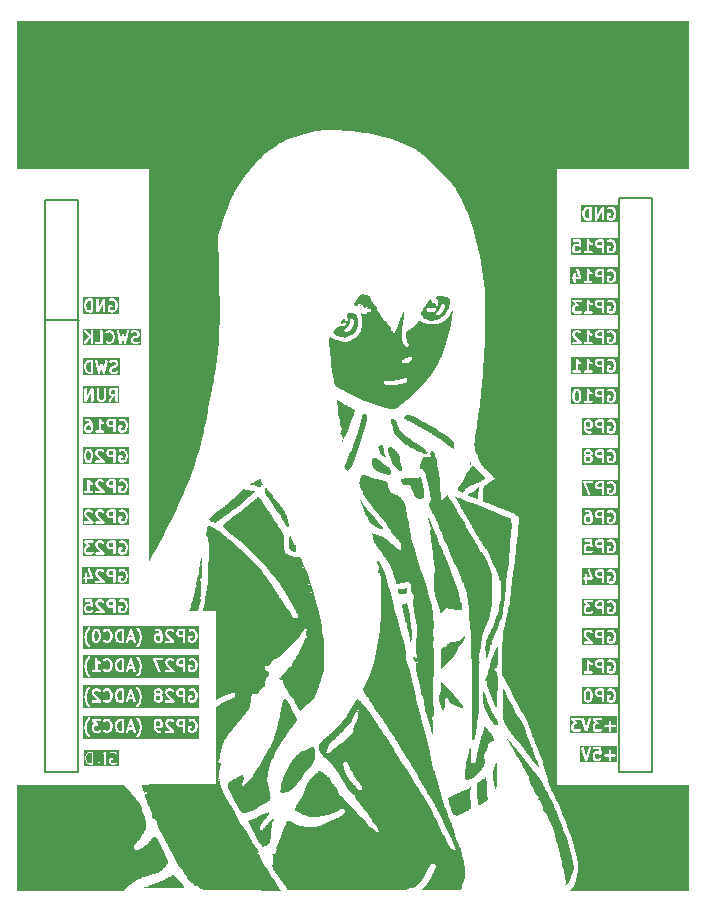
<source format=gbr>
%TF.GenerationSoftware,KiCad,Pcbnew,9.0.6*%
%TF.CreationDate,2025-11-30T17:52:57+02:00*%
%TF.ProjectId,laserboard,6c617365-7262-46f6-9172-642e6b696361,rev?*%
%TF.SameCoordinates,Original*%
%TF.FileFunction,Legend,Bot*%
%TF.FilePolarity,Positive*%
%FSLAX46Y46*%
G04 Gerber Fmt 4.6, Leading zero omitted, Abs format (unit mm)*
G04 Created by KiCad (PCBNEW 9.0.6) date 2025-11-30 17:52:57*
%MOMM*%
%LPD*%
G01*
G04 APERTURE LIST*
%ADD10C,0.000000*%
%ADD11C,0.200000*%
%ADD12C,0.100000*%
G04 APERTURE END LIST*
D10*
G36*
X123132798Y-153474908D02*
G01*
X123159188Y-153483037D01*
X123171267Y-153488905D01*
X123182631Y-153495998D01*
X123193300Y-153504330D01*
X123203295Y-153513917D01*
X123221346Y-153536923D01*
X123236949Y-153565142D01*
X123250272Y-153598701D01*
X123261478Y-153637726D01*
X123270736Y-153682346D01*
X123278211Y-153732687D01*
X123284068Y-153788876D01*
X123288475Y-153851040D01*
X123293600Y-153993801D01*
X123294913Y-154161985D01*
X123293870Y-154242489D01*
X123290535Y-154317280D01*
X123284379Y-154387451D01*
X123274874Y-154454095D01*
X123261489Y-154518305D01*
X123243695Y-154581174D01*
X123220963Y-154643793D01*
X123192764Y-154707257D01*
X123158567Y-154772657D01*
X123117844Y-154841087D01*
X123070066Y-154913639D01*
X123014702Y-154991407D01*
X122951224Y-155075482D01*
X122879103Y-155166958D01*
X122706810Y-155376482D01*
X122572605Y-155540657D01*
X122380669Y-155780223D01*
X122156623Y-156063021D01*
X121926087Y-156356889D01*
X121825872Y-156484272D01*
X121732924Y-156600120D01*
X121646716Y-156704904D01*
X121566719Y-156799095D01*
X121492404Y-156883166D01*
X121423244Y-156957588D01*
X121358711Y-157022832D01*
X121298275Y-157079369D01*
X121269430Y-157104521D01*
X121241410Y-157127672D01*
X121214151Y-157148883D01*
X121187586Y-157168211D01*
X121161650Y-157185717D01*
X121136276Y-157201459D01*
X121111399Y-157215495D01*
X121086952Y-157227886D01*
X121062869Y-157238689D01*
X121039084Y-157247964D01*
X121015532Y-157255769D01*
X120992145Y-157262164D01*
X120968859Y-157267208D01*
X120945607Y-157270959D01*
X120922323Y-157273476D01*
X120898941Y-157274819D01*
X120884544Y-157275619D01*
X120870148Y-157277043D01*
X120855844Y-157279058D01*
X120841725Y-157281627D01*
X120827883Y-157284716D01*
X120814409Y-157288291D01*
X120801396Y-157292316D01*
X120788936Y-157296756D01*
X120777121Y-157301576D01*
X120766042Y-157306742D01*
X120755792Y-157312218D01*
X120746462Y-157317969D01*
X120738145Y-157323961D01*
X120734396Y-157327036D01*
X120730933Y-157330158D01*
X120727770Y-157333323D01*
X120724918Y-157336527D01*
X120722388Y-157339764D01*
X120720191Y-157343030D01*
X120715381Y-157349514D01*
X120709125Y-157355815D01*
X120701522Y-157361902D01*
X120692673Y-157367742D01*
X120682677Y-157373302D01*
X120671635Y-157378549D01*
X120659646Y-157383452D01*
X120646810Y-157387977D01*
X120633228Y-157392091D01*
X120618998Y-157395763D01*
X120604222Y-157398959D01*
X120588998Y-157401648D01*
X120573427Y-157403796D01*
X120557609Y-157405370D01*
X120541644Y-157406339D01*
X120525630Y-157406669D01*
X120501019Y-157406309D01*
X120479116Y-157405062D01*
X120459767Y-157402674D01*
X120442818Y-157398894D01*
X120435195Y-157396402D01*
X120428114Y-157393468D01*
X120421556Y-157390059D01*
X120415501Y-157386144D01*
X120409929Y-157381692D01*
X120404822Y-157376670D01*
X120400161Y-157371048D01*
X120395925Y-157364793D01*
X120392096Y-157357875D01*
X120388653Y-157350260D01*
X120385579Y-157341919D01*
X120382854Y-157332820D01*
X120378370Y-157312218D01*
X120375049Y-157288204D01*
X120372735Y-157260523D01*
X120371274Y-157228925D01*
X120370511Y-157193155D01*
X120370291Y-157152962D01*
X120376022Y-157046877D01*
X120392680Y-156924252D01*
X120419464Y-156787194D01*
X120455570Y-156637807D01*
X120500196Y-156478197D01*
X120552541Y-156310470D01*
X120611801Y-156136731D01*
X120677174Y-155959086D01*
X120747858Y-155779639D01*
X120823051Y-155600496D01*
X120901950Y-155423764D01*
X120983753Y-155251546D01*
X121067657Y-155085950D01*
X121152860Y-154929079D01*
X121238560Y-154783040D01*
X121323954Y-154649938D01*
X121367762Y-154588271D01*
X121417697Y-154523636D01*
X121472732Y-154456991D01*
X121531843Y-154389295D01*
X121594006Y-154321506D01*
X121658194Y-154254583D01*
X121723383Y-154189485D01*
X121788548Y-154127170D01*
X121852664Y-154068596D01*
X121914705Y-154014723D01*
X121973647Y-153966508D01*
X122028465Y-153924910D01*
X122078134Y-153890888D01*
X122121629Y-153865400D01*
X122140740Y-153856156D01*
X122157924Y-153849406D01*
X122173051Y-153845267D01*
X122185994Y-153843862D01*
X122196030Y-153842871D01*
X122209480Y-153839963D01*
X122245713Y-153828789D01*
X122292872Y-153811126D01*
X122349139Y-153787758D01*
X122412696Y-153759471D01*
X122481723Y-153727050D01*
X122554401Y-153691280D01*
X122628913Y-153652947D01*
X122709773Y-153611038D01*
X122783899Y-153574183D01*
X122818526Y-153557719D01*
X122851578Y-153542601D01*
X122883089Y-153528857D01*
X122913096Y-153516513D01*
X122941635Y-153505597D01*
X122968741Y-153496137D01*
X122994451Y-153488161D01*
X123018799Y-153481694D01*
X123041823Y-153476766D01*
X123063557Y-153473404D01*
X123084039Y-153471634D01*
X123103298Y-153471485D01*
X123132798Y-153474908D01*
G37*
G36*
X118482352Y-132302874D02*
G01*
X118490230Y-132304792D01*
X118498380Y-132307701D01*
X118506867Y-132311611D01*
X118515755Y-132316536D01*
X118525110Y-132322485D01*
X118534996Y-132329472D01*
X118545479Y-132337506D01*
X118556623Y-132346601D01*
X118568494Y-132356767D01*
X118594677Y-132380360D01*
X118624546Y-132408379D01*
X118658623Y-132440916D01*
X118677445Y-132459188D01*
X118695742Y-132477410D01*
X118713418Y-132495465D01*
X118730379Y-132513242D01*
X118746529Y-132530625D01*
X118761774Y-132547501D01*
X118776017Y-132563756D01*
X118789165Y-132579276D01*
X118801123Y-132593948D01*
X118811794Y-132607656D01*
X118821085Y-132620287D01*
X118828899Y-132631728D01*
X118835142Y-132641864D01*
X118839720Y-132650582D01*
X118841354Y-132654373D01*
X118842536Y-132657767D01*
X118843254Y-132660750D01*
X118843495Y-132663306D01*
X118847627Y-132679106D01*
X118859581Y-132705811D01*
X118904315Y-132787833D01*
X118972416Y-132901163D01*
X119058603Y-133037592D01*
X119157594Y-133188914D01*
X119264107Y-133346918D01*
X119372860Y-133503398D01*
X119478572Y-133650144D01*
X119517154Y-133703591D01*
X119553136Y-133755487D01*
X119585732Y-133804552D01*
X119614159Y-133849507D01*
X119626565Y-133870042D01*
X119637634Y-133889069D01*
X119647269Y-133906429D01*
X119655372Y-133921961D01*
X119661845Y-133935505D01*
X119666589Y-133946901D01*
X119669508Y-133955989D01*
X119670252Y-133959618D01*
X119670503Y-133962609D01*
X119672436Y-133970548D01*
X119678110Y-133983506D01*
X119699913Y-134023313D01*
X119734383Y-134079703D01*
X119779993Y-134150351D01*
X119835215Y-134232931D01*
X119898520Y-134325117D01*
X119968382Y-134424584D01*
X120043271Y-134529005D01*
X120119884Y-134637254D01*
X120194729Y-134747663D01*
X120265929Y-134857139D01*
X120331603Y-134962590D01*
X120389872Y-135060924D01*
X120438857Y-135149048D01*
X120459282Y-135188315D01*
X120476680Y-135223869D01*
X120490818Y-135255325D01*
X120501460Y-135282296D01*
X120510506Y-135306600D01*
X120519993Y-135330223D01*
X120529841Y-135353042D01*
X120539973Y-135374935D01*
X120550311Y-135395779D01*
X120560776Y-135415452D01*
X120571289Y-135433833D01*
X120581773Y-135450798D01*
X120592149Y-135466225D01*
X120602338Y-135479992D01*
X120607338Y-135486215D01*
X120612262Y-135491976D01*
X120617101Y-135497262D01*
X120621844Y-135502056D01*
X120626481Y-135506344D01*
X120631004Y-135510109D01*
X120635401Y-135513337D01*
X120639664Y-135516013D01*
X120643782Y-135518120D01*
X120647746Y-135519645D01*
X120651545Y-135520570D01*
X120655171Y-135520882D01*
X120663357Y-135523423D01*
X120670822Y-135531054D01*
X120677564Y-135543790D01*
X120683583Y-135561643D01*
X120688878Y-135584629D01*
X120693449Y-135612761D01*
X120700413Y-135684517D01*
X120704468Y-135777023D01*
X120705610Y-135890389D01*
X120703832Y-136024726D01*
X120699127Y-136180144D01*
X120695054Y-136326398D01*
X120693922Y-136462161D01*
X120695647Y-136585878D01*
X120697554Y-136642734D01*
X120700142Y-136695994D01*
X120703400Y-136745465D01*
X120707319Y-136790953D01*
X120711887Y-136832262D01*
X120717094Y-136869198D01*
X120722928Y-136901567D01*
X120729378Y-136929174D01*
X120736435Y-136951824D01*
X120744087Y-136969324D01*
X120766903Y-137004425D01*
X120797428Y-137039428D01*
X120835155Y-137074118D01*
X120879578Y-137108278D01*
X120930189Y-137141691D01*
X120986482Y-137174142D01*
X121047951Y-137205414D01*
X121114088Y-137235291D01*
X121184387Y-137263557D01*
X121258342Y-137289995D01*
X121335445Y-137314390D01*
X121415191Y-137336524D01*
X121497072Y-137356182D01*
X121580581Y-137373147D01*
X121665213Y-137387203D01*
X121750460Y-137398135D01*
X121817186Y-137405549D01*
X121876034Y-137412546D01*
X121927565Y-137419438D01*
X121972341Y-137426538D01*
X121992373Y-137430265D01*
X122010927Y-137434162D01*
X122028073Y-137438267D01*
X122043883Y-137442621D01*
X122058426Y-137447261D01*
X122071773Y-137452229D01*
X122083995Y-137457562D01*
X122095160Y-137463300D01*
X122105341Y-137469482D01*
X122114606Y-137476148D01*
X122123027Y-137483335D01*
X122130673Y-137491085D01*
X122137616Y-137499435D01*
X122143925Y-137508425D01*
X122149671Y-137518095D01*
X122154924Y-137528483D01*
X122159755Y-137539628D01*
X122164233Y-137551570D01*
X122168429Y-137564349D01*
X122172413Y-137578002D01*
X122180029Y-137608091D01*
X122187642Y-137642150D01*
X122198898Y-137687528D01*
X122214320Y-137739589D01*
X122233219Y-137796496D01*
X122254905Y-137856414D01*
X122278685Y-137917508D01*
X122303871Y-137977942D01*
X122329770Y-138035879D01*
X122355694Y-138089486D01*
X122464205Y-138330148D01*
X122596476Y-138664623D01*
X122743710Y-139066796D01*
X122897113Y-139510554D01*
X123047887Y-139969781D01*
X123187238Y-140418365D01*
X123306368Y-140830190D01*
X123396482Y-141179143D01*
X123464914Y-141462767D01*
X123534261Y-141738022D01*
X123596400Y-141973475D01*
X123622230Y-142066452D01*
X123643212Y-142137691D01*
X123669195Y-142225710D01*
X123695540Y-142322433D01*
X123747947Y-142534686D01*
X123797696Y-142759839D01*
X123842050Y-142983279D01*
X123878273Y-143190396D01*
X123903629Y-143366576D01*
X123911376Y-143438499D01*
X123915381Y-143497209D01*
X123915300Y-143540878D01*
X123910793Y-143567681D01*
X123907973Y-143578438D01*
X123906216Y-143593002D01*
X123905491Y-143611123D01*
X123905762Y-143632550D01*
X123909167Y-143684321D01*
X123916165Y-143746309D01*
X123926494Y-143816509D01*
X123939888Y-143892916D01*
X123956084Y-143973525D01*
X123974818Y-144056330D01*
X123998012Y-144170314D01*
X124018270Y-144306546D01*
X124035649Y-144465844D01*
X124050205Y-144649022D01*
X124061994Y-144856897D01*
X124071072Y-145090284D01*
X124077497Y-145349998D01*
X124081323Y-145636855D01*
X124083871Y-146018549D01*
X124082896Y-146318710D01*
X124080422Y-146444745D01*
X124076270Y-146558230D01*
X124070173Y-146661778D01*
X124061865Y-146758001D01*
X124051081Y-146849509D01*
X124037553Y-146938915D01*
X124021017Y-147028829D01*
X124001206Y-147121864D01*
X123977853Y-147220630D01*
X123950694Y-147327739D01*
X123883890Y-147577434D01*
X123837690Y-147740343D01*
X123785857Y-147910780D01*
X123730147Y-148083696D01*
X123672317Y-148254043D01*
X123614124Y-148416771D01*
X123557324Y-148566832D01*
X123503673Y-148699176D01*
X123454929Y-148808755D01*
X123410444Y-148904552D01*
X123368935Y-148997431D01*
X123331313Y-149085105D01*
X123298488Y-149165288D01*
X123271373Y-149235694D01*
X123250877Y-149294036D01*
X123243396Y-149317969D01*
X123237912Y-149338029D01*
X123234537Y-149353930D01*
X123233387Y-149365386D01*
X123233281Y-149369945D01*
X123232966Y-149374447D01*
X123232448Y-149378884D01*
X123231731Y-149383252D01*
X123230821Y-149387545D01*
X123229723Y-149391758D01*
X123228443Y-149395883D01*
X123226985Y-149399917D01*
X123225355Y-149403853D01*
X123223559Y-149407685D01*
X123221600Y-149411409D01*
X123219485Y-149415017D01*
X123217219Y-149418505D01*
X123214806Y-149421866D01*
X123212254Y-149425095D01*
X123209565Y-149428187D01*
X123206746Y-149431136D01*
X123203802Y-149433935D01*
X123200738Y-149436580D01*
X123197560Y-149439065D01*
X123194272Y-149441383D01*
X123190880Y-149443530D01*
X123187389Y-149445499D01*
X123183805Y-149447285D01*
X123180132Y-149448882D01*
X123176376Y-149450285D01*
X123172541Y-149451487D01*
X123168635Y-149452484D01*
X123164660Y-149453269D01*
X123160623Y-149453837D01*
X123156529Y-149454181D01*
X123152384Y-149454298D01*
X123141522Y-149456927D01*
X123125831Y-149464642D01*
X123105614Y-149477184D01*
X123081169Y-149494292D01*
X123020799Y-149541168D01*
X122947125Y-149603194D01*
X122862550Y-149678292D01*
X122769479Y-149764385D01*
X122670313Y-149859394D01*
X122567458Y-149961243D01*
X122063540Y-150468189D01*
X121790301Y-150008915D01*
X121735380Y-149915066D01*
X121684112Y-149824372D01*
X121637621Y-149739044D01*
X121597032Y-149661293D01*
X121563472Y-149593329D01*
X121549679Y-149563708D01*
X121538065Y-149537363D01*
X121528770Y-149514569D01*
X121521936Y-149495604D01*
X121517702Y-149480744D01*
X121516210Y-149470264D01*
X121516090Y-149466182D01*
X121515805Y-149462153D01*
X121515361Y-149458180D01*
X121514761Y-149454271D01*
X121514010Y-149450428D01*
X121513111Y-149446659D01*
X121512069Y-149442967D01*
X121510887Y-149439358D01*
X121509571Y-149435837D01*
X121508124Y-149432408D01*
X121506550Y-149429078D01*
X121504853Y-149425850D01*
X121503037Y-149422731D01*
X121501107Y-149419725D01*
X121499067Y-149416837D01*
X121496921Y-149414072D01*
X121494672Y-149411436D01*
X121492325Y-149408933D01*
X121489885Y-149406568D01*
X121487354Y-149404347D01*
X121484738Y-149402275D01*
X121482041Y-149400356D01*
X121479266Y-149398596D01*
X121476417Y-149396999D01*
X121473500Y-149395572D01*
X121470517Y-149394318D01*
X121467473Y-149393244D01*
X121464373Y-149392353D01*
X121461220Y-149391652D01*
X121458018Y-149391144D01*
X121454772Y-149390836D01*
X121451485Y-149390733D01*
X121443897Y-149388696D01*
X121434078Y-149382706D01*
X121408216Y-149359576D01*
X121374848Y-149322762D01*
X121334920Y-149273688D01*
X121239172Y-149144445D01*
X121128552Y-148983220D01*
X121010637Y-148801389D01*
X120893004Y-148610325D01*
X120783231Y-148421403D01*
X120688896Y-148245998D01*
X120675171Y-148218266D01*
X120662200Y-148190350D01*
X120650037Y-148162436D01*
X120638733Y-148134708D01*
X120628338Y-148107353D01*
X120618905Y-148080556D01*
X120610484Y-148054502D01*
X120603127Y-148029377D01*
X120596886Y-148005367D01*
X120591812Y-147982656D01*
X120587955Y-147961432D01*
X120585369Y-147941878D01*
X120584103Y-147924180D01*
X120584210Y-147908525D01*
X120585741Y-147895096D01*
X120587056Y-147889276D01*
X120588747Y-147884081D01*
X120590725Y-147878690D01*
X120592478Y-147873496D01*
X120594006Y-147868501D01*
X120595310Y-147863707D01*
X120596391Y-147859115D01*
X120597251Y-147854728D01*
X120597890Y-147850546D01*
X120598309Y-147846572D01*
X120598511Y-147842808D01*
X120598494Y-147839255D01*
X120598262Y-147835915D01*
X120597815Y-147832789D01*
X120597153Y-147829880D01*
X120596278Y-147827189D01*
X120595192Y-147824718D01*
X120593894Y-147822468D01*
X120592387Y-147820442D01*
X120590671Y-147818641D01*
X120588748Y-147817067D01*
X120586618Y-147815722D01*
X120584282Y-147814607D01*
X120581742Y-147813724D01*
X120578999Y-147813074D01*
X120576054Y-147812661D01*
X120572907Y-147812484D01*
X120569561Y-147812547D01*
X120566015Y-147812850D01*
X120562271Y-147813396D01*
X120558331Y-147814186D01*
X120554195Y-147815222D01*
X120549864Y-147816506D01*
X120545339Y-147818040D01*
X120534744Y-147821298D01*
X120523663Y-147823693D01*
X120512159Y-147825261D01*
X120500294Y-147826037D01*
X120488132Y-147826055D01*
X120475737Y-147825350D01*
X120463169Y-147823959D01*
X120450494Y-147821916D01*
X120437774Y-147819256D01*
X120425071Y-147816014D01*
X120412449Y-147812226D01*
X120399971Y-147807926D01*
X120387699Y-147803150D01*
X120375697Y-147797934D01*
X120364028Y-147792311D01*
X120352755Y-147786317D01*
X120341941Y-147779988D01*
X120331648Y-147773358D01*
X120321940Y-147766463D01*
X120312879Y-147759338D01*
X120304529Y-147752018D01*
X120296953Y-147744537D01*
X120290214Y-147736932D01*
X120284374Y-147729238D01*
X120279497Y-147721489D01*
X120275646Y-147713720D01*
X120272883Y-147705967D01*
X120271271Y-147698266D01*
X120270875Y-147690650D01*
X120271756Y-147683156D01*
X120273977Y-147675818D01*
X120277603Y-147668671D01*
X120279631Y-147665568D01*
X120281784Y-147662597D01*
X120284057Y-147659761D01*
X120286442Y-147657061D01*
X120288935Y-147654499D01*
X120291528Y-147652077D01*
X120294216Y-147649795D01*
X120296992Y-147647657D01*
X120299850Y-147645662D01*
X120302784Y-147643813D01*
X120305789Y-147642112D01*
X120308856Y-147640559D01*
X120311982Y-147639157D01*
X120315159Y-147637908D01*
X120318381Y-147636812D01*
X120321642Y-147635871D01*
X120324936Y-147635087D01*
X120328257Y-147634462D01*
X120331598Y-147633997D01*
X120334954Y-147633693D01*
X120338319Y-147633553D01*
X120341685Y-147633578D01*
X120345047Y-147633769D01*
X120348399Y-147634128D01*
X120351735Y-147634657D01*
X120355048Y-147635357D01*
X120358332Y-147636230D01*
X120361582Y-147637277D01*
X120364790Y-147638501D01*
X120367952Y-147639902D01*
X120371060Y-147641482D01*
X120374108Y-147643243D01*
X120377057Y-147644980D01*
X120379875Y-147646452D01*
X120382561Y-147647663D01*
X120385113Y-147648616D01*
X120387531Y-147649314D01*
X120389813Y-147649762D01*
X120391957Y-147649962D01*
X120393962Y-147649920D01*
X120395826Y-147649638D01*
X120397549Y-147649121D01*
X120399128Y-147648371D01*
X120400562Y-147647393D01*
X120401849Y-147646190D01*
X120402989Y-147644767D01*
X120403980Y-147643126D01*
X120404820Y-147641271D01*
X120405508Y-147639207D01*
X120406042Y-147636936D01*
X120406421Y-147634463D01*
X120406644Y-147631792D01*
X120406709Y-147628925D01*
X120406615Y-147625867D01*
X120405942Y-147619191D01*
X120404614Y-147611794D01*
X120402620Y-147603706D01*
X120399948Y-147594956D01*
X120396587Y-147585573D01*
X120394767Y-147580358D01*
X120393292Y-147575081D01*
X120392157Y-147569751D01*
X120391358Y-147564374D01*
X120390892Y-147558957D01*
X120390755Y-147553507D01*
X120390942Y-147548030D01*
X120391450Y-147542534D01*
X120392275Y-147537026D01*
X120393412Y-147531512D01*
X120394859Y-147525999D01*
X120396611Y-147520494D01*
X120398664Y-147515004D01*
X120401014Y-147509535D01*
X120403657Y-147504095D01*
X120406590Y-147498691D01*
X120409809Y-147493329D01*
X120413309Y-147488016D01*
X120417087Y-147482759D01*
X120421138Y-147477565D01*
X120425459Y-147472441D01*
X120430046Y-147467393D01*
X120434896Y-147462429D01*
X120440003Y-147457555D01*
X120445364Y-147452778D01*
X120450976Y-147448105D01*
X120456834Y-147443543D01*
X120462935Y-147439099D01*
X120469273Y-147434780D01*
X120475847Y-147430592D01*
X120482651Y-147426542D01*
X120489682Y-147422637D01*
X120504085Y-147413846D01*
X120520552Y-147401854D01*
X120538893Y-147386870D01*
X120558916Y-147369105D01*
X120580432Y-147348766D01*
X120603250Y-147326064D01*
X120652030Y-147274405D01*
X120703732Y-147215802D01*
X120756832Y-147151929D01*
X120809807Y-147084460D01*
X120861132Y-147015067D01*
X120886154Y-146980692D01*
X120911121Y-146947499D01*
X120935876Y-146915652D01*
X120960263Y-146885311D01*
X120984124Y-146856640D01*
X121007302Y-146829800D01*
X121029640Y-146804953D01*
X121050982Y-146782262D01*
X121071170Y-146761889D01*
X121090048Y-146743996D01*
X121107459Y-146728746D01*
X121123245Y-146716299D01*
X121130480Y-146711178D01*
X121137249Y-146706819D01*
X121143535Y-146703242D01*
X121149316Y-146700468D01*
X121154573Y-146698516D01*
X121159287Y-146697408D01*
X121163437Y-146697162D01*
X121167005Y-146697800D01*
X121179635Y-146701125D01*
X121191828Y-146702077D01*
X121203957Y-146700078D01*
X121216394Y-146694552D01*
X121229512Y-146684923D01*
X121243685Y-146670614D01*
X121259283Y-146651050D01*
X121276681Y-146625653D01*
X121296251Y-146593847D01*
X121318365Y-146555055D01*
X121371718Y-146454211D01*
X121439722Y-146318508D01*
X121525357Y-146143334D01*
X121561961Y-146070693D01*
X121601382Y-145997382D01*
X121642379Y-145925401D01*
X121683708Y-145856753D01*
X121724128Y-145793441D01*
X121743609Y-145764411D01*
X121762396Y-145737466D01*
X121780335Y-145712856D01*
X121797270Y-145690831D01*
X121813046Y-145671641D01*
X121827508Y-145655537D01*
X121841098Y-145640839D01*
X121854308Y-145625817D01*
X121867071Y-145610581D01*
X121879316Y-145595239D01*
X121890977Y-145579901D01*
X121901984Y-145564675D01*
X121912268Y-145549671D01*
X121921761Y-145534997D01*
X121930394Y-145520763D01*
X121938099Y-145507078D01*
X121944806Y-145494051D01*
X121950449Y-145481791D01*
X121954956Y-145470407D01*
X121958261Y-145460009D01*
X121960294Y-145450704D01*
X121960813Y-145446496D01*
X121960987Y-145442603D01*
X121961467Y-145434365D01*
X121962874Y-145424635D01*
X121965160Y-145413539D01*
X121968279Y-145401200D01*
X121972184Y-145387742D01*
X121976825Y-145373290D01*
X121988133Y-145341899D01*
X122001822Y-145308020D01*
X122017513Y-145272645D01*
X122034828Y-145236767D01*
X122053387Y-145201380D01*
X122075662Y-145158702D01*
X122103668Y-145101912D01*
X122172343Y-144955837D01*
X122250353Y-144782833D01*
X122328640Y-144602579D01*
X122347535Y-144559048D01*
X122366395Y-144517227D01*
X122385100Y-144477310D01*
X122403533Y-144439495D01*
X122421576Y-144403977D01*
X122439109Y-144370952D01*
X122456015Y-144340615D01*
X122472175Y-144313163D01*
X122487472Y-144288791D01*
X122501785Y-144267696D01*
X122514998Y-144250073D01*
X122521155Y-144242625D01*
X122526992Y-144236118D01*
X122532495Y-144230577D01*
X122537648Y-144226027D01*
X122542438Y-144222492D01*
X122546849Y-144219996D01*
X122550866Y-144218564D01*
X122554475Y-144218220D01*
X122557660Y-144218989D01*
X122560408Y-144220896D01*
X122562831Y-144222972D01*
X122565107Y-144224240D01*
X122567236Y-144224715D01*
X122569217Y-144224413D01*
X122571052Y-144223352D01*
X122572739Y-144221546D01*
X122575668Y-144215770D01*
X122578005Y-144207213D01*
X122579745Y-144196006D01*
X122580889Y-144182279D01*
X122581433Y-144166162D01*
X122581376Y-144147786D01*
X122580716Y-144127280D01*
X122577578Y-144080398D01*
X122572005Y-144026558D01*
X122563979Y-143966801D01*
X122558551Y-143928602D01*
X122554062Y-143893177D01*
X122550517Y-143860483D01*
X122547920Y-143830478D01*
X122546977Y-143816470D01*
X122546273Y-143803118D01*
X122545808Y-143790417D01*
X122545583Y-143778362D01*
X122545597Y-143766946D01*
X122545852Y-143756165D01*
X122546347Y-143746014D01*
X122547084Y-143736487D01*
X122548063Y-143727578D01*
X122549284Y-143719283D01*
X122550748Y-143711596D01*
X122552456Y-143704511D01*
X122554407Y-143698025D01*
X122556603Y-143692130D01*
X122559044Y-143686822D01*
X122561730Y-143682095D01*
X122564663Y-143677944D01*
X122567841Y-143674364D01*
X122571267Y-143671350D01*
X122574940Y-143668895D01*
X122578861Y-143666996D01*
X122583031Y-143665645D01*
X122587449Y-143664839D01*
X122592118Y-143664571D01*
X122601751Y-143664160D01*
X122610096Y-143662891D01*
X122613785Y-143661919D01*
X122617152Y-143660714D01*
X122620196Y-143659269D01*
X122622919Y-143657578D01*
X122625318Y-143655635D01*
X122627396Y-143653434D01*
X122629150Y-143650967D01*
X122630583Y-143648229D01*
X122631693Y-143645214D01*
X122632480Y-143641914D01*
X122632945Y-143638325D01*
X122633088Y-143634438D01*
X122632908Y-143630249D01*
X122632405Y-143625751D01*
X122630432Y-143615800D01*
X122627168Y-143604537D01*
X122622613Y-143591910D01*
X122616768Y-143577869D01*
X122609631Y-143562363D01*
X122601203Y-143545341D01*
X122591484Y-143526752D01*
X122578631Y-143503056D01*
X122566940Y-143482733D01*
X122556013Y-143465935D01*
X122550712Y-143458906D01*
X122545452Y-143452815D01*
X122540184Y-143447683D01*
X122534858Y-143443528D01*
X122529424Y-143440369D01*
X122523832Y-143438225D01*
X122518033Y-143437116D01*
X122511977Y-143437061D01*
X122505614Y-143438078D01*
X122498893Y-143440188D01*
X122491767Y-143443408D01*
X122484183Y-143447759D01*
X122476093Y-143453259D01*
X122467448Y-143459927D01*
X122448289Y-143476847D01*
X122426308Y-143498670D01*
X122401107Y-143525550D01*
X122372287Y-143557640D01*
X122302198Y-143638062D01*
X122258266Y-143690129D01*
X122216064Y-143742555D01*
X122176601Y-143793920D01*
X122140883Y-143842802D01*
X122124744Y-143865868D01*
X122109919Y-143887781D01*
X122096534Y-143908363D01*
X122084716Y-143927437D01*
X122074589Y-143944825D01*
X122066281Y-143960349D01*
X122059917Y-143973833D01*
X122055623Y-143985097D01*
X122032824Y-144024351D01*
X121982692Y-144089447D01*
X121813968Y-144283308D01*
X121576538Y-144538969D01*
X121297485Y-144828718D01*
X121003894Y-145124844D01*
X120722850Y-145399635D01*
X120481437Y-145625380D01*
X120384056Y-145711200D01*
X120306739Y-145774367D01*
X120245611Y-145820004D01*
X120181633Y-145865541D01*
X120116703Y-145909771D01*
X120052716Y-145951488D01*
X119991569Y-145989483D01*
X119935159Y-146022551D01*
X119885380Y-146049484D01*
X119863571Y-146060273D01*
X119844130Y-146069076D01*
X119825873Y-146077554D01*
X119807534Y-146087353D01*
X119789232Y-146098355D01*
X119771088Y-146110443D01*
X119753223Y-146123501D01*
X119735756Y-146137411D01*
X119718809Y-146152056D01*
X119702501Y-146167320D01*
X119686952Y-146183086D01*
X119672284Y-146199236D01*
X119658616Y-146215654D01*
X119646069Y-146232223D01*
X119634763Y-146248826D01*
X119624818Y-146265346D01*
X119616355Y-146281666D01*
X119609494Y-146297669D01*
X119602674Y-146314379D01*
X119594937Y-146331060D01*
X119576878Y-146364204D01*
X119555659Y-146396838D01*
X119531621Y-146428700D01*
X119505104Y-146459525D01*
X119476448Y-146489051D01*
X119445996Y-146517014D01*
X119414087Y-146543152D01*
X119381063Y-146567200D01*
X119347263Y-146588896D01*
X119313029Y-146607977D01*
X119278702Y-146624178D01*
X119244622Y-146637238D01*
X119227782Y-146642507D01*
X119211131Y-146646892D01*
X119194712Y-146650359D01*
X119178568Y-146652877D01*
X119162741Y-146654412D01*
X119147274Y-146654931D01*
X119133025Y-146655511D01*
X119126288Y-146656240D01*
X119119806Y-146657266D01*
X119113578Y-146658590D01*
X119107601Y-146660217D01*
X119101875Y-146662148D01*
X119096396Y-146664386D01*
X119091164Y-146666935D01*
X119086176Y-146669796D01*
X119081430Y-146672972D01*
X119076924Y-146676466D01*
X119072657Y-146680281D01*
X119068626Y-146684420D01*
X119064829Y-146688885D01*
X119061266Y-146693679D01*
X119057933Y-146698804D01*
X119054829Y-146704264D01*
X119051952Y-146710061D01*
X119049300Y-146716198D01*
X119044664Y-146729501D01*
X119040905Y-146744196D01*
X119038007Y-146760305D01*
X119035957Y-146777848D01*
X119034738Y-146796848D01*
X119034335Y-146817327D01*
X119034885Y-146839635D01*
X119036589Y-146860445D01*
X119039523Y-146879850D01*
X119041477Y-146889053D01*
X119043767Y-146897940D01*
X119046403Y-146906522D01*
X119049396Y-146914810D01*
X119052756Y-146922815D01*
X119056490Y-146930550D01*
X119060611Y-146938027D01*
X119065127Y-146945255D01*
X119070048Y-146952248D01*
X119075383Y-146959016D01*
X119081143Y-146965572D01*
X119087338Y-146971926D01*
X119093976Y-146978091D01*
X119101068Y-146984077D01*
X119108623Y-146989897D01*
X119116652Y-146995562D01*
X119134167Y-147006473D01*
X119153691Y-147016902D01*
X119175303Y-147026943D01*
X119199079Y-147036687D01*
X119225099Y-147046227D01*
X119247294Y-147054648D01*
X119268142Y-147063954D01*
X119287639Y-147074110D01*
X119305784Y-147085083D01*
X119322575Y-147096837D01*
X119338010Y-147109338D01*
X119352086Y-147122551D01*
X119364803Y-147136442D01*
X119376158Y-147150975D01*
X119386148Y-147166117D01*
X119394773Y-147181832D01*
X119402029Y-147198086D01*
X119407915Y-147214845D01*
X119412430Y-147232073D01*
X119415570Y-147249736D01*
X119417335Y-147267800D01*
X119417721Y-147286230D01*
X119416727Y-147304991D01*
X119414352Y-147324048D01*
X119410592Y-147343367D01*
X119405447Y-147362913D01*
X119398914Y-147382652D01*
X119390990Y-147402549D01*
X119381675Y-147422569D01*
X119370966Y-147442678D01*
X119358862Y-147462841D01*
X119345359Y-147483024D01*
X119330456Y-147503191D01*
X119314152Y-147523308D01*
X119296444Y-147543341D01*
X119277330Y-147563255D01*
X119256808Y-147583015D01*
X119234066Y-147604848D01*
X119213465Y-147626314D01*
X119194913Y-147647675D01*
X119178317Y-147669198D01*
X119163584Y-147691146D01*
X119150620Y-147713786D01*
X119139332Y-147737382D01*
X119129628Y-147762198D01*
X119121414Y-147788501D01*
X119114597Y-147816554D01*
X119109084Y-147846623D01*
X119104782Y-147878972D01*
X119101599Y-147913867D01*
X119099440Y-147951573D01*
X119098213Y-147992354D01*
X119097824Y-148036475D01*
X119097532Y-148082085D01*
X119096585Y-148123426D01*
X119094880Y-148160768D01*
X119093711Y-148178024D01*
X119092313Y-148194382D01*
X119090673Y-148209875D01*
X119088779Y-148224537D01*
X119086617Y-148238403D01*
X119084174Y-148251506D01*
X119081438Y-148263880D01*
X119078395Y-148275559D01*
X119075033Y-148286576D01*
X119071338Y-148296966D01*
X119067297Y-148306761D01*
X119062898Y-148315997D01*
X119058127Y-148324707D01*
X119052971Y-148332924D01*
X119047417Y-148340683D01*
X119041453Y-148348018D01*
X119035065Y-148354961D01*
X119028241Y-148361547D01*
X119020966Y-148367811D01*
X119013229Y-148373785D01*
X119005017Y-148379503D01*
X118996315Y-148385000D01*
X118987112Y-148390309D01*
X118977394Y-148395464D01*
X118967148Y-148400498D01*
X118956362Y-148405447D01*
X118940951Y-148413213D01*
X118924010Y-148423475D01*
X118905713Y-148436064D01*
X118886229Y-148450812D01*
X118865731Y-148467549D01*
X118844390Y-148486107D01*
X118822378Y-148506318D01*
X118799866Y-148528012D01*
X118777025Y-148551021D01*
X118754027Y-148575176D01*
X118731044Y-148600309D01*
X118708247Y-148626250D01*
X118685808Y-148652832D01*
X118663897Y-148679885D01*
X118642687Y-148707240D01*
X118622350Y-148734730D01*
X118591918Y-148776308D01*
X118563761Y-148813425D01*
X118537462Y-148846334D01*
X118512606Y-148875286D01*
X118488775Y-148900531D01*
X118465554Y-148922322D01*
X118454043Y-148932001D01*
X118442527Y-148940910D01*
X118430956Y-148949081D01*
X118419278Y-148956547D01*
X118407439Y-148963337D01*
X118395389Y-148969483D01*
X118383075Y-148975017D01*
X118370446Y-148979971D01*
X118357448Y-148984376D01*
X118344031Y-148988262D01*
X118330143Y-148991663D01*
X118315730Y-148994608D01*
X118285125Y-148999260D01*
X118251800Y-149002469D01*
X118215340Y-149004487D01*
X118175328Y-149005566D01*
X117920845Y-149009749D01*
X117905652Y-149374999D01*
X117903806Y-149412266D01*
X117901425Y-149448685D01*
X117898548Y-149484059D01*
X117895210Y-149518191D01*
X117891450Y-149550884D01*
X117887304Y-149581941D01*
X117882811Y-149611165D01*
X117878007Y-149638359D01*
X117872929Y-149663325D01*
X117867616Y-149685866D01*
X117862104Y-149705786D01*
X117856430Y-149722888D01*
X117850632Y-149736973D01*
X117847699Y-149742823D01*
X117844748Y-149747846D01*
X117841785Y-149752016D01*
X117838814Y-149755308D01*
X117835840Y-149757699D01*
X117832868Y-149759164D01*
X117829966Y-149760301D01*
X117827180Y-149761727D01*
X117824510Y-149763432D01*
X117821958Y-149765407D01*
X117819527Y-149767644D01*
X117817218Y-149770134D01*
X117812972Y-149775838D01*
X117809236Y-149782450D01*
X117806022Y-149789901D01*
X117803345Y-149798120D01*
X117801219Y-149807038D01*
X117799659Y-149816586D01*
X117798677Y-149826694D01*
X117798289Y-149837292D01*
X117798508Y-149848311D01*
X117799349Y-149859681D01*
X117800824Y-149871332D01*
X117802950Y-149883196D01*
X117805738Y-149895202D01*
X117808302Y-149907974D01*
X117809701Y-149922131D01*
X117809988Y-149937556D01*
X117809217Y-149954131D01*
X117807440Y-149971739D01*
X117804711Y-149990263D01*
X117796608Y-150029586D01*
X117785334Y-150071163D01*
X117771313Y-150114052D01*
X117754971Y-150157315D01*
X117736733Y-150200013D01*
X117717024Y-150241205D01*
X117696269Y-150279954D01*
X117674893Y-150315318D01*
X117653321Y-150346359D01*
X117642595Y-150359964D01*
X117631979Y-150372137D01*
X117621526Y-150382759D01*
X117611291Y-150391713D01*
X117601325Y-150398882D01*
X117591682Y-150404148D01*
X117582416Y-150407393D01*
X117573579Y-150408501D01*
X117570573Y-150408647D01*
X117567508Y-150409079D01*
X117564391Y-150409789D01*
X117561229Y-150410772D01*
X117558026Y-150412020D01*
X117554790Y-150413525D01*
X117548240Y-150417281D01*
X117541628Y-150421982D01*
X117535003Y-150427572D01*
X117528414Y-150433994D01*
X117521910Y-150441190D01*
X117515539Y-150449103D01*
X117509350Y-150457678D01*
X117503392Y-150466856D01*
X117497714Y-150476582D01*
X117492366Y-150486797D01*
X117487394Y-150497445D01*
X117482850Y-150508468D01*
X117478781Y-150519811D01*
X117473121Y-150533191D01*
X117463905Y-150550193D01*
X117451338Y-150570559D01*
X117435628Y-150594031D01*
X117395597Y-150649258D01*
X117345463Y-150713807D01*
X117286875Y-150785612D01*
X117221480Y-150862606D01*
X117150928Y-150942721D01*
X117076869Y-151023891D01*
X117002270Y-151104724D01*
X116930163Y-151183994D01*
X116862308Y-151259689D01*
X116800462Y-151329796D01*
X116746386Y-151392302D01*
X116701839Y-151445195D01*
X116668580Y-151486463D01*
X116656733Y-151502108D01*
X116648368Y-151514092D01*
X116587828Y-151598613D01*
X116469963Y-151756644D01*
X116311793Y-151965598D01*
X116130337Y-152202889D01*
X115919014Y-152482715D01*
X115830070Y-152605573D01*
X115751171Y-152719462D01*
X115681492Y-152826181D01*
X115620208Y-152927532D01*
X115566494Y-153025313D01*
X115519526Y-153121326D01*
X115478477Y-153217370D01*
X115442523Y-153315245D01*
X115410839Y-153416752D01*
X115382601Y-153523691D01*
X115356982Y-153637862D01*
X115333159Y-153761064D01*
X115310306Y-153895100D01*
X115287598Y-154041767D01*
X115276523Y-154113863D01*
X115265234Y-154183210D01*
X115253807Y-154249497D01*
X115242318Y-154312414D01*
X115230846Y-154371650D01*
X115219465Y-154426893D01*
X115208254Y-154477833D01*
X115197288Y-154524159D01*
X115186645Y-154565560D01*
X115176400Y-154601724D01*
X115166632Y-154632342D01*
X115157415Y-154657102D01*
X115148828Y-154675692D01*
X115144794Y-154682577D01*
X115140946Y-154687804D01*
X115137294Y-154691332D01*
X115133847Y-154693124D01*
X115130615Y-154693141D01*
X115127607Y-154691343D01*
X115122125Y-154686526D01*
X115119560Y-154684536D01*
X115117116Y-154682821D01*
X115114794Y-154681378D01*
X115112594Y-154680205D01*
X115110519Y-154679297D01*
X115108571Y-154678654D01*
X115106750Y-154678271D01*
X115105059Y-154678146D01*
X115103499Y-154678277D01*
X115102071Y-154678659D01*
X115100777Y-154679291D01*
X115099619Y-154680170D01*
X115098598Y-154681292D01*
X115097715Y-154682655D01*
X115096973Y-154684256D01*
X115096373Y-154686093D01*
X115095916Y-154688161D01*
X115095604Y-154690459D01*
X115095438Y-154692984D01*
X115095421Y-154695733D01*
X115095837Y-154701890D01*
X115096863Y-154708909D01*
X115098513Y-154716766D01*
X115100799Y-154725438D01*
X115103733Y-154734904D01*
X115105475Y-154739781D01*
X115107466Y-154744574D01*
X115109697Y-154749276D01*
X115112159Y-154753883D01*
X115114845Y-154758388D01*
X115117744Y-154762786D01*
X115124150Y-154771239D01*
X115131307Y-154779197D01*
X115139145Y-154786617D01*
X115147595Y-154793453D01*
X115156586Y-154799662D01*
X115166049Y-154805198D01*
X115175913Y-154810019D01*
X115186109Y-154814078D01*
X115196567Y-154817333D01*
X115207216Y-154819738D01*
X115217988Y-154821249D01*
X115223397Y-154821655D01*
X115228811Y-154821822D01*
X115234220Y-154821742D01*
X115239616Y-154821412D01*
X115262439Y-154820556D01*
X115282258Y-154822242D01*
X115291043Y-154824114D01*
X115299078Y-154826712D01*
X115306365Y-154830068D01*
X115312904Y-154834211D01*
X115318695Y-154839172D01*
X115323738Y-154844982D01*
X115328035Y-154851671D01*
X115331587Y-154859269D01*
X115334392Y-154867807D01*
X115336453Y-154877315D01*
X115338341Y-154899365D01*
X115337255Y-154925662D01*
X115333200Y-154956450D01*
X115326180Y-154991972D01*
X115316198Y-155032474D01*
X115303260Y-155078197D01*
X115287370Y-155129386D01*
X115246748Y-155249137D01*
X115235470Y-155282663D01*
X115225194Y-155316479D01*
X115215924Y-155350533D01*
X115207666Y-155384773D01*
X115200424Y-155419147D01*
X115194205Y-155453603D01*
X115189013Y-155488090D01*
X115184853Y-155522555D01*
X115181732Y-155556946D01*
X115179654Y-155591213D01*
X115178624Y-155625302D01*
X115178648Y-155659162D01*
X115179731Y-155692742D01*
X115181878Y-155725988D01*
X115185095Y-155758850D01*
X115189387Y-155791276D01*
X115194855Y-155829683D01*
X115199201Y-155864784D01*
X115202384Y-155896777D01*
X115203526Y-155911669D01*
X115204361Y-155925858D01*
X115204884Y-155939368D01*
X115205090Y-155952224D01*
X115204974Y-155964451D01*
X115204529Y-155976073D01*
X115203752Y-155987115D01*
X115202636Y-155997602D01*
X115201177Y-156007558D01*
X115199369Y-156017008D01*
X115197206Y-156025976D01*
X115194685Y-156034487D01*
X115191798Y-156042566D01*
X115188542Y-156050237D01*
X115184910Y-156057526D01*
X115180898Y-156064456D01*
X115176500Y-156071052D01*
X115171712Y-156077340D01*
X115166527Y-156083343D01*
X115160940Y-156089086D01*
X115154947Y-156094594D01*
X115148541Y-156099891D01*
X115141718Y-156105003D01*
X115134473Y-156109954D01*
X115126799Y-156114767D01*
X115118693Y-156119469D01*
X115107769Y-156126056D01*
X115097821Y-156133013D01*
X115088834Y-156140302D01*
X115080798Y-156147885D01*
X115073697Y-156155724D01*
X115067521Y-156163782D01*
X115062255Y-156172020D01*
X115057887Y-156180400D01*
X115054404Y-156188884D01*
X115051793Y-156197435D01*
X115050041Y-156206014D01*
X115049135Y-156214583D01*
X115049063Y-156223105D01*
X115049811Y-156231540D01*
X115051366Y-156239853D01*
X115053716Y-156248003D01*
X115056848Y-156255954D01*
X115060748Y-156263667D01*
X115065404Y-156271105D01*
X115070804Y-156278229D01*
X115076933Y-156285001D01*
X115083779Y-156291384D01*
X115091330Y-156297339D01*
X115099571Y-156302829D01*
X115108492Y-156307815D01*
X115118077Y-156312259D01*
X115128316Y-156316124D01*
X115139194Y-156319372D01*
X115150698Y-156321964D01*
X115162817Y-156323862D01*
X115175537Y-156325029D01*
X115188844Y-156325426D01*
X115194445Y-156325631D01*
X115199875Y-156326244D01*
X115205134Y-156327265D01*
X115210222Y-156328695D01*
X115215139Y-156330531D01*
X115219884Y-156332774D01*
X115224457Y-156335423D01*
X115228857Y-156338478D01*
X115233085Y-156341938D01*
X115237139Y-156345803D01*
X115244728Y-156354745D01*
X115251620Y-156365300D01*
X115257813Y-156377464D01*
X115263304Y-156391234D01*
X115268090Y-156406605D01*
X115272169Y-156423573D01*
X115275538Y-156442134D01*
X115278195Y-156462285D01*
X115280136Y-156484021D01*
X115281359Y-156507339D01*
X115281862Y-156532235D01*
X115282640Y-156554704D01*
X115284647Y-156579293D01*
X115287817Y-156605758D01*
X115292089Y-156633854D01*
X115297398Y-156663338D01*
X115303680Y-156693965D01*
X115318910Y-156757670D01*
X115337270Y-156823015D01*
X115358252Y-156888044D01*
X115381345Y-156950804D01*
X115393524Y-156980722D01*
X115406040Y-157009339D01*
X115418307Y-157036904D01*
X115429776Y-157063703D01*
X115440407Y-157089597D01*
X115450161Y-157114447D01*
X115458997Y-157138115D01*
X115466875Y-157160460D01*
X115473756Y-157181345D01*
X115479599Y-157200629D01*
X115484364Y-157218175D01*
X115488011Y-157233844D01*
X115490501Y-157247496D01*
X115491792Y-157258992D01*
X115491976Y-157263888D01*
X115491845Y-157268193D01*
X115491395Y-157271890D01*
X115490620Y-157274962D01*
X115489515Y-157277390D01*
X115488077Y-157279157D01*
X115486298Y-157280247D01*
X115484175Y-157280642D01*
X115481980Y-157280758D01*
X115480001Y-157280994D01*
X115478234Y-157281346D01*
X115476679Y-157281811D01*
X115475334Y-157282387D01*
X115474197Y-157283070D01*
X115473266Y-157283858D01*
X115472540Y-157284746D01*
X115472016Y-157285733D01*
X115471693Y-157286815D01*
X115471570Y-157287988D01*
X115471644Y-157289251D01*
X115471914Y-157290599D01*
X115472378Y-157292031D01*
X115473035Y-157293542D01*
X115473882Y-157295130D01*
X115474917Y-157296791D01*
X115476140Y-157298523D01*
X115479140Y-157302186D01*
X115482867Y-157306095D01*
X115487308Y-157310226D01*
X115492448Y-157314553D01*
X115498273Y-157319052D01*
X115504770Y-157323699D01*
X115511925Y-157328469D01*
X115519781Y-157334416D01*
X115528391Y-157342530D01*
X115537668Y-157352671D01*
X115547526Y-157364696D01*
X115557878Y-157378464D01*
X115568639Y-157393834D01*
X115579723Y-157410664D01*
X115591042Y-157428813D01*
X115614044Y-157468500D01*
X115636955Y-157511765D01*
X115659085Y-157557474D01*
X115679744Y-157604496D01*
X115705676Y-157660772D01*
X115742961Y-157733039D01*
X115789846Y-157818302D01*
X115844579Y-157913568D01*
X115905406Y-158015841D01*
X115970575Y-158122127D01*
X116038333Y-158229432D01*
X116106927Y-158334762D01*
X116238741Y-158540555D01*
X116371764Y-158760383D01*
X116500206Y-158983395D01*
X116618277Y-159198737D01*
X116720188Y-159395559D01*
X116763275Y-159483634D01*
X116800150Y-159563009D01*
X116830091Y-159632327D01*
X116852373Y-159690233D01*
X116866273Y-159735370D01*
X116871067Y-159766381D01*
X116871714Y-159774433D01*
X116873611Y-159783648D01*
X116876696Y-159793918D01*
X116880903Y-159805137D01*
X116886169Y-159817197D01*
X116892430Y-159829992D01*
X116899622Y-159843414D01*
X116907682Y-159857357D01*
X116916545Y-159871714D01*
X116926147Y-159886378D01*
X116936425Y-159901242D01*
X116947315Y-159916198D01*
X116958752Y-159931141D01*
X116970673Y-159945962D01*
X116983014Y-159960556D01*
X116995711Y-159974815D01*
X117125261Y-160120301D01*
X117244840Y-160263082D01*
X117301276Y-160334010D01*
X117355683Y-160404926D01*
X117408216Y-160476050D01*
X117459028Y-160547603D01*
X117508276Y-160619807D01*
X117556112Y-160692882D01*
X117602693Y-160767051D01*
X117648173Y-160842533D01*
X117736447Y-160998326D01*
X117822172Y-161162029D01*
X117877228Y-161268134D01*
X117937509Y-161378791D01*
X118001058Y-161490746D01*
X118065916Y-161600744D01*
X118130124Y-161705531D01*
X118191726Y-161801854D01*
X118248762Y-161886458D01*
X118299274Y-161956089D01*
X118341678Y-162012089D01*
X118379183Y-162062698D01*
X118411919Y-162108264D01*
X118426538Y-162129266D01*
X118440013Y-162149140D01*
X118452359Y-162167928D01*
X118463593Y-162185676D01*
X118473730Y-162202426D01*
X118482787Y-162218222D01*
X118490779Y-162233110D01*
X118497723Y-162247131D01*
X118503635Y-162260331D01*
X118508529Y-162272753D01*
X118512424Y-162284440D01*
X118515334Y-162295438D01*
X118517275Y-162305789D01*
X118518264Y-162315537D01*
X118518317Y-162324727D01*
X118517449Y-162333402D01*
X118515677Y-162341606D01*
X118513016Y-162349384D01*
X118509483Y-162356777D01*
X118505094Y-162363832D01*
X118499864Y-162370591D01*
X118493810Y-162377098D01*
X118486947Y-162383398D01*
X118479292Y-162389533D01*
X118470860Y-162395549D01*
X118461668Y-162401488D01*
X118455192Y-162405980D01*
X118448896Y-162411318D01*
X118442813Y-162417435D01*
X118436976Y-162424260D01*
X118431416Y-162431725D01*
X118426169Y-162439760D01*
X118421265Y-162448296D01*
X118416738Y-162457263D01*
X118412620Y-162466593D01*
X118408946Y-162476215D01*
X118405746Y-162486060D01*
X118403055Y-162496060D01*
X118400905Y-162506144D01*
X118399328Y-162516244D01*
X118398358Y-162526290D01*
X118398027Y-162536213D01*
X118398103Y-162541063D01*
X118398328Y-162545759D01*
X118398698Y-162550296D01*
X118399209Y-162554671D01*
X118399859Y-162558880D01*
X118400642Y-162562919D01*
X118401556Y-162566784D01*
X118402597Y-162570472D01*
X118403760Y-162573978D01*
X118405043Y-162577300D01*
X118406442Y-162580432D01*
X118407952Y-162583372D01*
X118409571Y-162586116D01*
X118411294Y-162588659D01*
X118413117Y-162590999D01*
X118415038Y-162593131D01*
X118417052Y-162595051D01*
X118419156Y-162596756D01*
X118421345Y-162598241D01*
X118423617Y-162599504D01*
X118425967Y-162600540D01*
X118428391Y-162601346D01*
X118430887Y-162601918D01*
X118433450Y-162602251D01*
X118436077Y-162602343D01*
X118438763Y-162602189D01*
X118441506Y-162601786D01*
X118444301Y-162601129D01*
X118447145Y-162600216D01*
X118450034Y-162599042D01*
X118452964Y-162597603D01*
X118455932Y-162595896D01*
X118466609Y-162589821D01*
X118477340Y-162584743D01*
X118488094Y-162580635D01*
X118498839Y-162577473D01*
X118509546Y-162575231D01*
X118520182Y-162573885D01*
X118530717Y-162573408D01*
X118541120Y-162573776D01*
X118551359Y-162574964D01*
X118561405Y-162576946D01*
X118571225Y-162579697D01*
X118580789Y-162583192D01*
X118590065Y-162587405D01*
X118599023Y-162592312D01*
X118607632Y-162597887D01*
X118615861Y-162604106D01*
X118623678Y-162610941D01*
X118631053Y-162618370D01*
X118637955Y-162626365D01*
X118644352Y-162634903D01*
X118650214Y-162643958D01*
X118655510Y-162653504D01*
X118660208Y-162663517D01*
X118664278Y-162673971D01*
X118667688Y-162684841D01*
X118670408Y-162696102D01*
X118672407Y-162707728D01*
X118673653Y-162719694D01*
X118674116Y-162731976D01*
X118673764Y-162744548D01*
X118672567Y-162757384D01*
X118670493Y-162770460D01*
X118668352Y-162786694D01*
X118667808Y-162804360D01*
X118668816Y-162823332D01*
X118671331Y-162843489D01*
X118675309Y-162864708D01*
X118680705Y-162886866D01*
X118687474Y-162909841D01*
X118695572Y-162933508D01*
X118704953Y-162957746D01*
X118715573Y-162982432D01*
X118727388Y-163007443D01*
X118740352Y-163032656D01*
X118754421Y-163057948D01*
X118769550Y-163083197D01*
X118785694Y-163108279D01*
X118802809Y-163133073D01*
X118890854Y-163262256D01*
X119012945Y-163449274D01*
X119152945Y-163669071D01*
X119294718Y-163896590D01*
X119607486Y-164399949D01*
X119892278Y-164850954D01*
X120112661Y-165196936D01*
X120270782Y-165448048D01*
X120384339Y-165631835D01*
X117003074Y-165602456D01*
X115887279Y-165592487D01*
X115435413Y-165587922D01*
X115047454Y-165583309D01*
X114875850Y-165580909D01*
X114718316Y-165578405D01*
X114574214Y-165575768D01*
X114442911Y-165572966D01*
X114323769Y-165569969D01*
X114216153Y-165566746D01*
X114119427Y-165563268D01*
X114032956Y-165559502D01*
X113956104Y-165555420D01*
X113888235Y-165550989D01*
X113828712Y-165546180D01*
X113801883Y-165543624D01*
X113776901Y-165540963D01*
X113753689Y-165538191D01*
X113732166Y-165535306D01*
X113712253Y-165532303D01*
X113693870Y-165529178D01*
X113676939Y-165525929D01*
X113661378Y-165522551D01*
X113647110Y-165519040D01*
X113634055Y-165515392D01*
X113622132Y-165511604D01*
X113611264Y-165507671D01*
X113601369Y-165503591D01*
X113592369Y-165499359D01*
X113584184Y-165494971D01*
X113576735Y-165490423D01*
X113569942Y-165485713D01*
X113563726Y-165480835D01*
X113558007Y-165475786D01*
X113552706Y-165470562D01*
X113547744Y-165465160D01*
X113543040Y-165459575D01*
X113534091Y-165447843D01*
X113525225Y-165435335D01*
X113515216Y-165421697D01*
X113504162Y-165407822D01*
X113479341Y-165379638D01*
X113451603Y-165351338D01*
X113421789Y-165323479D01*
X113390739Y-165296615D01*
X113359294Y-165271303D01*
X113328296Y-165248098D01*
X113298584Y-165227555D01*
X113270999Y-165210231D01*
X113246384Y-165196680D01*
X113235452Y-165191494D01*
X113225577Y-165187459D01*
X113216865Y-165184645D01*
X113209421Y-165183122D01*
X113203349Y-165182959D01*
X113198755Y-165184226D01*
X113195744Y-165186991D01*
X113194421Y-165191325D01*
X113194892Y-165197297D01*
X113197260Y-165204976D01*
X113201632Y-165214432D01*
X113208112Y-165225735D01*
X113212556Y-165233450D01*
X113214363Y-165237032D01*
X113215894Y-165240430D01*
X113217152Y-165243642D01*
X113218137Y-165246667D01*
X113218852Y-165249506D01*
X113219296Y-165252156D01*
X113219472Y-165254618D01*
X113219382Y-165256890D01*
X113219025Y-165258972D01*
X113218405Y-165260863D01*
X113217522Y-165262562D01*
X113216377Y-165264068D01*
X113214972Y-165265380D01*
X113213308Y-165266498D01*
X113211387Y-165267421D01*
X113209210Y-165268147D01*
X113206778Y-165268677D01*
X113204093Y-165269009D01*
X113201156Y-165269143D01*
X113197968Y-165269077D01*
X113194532Y-165268812D01*
X113190847Y-165268345D01*
X113182740Y-165266806D01*
X113173658Y-165264454D01*
X113163611Y-165261282D01*
X113152612Y-165257284D01*
X113147600Y-165255286D01*
X113142725Y-165253196D01*
X113137991Y-165251019D01*
X113133402Y-165248761D01*
X113128964Y-165246427D01*
X113124679Y-165244022D01*
X113120553Y-165241552D01*
X113116591Y-165239022D01*
X113112796Y-165236438D01*
X113109173Y-165233804D01*
X113105728Y-165231127D01*
X113102463Y-165228411D01*
X113099385Y-165225662D01*
X113096496Y-165222885D01*
X113093802Y-165220086D01*
X113091308Y-165217269D01*
X113089017Y-165214442D01*
X113086935Y-165211607D01*
X113085064Y-165208772D01*
X113083412Y-165205941D01*
X113081981Y-165203120D01*
X113080776Y-165200315D01*
X113079801Y-165197529D01*
X113079062Y-165194770D01*
X113078562Y-165192041D01*
X113078307Y-165189350D01*
X113078300Y-165186700D01*
X113078546Y-165184098D01*
X113079049Y-165181548D01*
X113079815Y-165179056D01*
X113080847Y-165176628D01*
X113082151Y-165174268D01*
X113083348Y-165171803D01*
X113084058Y-165169091D01*
X113084291Y-165166141D01*
X113084057Y-165162965D01*
X113083366Y-165159570D01*
X113082228Y-165155968D01*
X113078649Y-165148179D01*
X113073400Y-165139676D01*
X113066558Y-165130537D01*
X113058204Y-165120841D01*
X113048416Y-165110666D01*
X113037274Y-165100090D01*
X113024855Y-165089191D01*
X113011240Y-165078048D01*
X112996507Y-165066739D01*
X112980735Y-165055342D01*
X112964003Y-165043936D01*
X112946390Y-165032598D01*
X112927975Y-165021407D01*
X112885070Y-164994114D01*
X112841040Y-164962517D01*
X112796498Y-164927328D01*
X112752059Y-164889261D01*
X112708337Y-164849026D01*
X112665947Y-164807337D01*
X112625502Y-164764906D01*
X112587617Y-164722446D01*
X112552906Y-164680668D01*
X112521984Y-164640285D01*
X112495464Y-164602010D01*
X112473962Y-164566555D01*
X112465284Y-164550107D01*
X112458090Y-164534631D01*
X112452458Y-164520217D01*
X112448465Y-164506953D01*
X112446186Y-164494928D01*
X112445699Y-164484231D01*
X112447080Y-164474952D01*
X112450407Y-164467179D01*
X112451977Y-164464269D01*
X112453194Y-164461217D01*
X112454063Y-164458031D01*
X112454591Y-164454720D01*
X112454783Y-164451291D01*
X112454646Y-164447753D01*
X112454186Y-164444113D01*
X112453409Y-164440378D01*
X112452320Y-164436558D01*
X112450927Y-164432660D01*
X112449234Y-164428691D01*
X112447249Y-164424660D01*
X112442424Y-164416443D01*
X112436500Y-164408072D01*
X112429526Y-164399610D01*
X112421550Y-164391121D01*
X112412621Y-164382667D01*
X112402787Y-164374313D01*
X112392096Y-164366121D01*
X112380599Y-164358154D01*
X112368342Y-164350477D01*
X112355374Y-164343152D01*
X112342231Y-164335477D01*
X112329458Y-164326758D01*
X112317119Y-164317095D01*
X112305283Y-164306586D01*
X112294013Y-164295332D01*
X112283378Y-164283429D01*
X112273441Y-164270978D01*
X112264270Y-164258077D01*
X112255931Y-164244824D01*
X112248490Y-164231320D01*
X112242012Y-164217662D01*
X112236564Y-164203949D01*
X112232211Y-164190281D01*
X112229021Y-164176756D01*
X112227058Y-164163472D01*
X112226557Y-164156953D01*
X112226389Y-164150530D01*
X112224737Y-164136222D01*
X112219891Y-164118917D01*
X112212014Y-164098850D01*
X112201270Y-164076256D01*
X112187823Y-164051371D01*
X112171834Y-164024428D01*
X112153469Y-163995663D01*
X112132890Y-163965310D01*
X112110261Y-163933604D01*
X112085746Y-163900780D01*
X112059508Y-163867073D01*
X112031710Y-163832717D01*
X112002516Y-163797947D01*
X111972089Y-163762998D01*
X111940593Y-163728106D01*
X111908192Y-163693503D01*
X111875785Y-163659015D01*
X111844274Y-163624502D01*
X111813821Y-163590187D01*
X111784591Y-163556290D01*
X111756748Y-163523032D01*
X111730457Y-163490633D01*
X111705881Y-163459316D01*
X111683185Y-163429299D01*
X111662533Y-163400806D01*
X111644088Y-163374055D01*
X111628016Y-163349268D01*
X111614481Y-163326666D01*
X111603646Y-163306470D01*
X111595675Y-163288900D01*
X111592816Y-163281169D01*
X111590734Y-163274178D01*
X111589451Y-163267953D01*
X111588986Y-163262524D01*
X111587898Y-163251179D01*
X111584942Y-163237350D01*
X111580215Y-163221229D01*
X111573812Y-163203006D01*
X111565829Y-163182872D01*
X111556363Y-163161019D01*
X111533365Y-163112917D01*
X111505586Y-163060228D01*
X111473794Y-163004478D01*
X111438757Y-162947196D01*
X111401246Y-162889909D01*
X111330477Y-162777604D01*
X111244174Y-162627675D01*
X111145542Y-162446375D01*
X111037787Y-162239956D01*
X110924116Y-162014671D01*
X110807735Y-161776773D01*
X110691851Y-161532514D01*
X110579669Y-161288148D01*
X110554820Y-161235667D01*
X110522598Y-161171633D01*
X110484353Y-161098526D01*
X110441437Y-161018829D01*
X110346993Y-160849589D01*
X110298168Y-160765010D01*
X110250075Y-160683767D01*
X110203120Y-160603191D01*
X110157557Y-160520495D01*
X110114507Y-160438026D01*
X110075093Y-160358132D01*
X110040436Y-160283160D01*
X110011656Y-160215456D01*
X109999821Y-160185063D01*
X109989876Y-160157367D01*
X109981962Y-160132663D01*
X109976217Y-160111242D01*
X109960180Y-160045513D01*
X109943833Y-159984071D01*
X109927174Y-159926910D01*
X109910198Y-159874022D01*
X109901590Y-159849179D01*
X109892902Y-159825402D01*
X109884133Y-159802690D01*
X109875283Y-159781043D01*
X109866350Y-159760460D01*
X109857336Y-159740939D01*
X109848239Y-159722481D01*
X109839058Y-159705084D01*
X109829794Y-159688747D01*
X109820446Y-159673470D01*
X109811014Y-159659252D01*
X109801496Y-159646093D01*
X109791894Y-159633990D01*
X109782205Y-159622944D01*
X109772430Y-159612954D01*
X109762568Y-159604019D01*
X109752619Y-159596138D01*
X109742583Y-159589311D01*
X109732458Y-159583536D01*
X109722245Y-159578812D01*
X109711943Y-159575140D01*
X109701552Y-159572518D01*
X109691070Y-159570946D01*
X109680498Y-159570421D01*
X109669643Y-159569640D01*
X109658852Y-159567347D01*
X109648159Y-159563622D01*
X109637594Y-159558543D01*
X109627191Y-159552189D01*
X109616981Y-159544638D01*
X109606996Y-159535969D01*
X109597268Y-159526260D01*
X109587829Y-159515591D01*
X109578711Y-159504040D01*
X109561567Y-159478605D01*
X109546092Y-159450584D01*
X109532542Y-159420606D01*
X109521172Y-159389301D01*
X109512239Y-159357296D01*
X109505998Y-159325220D01*
X109502707Y-159293703D01*
X109502247Y-159278351D01*
X109502621Y-159263373D01*
X109503859Y-159248850D01*
X109505995Y-159234859D01*
X109509060Y-159221480D01*
X109513087Y-159208790D01*
X109518107Y-159196869D01*
X109524151Y-159185795D01*
X109525990Y-159182678D01*
X109527637Y-159179602D01*
X109529092Y-159176568D01*
X109530359Y-159173583D01*
X109531437Y-159170648D01*
X109532331Y-159167769D01*
X109533041Y-159164949D01*
X109533568Y-159162192D01*
X109533916Y-159159501D01*
X109534085Y-159156882D01*
X109534077Y-159154337D01*
X109533894Y-159151871D01*
X109533538Y-159149487D01*
X109533011Y-159147189D01*
X109532315Y-159144982D01*
X109531450Y-159142868D01*
X109530420Y-159140853D01*
X109529225Y-159138940D01*
X109527868Y-159137132D01*
X109526350Y-159135434D01*
X109524673Y-159133849D01*
X109522839Y-159132382D01*
X109520849Y-159131036D01*
X109518706Y-159129815D01*
X109516412Y-159128724D01*
X109513967Y-159127765D01*
X109511374Y-159126943D01*
X109508634Y-159126262D01*
X109505750Y-159125725D01*
X109502722Y-159125337D01*
X109499554Y-159125101D01*
X109496246Y-159125022D01*
X109492946Y-159124884D01*
X109489794Y-159124474D01*
X109486790Y-159123799D01*
X109483938Y-159122866D01*
X109481237Y-159121681D01*
X109478691Y-159120251D01*
X109476299Y-159118583D01*
X109474065Y-159116684D01*
X109471989Y-159114561D01*
X109470074Y-159112219D01*
X109468320Y-159109666D01*
X109466729Y-159106909D01*
X109465303Y-159103954D01*
X109464043Y-159100808D01*
X109462951Y-159097478D01*
X109462029Y-159093971D01*
X109460699Y-159086450D01*
X109460065Y-159078301D01*
X109460141Y-159069577D01*
X109460939Y-159060331D01*
X109462470Y-159050618D01*
X109464749Y-159040492D01*
X109467787Y-159030006D01*
X109471597Y-159019215D01*
X109476673Y-159005453D01*
X109480758Y-158993151D01*
X109483837Y-158982294D01*
X109484997Y-158977403D01*
X109485901Y-158972868D01*
X109486547Y-158968686D01*
X109486935Y-158964856D01*
X109487063Y-158961377D01*
X109486928Y-158958246D01*
X109486530Y-158955461D01*
X109485867Y-158953021D01*
X109484938Y-158950925D01*
X109483741Y-158949169D01*
X109482274Y-158947752D01*
X109480536Y-158946673D01*
X109478525Y-158945929D01*
X109476240Y-158945519D01*
X109473679Y-158945441D01*
X109470841Y-158945693D01*
X109467724Y-158946273D01*
X109464327Y-158947180D01*
X109460648Y-158948411D01*
X109456685Y-158949965D01*
X109452437Y-158951840D01*
X109447903Y-158954034D01*
X109437969Y-158959371D01*
X109426870Y-158965963D01*
X109415783Y-158972573D01*
X109405863Y-158977928D01*
X109397097Y-158982013D01*
X109393143Y-158983574D01*
X109389472Y-158984813D01*
X109386084Y-158985726D01*
X109382977Y-158986313D01*
X109380148Y-158986572D01*
X109377597Y-158986500D01*
X109375322Y-158986096D01*
X109373321Y-158985358D01*
X109371592Y-158984284D01*
X109370135Y-158982873D01*
X109368947Y-158981122D01*
X109368027Y-158979029D01*
X109367373Y-158976594D01*
X109366983Y-158973813D01*
X109366857Y-158970686D01*
X109366993Y-158967209D01*
X109367388Y-158963383D01*
X109368041Y-158959204D01*
X109370117Y-158949781D01*
X109373207Y-158938928D01*
X109377298Y-158926628D01*
X109382377Y-158912867D01*
X109384372Y-158907437D01*
X109386170Y-158902076D01*
X109387774Y-158896791D01*
X109389185Y-158891589D01*
X109390405Y-158886476D01*
X109391434Y-158881460D01*
X109392276Y-158876546D01*
X109392932Y-158871742D01*
X109393403Y-158867055D01*
X109393690Y-158862491D01*
X109393796Y-158858057D01*
X109393723Y-158853760D01*
X109393471Y-158849606D01*
X109393043Y-158845603D01*
X109392440Y-158841757D01*
X109391664Y-158838075D01*
X109390716Y-158834564D01*
X109389598Y-158831230D01*
X109388312Y-158828080D01*
X109386859Y-158825122D01*
X109385242Y-158822361D01*
X109383461Y-158819805D01*
X109381518Y-158817460D01*
X109379415Y-158815333D01*
X109377154Y-158813431D01*
X109374736Y-158811760D01*
X109372164Y-158810328D01*
X109369437Y-158809142D01*
X109366559Y-158808207D01*
X109363531Y-158807531D01*
X109360354Y-158807120D01*
X109357030Y-158806982D01*
X109353641Y-158806819D01*
X109350405Y-158806336D01*
X109347322Y-158805540D01*
X109344395Y-158804439D01*
X109341625Y-158803039D01*
X109339013Y-158801349D01*
X109336562Y-158799376D01*
X109334271Y-158797126D01*
X109332143Y-158794609D01*
X109330179Y-158791830D01*
X109328381Y-158788797D01*
X109326750Y-158785518D01*
X109323995Y-158778251D01*
X109321926Y-158770088D01*
X109320554Y-158761088D01*
X109319891Y-158751310D01*
X109319948Y-158740813D01*
X109320738Y-158729657D01*
X109322271Y-158717900D01*
X109324560Y-158705603D01*
X109327616Y-158692824D01*
X109331450Y-158679623D01*
X109333804Y-158671939D01*
X109335915Y-158664485D01*
X109337785Y-158657261D01*
X109339413Y-158650267D01*
X109340801Y-158643505D01*
X109341947Y-158636976D01*
X109342853Y-158630680D01*
X109343518Y-158624619D01*
X109343943Y-158618792D01*
X109344129Y-158613202D01*
X109344075Y-158607849D01*
X109343782Y-158602734D01*
X109343250Y-158597858D01*
X109342479Y-158593222D01*
X109341470Y-158588826D01*
X109340223Y-158584672D01*
X109338738Y-158580760D01*
X109337016Y-158577092D01*
X109335056Y-158573668D01*
X109332860Y-158570490D01*
X109330427Y-158567557D01*
X109327757Y-158564872D01*
X109324851Y-158562434D01*
X109321709Y-158560245D01*
X109318332Y-158558306D01*
X109314720Y-158556618D01*
X109310872Y-158555181D01*
X109306790Y-158553997D01*
X109302473Y-158553065D01*
X109297922Y-158552389D01*
X109293138Y-158551967D01*
X109288119Y-158551801D01*
X109283505Y-158551183D01*
X109278581Y-158549418D01*
X109267858Y-158542551D01*
X109256054Y-158531406D01*
X109243276Y-158516188D01*
X109229627Y-158497103D01*
X109215212Y-158474354D01*
X109200137Y-158448148D01*
X109184505Y-158418688D01*
X109151993Y-158350831D01*
X109118514Y-158272422D01*
X109084907Y-158185103D01*
X109052009Y-158090513D01*
X108935811Y-157741878D01*
X108893723Y-157617619D01*
X108870237Y-157550393D01*
X108868742Y-157545958D01*
X108867592Y-157541619D01*
X108866783Y-157537381D01*
X108866312Y-157533246D01*
X108866175Y-157529217D01*
X108866367Y-157525297D01*
X108866886Y-157521488D01*
X108867727Y-157517793D01*
X108868887Y-157514215D01*
X108870361Y-157510758D01*
X108872147Y-157507423D01*
X108874239Y-157504215D01*
X108876635Y-157501135D01*
X108879330Y-157498186D01*
X108882321Y-157495372D01*
X108885604Y-157492695D01*
X108889175Y-157490158D01*
X108893031Y-157487764D01*
X108897167Y-157485516D01*
X108901579Y-157483417D01*
X108911219Y-157479676D01*
X108921920Y-157476563D01*
X108933652Y-157474103D01*
X108946384Y-157472317D01*
X108960086Y-157471229D01*
X108974727Y-157470861D01*
X109002625Y-157470171D01*
X109027074Y-157468050D01*
X109038010Y-157466429D01*
X109048090Y-157464420D01*
X109057314Y-157462015D01*
X109065686Y-157459203D01*
X109073207Y-157455974D01*
X109079878Y-157452320D01*
X109085701Y-157448229D01*
X109090679Y-157443693D01*
X109094813Y-157438702D01*
X109098104Y-157433245D01*
X109100556Y-157427313D01*
X109102169Y-157420897D01*
X109102945Y-157413987D01*
X109102886Y-157406572D01*
X109101995Y-157398643D01*
X109100272Y-157390191D01*
X109097719Y-157381205D01*
X109094340Y-157371676D01*
X109090134Y-157361594D01*
X109085104Y-157350949D01*
X109072581Y-157327933D01*
X109056783Y-157302549D01*
X109037725Y-157274718D01*
X109015423Y-157244364D01*
X109000426Y-157224712D01*
X108987096Y-157207639D01*
X108975332Y-157193132D01*
X108965036Y-157181178D01*
X108956109Y-157171765D01*
X108952128Y-157168007D01*
X108948453Y-157164880D01*
X108945070Y-157162381D01*
X108941967Y-157160510D01*
X108939133Y-157159264D01*
X108936554Y-157158642D01*
X108934219Y-157158643D01*
X108932115Y-157159264D01*
X108930230Y-157160505D01*
X108928551Y-157162364D01*
X108927066Y-157164838D01*
X108925763Y-157167928D01*
X108924629Y-157171630D01*
X108923652Y-157175943D01*
X108922819Y-157180867D01*
X108922119Y-157186398D01*
X108921066Y-157199279D01*
X108920393Y-157214574D01*
X108920002Y-157232270D01*
X108919423Y-157244193D01*
X108918159Y-157255476D01*
X108916259Y-157266111D01*
X108913766Y-157276089D01*
X108910728Y-157285403D01*
X108907190Y-157294043D01*
X108903199Y-157302002D01*
X108898800Y-157309272D01*
X108894040Y-157315844D01*
X108888964Y-157321710D01*
X108883619Y-157326862D01*
X108878051Y-157331291D01*
X108872306Y-157334989D01*
X108866429Y-157337949D01*
X108860467Y-157340161D01*
X108854466Y-157341618D01*
X108848472Y-157342311D01*
X108842531Y-157342232D01*
X108836689Y-157341372D01*
X108830993Y-157339725D01*
X108825487Y-157337280D01*
X108820218Y-157334031D01*
X108815233Y-157329968D01*
X108810577Y-157325084D01*
X108806296Y-157319370D01*
X108802437Y-157312818D01*
X108799045Y-157305420D01*
X108796166Y-157297167D01*
X108793847Y-157288052D01*
X108792134Y-157278065D01*
X108791072Y-157267200D01*
X108790708Y-157255447D01*
X108790214Y-157245509D01*
X108788767Y-157233997D01*
X108786414Y-157221048D01*
X108783205Y-157206800D01*
X108779188Y-157191393D01*
X108774412Y-157174965D01*
X108762780Y-157139599D01*
X108748700Y-157101811D01*
X108732561Y-157062709D01*
X108714756Y-157023403D01*
X108695675Y-156985000D01*
X108686775Y-156967287D01*
X108678094Y-156948724D01*
X108669671Y-156929444D01*
X108661543Y-156909578D01*
X108653750Y-156889259D01*
X108646330Y-156868619D01*
X108639320Y-156847790D01*
X108632761Y-156826904D01*
X108626691Y-156806093D01*
X108621147Y-156785490D01*
X108616168Y-156765226D01*
X108611794Y-156745434D01*
X108608062Y-156726245D01*
X108605011Y-156707793D01*
X108602680Y-156690209D01*
X108601106Y-156673624D01*
X109220294Y-156673624D01*
X109220294Y-156629981D01*
X114869088Y-156629981D01*
X114869088Y-150129604D01*
X114904505Y-150107277D01*
X114937638Y-150087213D01*
X114953237Y-150078098D01*
X114968129Y-150069632D01*
X114982272Y-150061841D01*
X114995619Y-150054754D01*
X115008126Y-150048397D01*
X115019748Y-150042798D01*
X115030440Y-150037985D01*
X115040157Y-150033985D01*
X115048854Y-150030826D01*
X115056487Y-150028535D01*
X115063010Y-150027139D01*
X115065842Y-150026786D01*
X115068379Y-150026667D01*
X115072464Y-150026509D01*
X115076719Y-150026037D01*
X115081132Y-150025261D01*
X115085693Y-150024187D01*
X115095219Y-150021177D01*
X115105213Y-150017071D01*
X115115592Y-150011932D01*
X115126272Y-150005820D01*
X115137169Y-149998799D01*
X115148199Y-149990930D01*
X115159281Y-149982277D01*
X115170328Y-149972902D01*
X115181259Y-149962866D01*
X115191990Y-149952232D01*
X115202437Y-149941063D01*
X115212516Y-149929421D01*
X115222144Y-149917368D01*
X115231238Y-149904966D01*
X115241226Y-149892006D01*
X115253507Y-149878291D01*
X115267905Y-149863938D01*
X115284248Y-149849068D01*
X115302363Y-149833798D01*
X115322074Y-149818247D01*
X115343210Y-149802534D01*
X115365597Y-149786779D01*
X115389060Y-149771099D01*
X115413428Y-149755613D01*
X115438525Y-149740440D01*
X115464179Y-149725699D01*
X115490216Y-149711509D01*
X115516463Y-149697988D01*
X115542746Y-149685255D01*
X115568891Y-149673429D01*
X115732530Y-149602044D01*
X115876870Y-149538587D01*
X116003124Y-149482291D01*
X116112502Y-149432385D01*
X116206216Y-149388101D01*
X116247576Y-149367827D01*
X116285475Y-149348671D01*
X116320063Y-149330535D01*
X116351491Y-149313325D01*
X116379912Y-149296943D01*
X116405476Y-149281294D01*
X116428335Y-149266282D01*
X116448640Y-149251811D01*
X116466542Y-149237784D01*
X116482194Y-149224105D01*
X116495746Y-149210679D01*
X116507349Y-149197408D01*
X116517156Y-149184198D01*
X116525316Y-149170952D01*
X116531983Y-149157574D01*
X116537307Y-149143967D01*
X116541440Y-149130036D01*
X116544532Y-149115685D01*
X116546736Y-149100817D01*
X116548202Y-149085336D01*
X116549082Y-149069147D01*
X116549528Y-149052152D01*
X116549822Y-149030004D01*
X116549759Y-149009778D01*
X116549246Y-148991400D01*
X116548187Y-148974795D01*
X116547424Y-148967135D01*
X116546488Y-148959891D01*
X116545369Y-148953053D01*
X116544055Y-148946613D01*
X116542533Y-148940561D01*
X116540791Y-148934888D01*
X116538819Y-148929584D01*
X116536603Y-148924641D01*
X116534133Y-148920049D01*
X116531396Y-148915799D01*
X116528381Y-148911882D01*
X116525075Y-148908289D01*
X116521467Y-148905009D01*
X116517545Y-148902035D01*
X116513298Y-148899357D01*
X116508712Y-148896966D01*
X116503777Y-148894851D01*
X116498481Y-148893006D01*
X116492811Y-148891419D01*
X116486756Y-148890081D01*
X116480305Y-148888985D01*
X116473444Y-148888120D01*
X116466163Y-148887476D01*
X116458449Y-148887046D01*
X116447471Y-148886788D01*
X116435672Y-148886867D01*
X116423025Y-148887262D01*
X116409503Y-148887951D01*
X116395080Y-148888915D01*
X116379728Y-148890132D01*
X116346130Y-148893244D01*
X116323255Y-148896175D01*
X116297459Y-148900749D01*
X116238244Y-148914434D01*
X116170770Y-148933521D01*
X116097319Y-148957229D01*
X116020176Y-148984780D01*
X115941622Y-149015393D01*
X115863943Y-149048290D01*
X115789420Y-149082690D01*
X115620673Y-149163169D01*
X115419862Y-149257210D01*
X115212156Y-149353094D01*
X115022723Y-149439104D01*
X114986104Y-149455905D01*
X114948150Y-149473976D01*
X114909073Y-149493194D01*
X114869088Y-149513441D01*
X114869088Y-141984597D01*
X113746445Y-141984597D01*
X113767400Y-141934835D01*
X113787597Y-141883101D01*
X113825576Y-141774211D01*
X113860102Y-141658916D01*
X113890893Y-141538210D01*
X113917668Y-141413083D01*
X113940145Y-141284526D01*
X113958043Y-141153532D01*
X113971082Y-141021091D01*
X113980065Y-140924800D01*
X113992026Y-140823077D01*
X114006448Y-140718998D01*
X114022812Y-140615642D01*
X114040602Y-140516085D01*
X114059301Y-140423405D01*
X114078390Y-140340678D01*
X114097352Y-140270982D01*
X114121924Y-140157478D01*
X114146445Y-139985152D01*
X114193851Y-139498039D01*
X114236607Y-138877651D01*
X114271748Y-138191997D01*
X114296310Y-137509086D01*
X114307329Y-136896925D01*
X114301839Y-136423524D01*
X114291977Y-136260110D01*
X114276877Y-136156890D01*
X114269884Y-136128244D01*
X114263473Y-136099776D01*
X114257661Y-136071659D01*
X114252463Y-136044069D01*
X114247898Y-136017180D01*
X114243980Y-135991165D01*
X114240727Y-135966199D01*
X114238156Y-135942456D01*
X114236282Y-135920110D01*
X114235122Y-135899336D01*
X114234693Y-135880308D01*
X114235011Y-135863200D01*
X114236094Y-135848187D01*
X114237956Y-135835442D01*
X114240616Y-135825139D01*
X114242249Y-135820958D01*
X114244089Y-135817454D01*
X114248044Y-135809042D01*
X114252068Y-135796592D01*
X114260208Y-135760567D01*
X114268281Y-135711351D01*
X114276056Y-135650919D01*
X114283304Y-135581242D01*
X114289795Y-135504294D01*
X114295300Y-135422048D01*
X114299589Y-135336477D01*
X114301908Y-135277559D01*
X114303653Y-135224981D01*
X114304798Y-135178602D01*
X114305318Y-135138281D01*
X114305186Y-135103878D01*
X114304379Y-135075252D01*
X114303714Y-135063062D01*
X114302871Y-135052263D01*
X114301845Y-135042838D01*
X114300635Y-135034769D01*
X114299237Y-135028040D01*
X114297648Y-135022631D01*
X114295864Y-135018526D01*
X114293883Y-135015707D01*
X114292817Y-135014775D01*
X114291701Y-135014157D01*
X114290533Y-135013852D01*
X114289315Y-135013857D01*
X114288044Y-135014171D01*
X114286722Y-135014791D01*
X114283919Y-135016941D01*
X114280902Y-135020288D01*
X114277669Y-135024817D01*
X114274216Y-135030508D01*
X114270540Y-135037345D01*
X114266638Y-135045309D01*
X114262507Y-135054384D01*
X114253545Y-135075794D01*
X114247191Y-135093239D01*
X114241235Y-135112623D01*
X114235699Y-135133742D01*
X114230605Y-135156393D01*
X114225975Y-135180371D01*
X114221830Y-135205473D01*
X114215084Y-135258232D01*
X114210545Y-135313040D01*
X114208387Y-135368265D01*
X114208257Y-135395525D01*
X114208787Y-135422277D01*
X114210001Y-135448318D01*
X114211919Y-135473444D01*
X114213914Y-135497750D01*
X114215328Y-135521374D01*
X114216178Y-135544194D01*
X114216477Y-135566088D01*
X114216241Y-135586932D01*
X114215486Y-135606606D01*
X114214225Y-135624987D01*
X114212474Y-135641952D01*
X114210247Y-135657379D01*
X114207561Y-135671146D01*
X114206050Y-135677368D01*
X114204430Y-135683130D01*
X114202702Y-135688416D01*
X114200868Y-135693210D01*
X114198930Y-135697497D01*
X114196891Y-135701263D01*
X114194751Y-135704490D01*
X114192514Y-135707166D01*
X114190180Y-135709273D01*
X114187752Y-135710798D01*
X114185231Y-135711723D01*
X114182619Y-135712035D01*
X114172889Y-135711432D01*
X114163691Y-135709625D01*
X114155025Y-135706616D01*
X114146891Y-135702405D01*
X114139290Y-135696997D01*
X114132221Y-135690391D01*
X114119681Y-135673599D01*
X114109272Y-135652043D01*
X114100995Y-135625740D01*
X114094852Y-135594705D01*
X114090843Y-135558953D01*
X114088969Y-135518501D01*
X114089232Y-135473363D01*
X114091631Y-135423556D01*
X114096169Y-135369094D01*
X114102846Y-135309994D01*
X114111663Y-135246271D01*
X114122622Y-135177940D01*
X114135722Y-135105018D01*
X114148453Y-135038373D01*
X114160060Y-134979601D01*
X114170726Y-134928383D01*
X114175763Y-134905505D01*
X114180633Y-134884395D01*
X114185359Y-134865013D01*
X114189964Y-134847317D01*
X114194470Y-134831269D01*
X114198900Y-134816828D01*
X114203277Y-134803953D01*
X114207624Y-134792605D01*
X114211963Y-134782743D01*
X114216317Y-134774327D01*
X114220710Y-134767317D01*
X114222927Y-134764327D01*
X114225163Y-134761673D01*
X114227419Y-134759351D01*
X114229700Y-134757355D01*
X114232006Y-134755680D01*
X114234343Y-134754322D01*
X114236711Y-134753275D01*
X114239115Y-134752534D01*
X114241557Y-134752094D01*
X114244039Y-134751951D01*
X114246565Y-134752099D01*
X114249138Y-134752533D01*
X114251760Y-134753249D01*
X114254434Y-134754240D01*
X114257163Y-134755503D01*
X114259950Y-134757032D01*
X114265709Y-134760867D01*
X114271734Y-134765707D01*
X114278048Y-134771511D01*
X114284672Y-134778238D01*
X114291631Y-134785850D01*
X114298947Y-134794304D01*
X114306642Y-134803562D01*
X114315774Y-134814648D01*
X114324212Y-134824543D01*
X114331931Y-134833233D01*
X114338903Y-134840705D01*
X114345103Y-134846946D01*
X114350503Y-134851941D01*
X114352896Y-134853967D01*
X114355079Y-134855677D01*
X114357049Y-134857068D01*
X114358803Y-134858140D01*
X114360337Y-134858890D01*
X114361649Y-134859317D01*
X114362735Y-134859418D01*
X114363591Y-134859193D01*
X114363932Y-134858958D01*
X114364215Y-134858640D01*
X114364602Y-134857756D01*
X114364751Y-134856540D01*
X114364657Y-134854991D01*
X114364317Y-134853106D01*
X114363728Y-134850885D01*
X114362887Y-134848325D01*
X114361790Y-134845424D01*
X114360434Y-134842181D01*
X114358816Y-134838594D01*
X114354779Y-134830382D01*
X114345929Y-134809799D01*
X114342519Y-134793195D01*
X114344294Y-134780432D01*
X114351003Y-134771373D01*
X114362391Y-134765880D01*
X114378207Y-134763815D01*
X114398196Y-134765040D01*
X114422105Y-134769418D01*
X114480673Y-134787078D01*
X114551886Y-134815694D01*
X114633717Y-134854161D01*
X114724143Y-134901378D01*
X114821138Y-134956241D01*
X114922677Y-135017648D01*
X115026735Y-135084495D01*
X115131287Y-135155680D01*
X115234308Y-135230100D01*
X115333773Y-135306651D01*
X115427656Y-135384232D01*
X115513933Y-135461739D01*
X115580668Y-135523320D01*
X115652546Y-135587270D01*
X115727312Y-135651724D01*
X115802708Y-135714821D01*
X115876477Y-135774696D01*
X115946362Y-135829487D01*
X116010105Y-135877330D01*
X116065450Y-135916363D01*
X116090761Y-135933797D01*
X116116236Y-135951991D01*
X116141706Y-135970795D01*
X116167001Y-135990064D01*
X116191953Y-136009649D01*
X116216394Y-136029403D01*
X116240153Y-136049180D01*
X116263064Y-136068831D01*
X116284956Y-136088210D01*
X116305661Y-136107170D01*
X116325010Y-136125562D01*
X116342834Y-136143240D01*
X116358965Y-136160057D01*
X116373233Y-136175865D01*
X116385470Y-136190517D01*
X116395507Y-136203866D01*
X116406189Y-136217835D01*
X116420333Y-136234276D01*
X116458074Y-136273744D01*
X116506863Y-136320611D01*
X116564830Y-136373218D01*
X116630110Y-136429907D01*
X116700833Y-136489018D01*
X116775132Y-136548894D01*
X116851139Y-136607874D01*
X116975571Y-136707294D01*
X117114719Y-136826937D01*
X117266115Y-136964165D01*
X117427291Y-137116339D01*
X117769113Y-137454969D01*
X118120443Y-137821716D01*
X118461542Y-138195468D01*
X118772667Y-138555113D01*
X118910821Y-138723048D01*
X119034079Y-138879540D01*
X119139972Y-139021950D01*
X119226035Y-139147639D01*
X119318215Y-139287098D01*
X119432295Y-139455164D01*
X119553760Y-139630679D01*
X119668095Y-139792486D01*
X119719683Y-139865266D01*
X119767817Y-139934639D01*
X119811441Y-139998980D01*
X119849500Y-140056661D01*
X119880939Y-140106057D01*
X119904701Y-140145542D01*
X119913375Y-140161060D01*
X119919733Y-140173489D01*
X119923645Y-140182628D01*
X119924642Y-140185900D01*
X119924978Y-140188273D01*
X119929375Y-140202050D01*
X119941863Y-140227002D01*
X119986903Y-140304114D01*
X120051671Y-140406979D01*
X120127744Y-140522963D01*
X120206696Y-140639433D01*
X120280103Y-140743758D01*
X120339539Y-140823306D01*
X120361386Y-140849840D01*
X120376580Y-140865443D01*
X120389843Y-140880932D01*
X120413049Y-140912952D01*
X120484166Y-141018753D01*
X120579683Y-141167194D01*
X120689352Y-141342620D01*
X120747381Y-141435341D01*
X120807083Y-141528118D01*
X120866753Y-141618472D01*
X120924684Y-141703926D01*
X120979171Y-141782000D01*
X121028507Y-141850215D01*
X121070988Y-141906094D01*
X121089125Y-141928632D01*
X121104907Y-141947156D01*
X121119651Y-141964596D01*
X121134757Y-141983973D01*
X121150115Y-142005084D01*
X121165613Y-142027726D01*
X121181139Y-142051696D01*
X121196583Y-142076789D01*
X121211833Y-142102802D01*
X121226776Y-142129532D01*
X121255301Y-142184326D01*
X121268659Y-142211983D01*
X121281265Y-142239543D01*
X121293009Y-142266800D01*
X121303778Y-142293553D01*
X121313461Y-142319597D01*
X121321947Y-142344729D01*
X121336487Y-142387887D01*
X121351154Y-142426238D01*
X121366278Y-142459933D01*
X121374114Y-142475082D01*
X121382188Y-142489124D01*
X121390540Y-142502077D01*
X121399213Y-142513961D01*
X121408246Y-142524795D01*
X121417682Y-142534597D01*
X121427561Y-142543387D01*
X121437925Y-142551183D01*
X121448814Y-142558004D01*
X121460270Y-142563870D01*
X121472335Y-142568799D01*
X121485048Y-142572809D01*
X121498452Y-142575921D01*
X121512587Y-142578152D01*
X121527495Y-142579523D01*
X121543217Y-142580051D01*
X121559793Y-142579755D01*
X121577266Y-142578656D01*
X121615065Y-142574119D01*
X121656942Y-142566591D01*
X121703226Y-142556224D01*
X121754248Y-142543169D01*
X121769203Y-142538662D01*
X121783341Y-142533392D01*
X121796656Y-142527395D01*
X121809144Y-142520708D01*
X121820798Y-142513366D01*
X121831614Y-142505408D01*
X121841586Y-142496869D01*
X121850710Y-142487786D01*
X121858981Y-142478196D01*
X121866393Y-142468134D01*
X121872941Y-142457639D01*
X121878620Y-142446745D01*
X121883425Y-142435490D01*
X121887351Y-142423911D01*
X121890393Y-142412043D01*
X121892545Y-142399924D01*
X121893803Y-142387590D01*
X121894161Y-142375078D01*
X121893614Y-142362423D01*
X121892157Y-142349663D01*
X121889786Y-142336835D01*
X121886494Y-142323974D01*
X121882277Y-142311118D01*
X121877130Y-142298303D01*
X121871047Y-142285565D01*
X121864023Y-142272941D01*
X121856054Y-142260468D01*
X121847133Y-142248182D01*
X121837257Y-142236120D01*
X121826420Y-142224318D01*
X121814616Y-142212813D01*
X121801841Y-142201641D01*
X121792134Y-142192961D01*
X121782699Y-142183367D01*
X121773583Y-142172957D01*
X121764836Y-142161829D01*
X121756507Y-142150083D01*
X121748645Y-142137817D01*
X121741299Y-142125130D01*
X121734518Y-142112120D01*
X121728351Y-142098885D01*
X121722848Y-142085524D01*
X121718056Y-142072137D01*
X121714026Y-142058820D01*
X121710806Y-142045674D01*
X121708446Y-142032796D01*
X121706993Y-142020285D01*
X121706498Y-142008240D01*
X121706209Y-141996503D01*
X121705359Y-141984878D01*
X121703979Y-141973436D01*
X121702096Y-141962245D01*
X121699740Y-141951376D01*
X121696938Y-141940898D01*
X121693720Y-141930879D01*
X121690115Y-141921391D01*
X121686151Y-141912502D01*
X121684043Y-141908304D01*
X121681857Y-141904282D01*
X121679595Y-141900445D01*
X121677261Y-141896800D01*
X121674859Y-141893358D01*
X121672392Y-141890126D01*
X121669865Y-141887114D01*
X121667280Y-141884330D01*
X121664641Y-141881782D01*
X121661952Y-141879480D01*
X121659216Y-141877431D01*
X121656438Y-141875646D01*
X121653620Y-141874132D01*
X121650765Y-141872898D01*
X121644035Y-141868582D01*
X121635387Y-141860178D01*
X121624957Y-141847909D01*
X121612880Y-141831997D01*
X121584323Y-141790139D01*
X121550795Y-141736384D01*
X121513373Y-141672515D01*
X121473136Y-141600313D01*
X121431162Y-141521561D01*
X121388529Y-141438041D01*
X121338124Y-141341248D01*
X121273831Y-141224377D01*
X121257051Y-141194945D01*
X123107106Y-141194945D01*
X123107527Y-141203920D01*
X123108562Y-141213616D01*
X123110178Y-141223944D01*
X123112344Y-141234810D01*
X123115029Y-141246122D01*
X123118200Y-141257788D01*
X123121826Y-141269717D01*
X123125874Y-141281816D01*
X123130313Y-141293994D01*
X123135111Y-141306157D01*
X123140237Y-141318215D01*
X123145658Y-141330075D01*
X123151343Y-141341644D01*
X123157259Y-141352832D01*
X123163375Y-141363546D01*
X123169660Y-141373693D01*
X123178615Y-141387236D01*
X123186713Y-141398736D01*
X123193993Y-141408167D01*
X123200495Y-141415500D01*
X123203466Y-141418371D01*
X123206259Y-141420708D01*
X123208876Y-141422506D01*
X123211324Y-141423762D01*
X123213607Y-141424473D01*
X123215730Y-141424635D01*
X123217699Y-141424245D01*
X123219517Y-141423299D01*
X123221191Y-141421794D01*
X123222725Y-141419726D01*
X123224124Y-141417092D01*
X123225393Y-141413889D01*
X123226537Y-141410112D01*
X123227561Y-141405758D01*
X123229269Y-141395308D01*
X123230556Y-141382508D01*
X123231462Y-141367333D01*
X123232027Y-141349754D01*
X123232291Y-141329743D01*
X123232071Y-141315332D01*
X123231210Y-141300924D01*
X123229739Y-141286611D01*
X123227689Y-141272485D01*
X123225094Y-141258637D01*
X123221985Y-141245160D01*
X123218394Y-141232145D01*
X123214353Y-141219683D01*
X123209894Y-141207866D01*
X123205048Y-141196787D01*
X123199849Y-141186536D01*
X123194328Y-141177205D01*
X123191456Y-141172913D01*
X123188516Y-141168886D01*
X123185511Y-141165135D01*
X123182446Y-141161671D01*
X123179324Y-141158506D01*
X123176150Y-141155651D01*
X123172927Y-141153118D01*
X123169660Y-141150918D01*
X123168025Y-141149938D01*
X123166401Y-141149017D01*
X123164789Y-141148156D01*
X123163190Y-141147355D01*
X123161603Y-141146612D01*
X123160028Y-141145928D01*
X123158468Y-141145302D01*
X123156921Y-141144735D01*
X123155388Y-141144224D01*
X123153870Y-141143771D01*
X123152367Y-141143375D01*
X123150878Y-141143036D01*
X123149406Y-141142753D01*
X123147950Y-141142526D01*
X123146510Y-141142355D01*
X123145087Y-141142239D01*
X123140901Y-141142239D01*
X123140896Y-141142239D01*
X123139007Y-141142396D01*
X123137157Y-141142659D01*
X123135348Y-141143027D01*
X123133582Y-141143499D01*
X123131860Y-141144073D01*
X123130183Y-141144749D01*
X123128553Y-141145527D01*
X123126970Y-141146404D01*
X123125438Y-141147380D01*
X123123956Y-141148454D01*
X123122527Y-141149625D01*
X123121152Y-141150892D01*
X123119832Y-141152255D01*
X123118568Y-141153712D01*
X123116216Y-141156904D01*
X123114108Y-141160461D01*
X123112254Y-141164376D01*
X123110666Y-141168641D01*
X123109355Y-141173248D01*
X123108332Y-141178189D01*
X123107609Y-141183458D01*
X123107196Y-141189046D01*
X123107106Y-141194945D01*
X121257051Y-141194945D01*
X121198293Y-141091885D01*
X121114150Y-140948230D01*
X120930623Y-140645261D01*
X120836522Y-140494863D01*
X120744387Y-140351131D01*
X120656482Y-140214945D01*
X120574470Y-140086043D01*
X120500147Y-139967379D01*
X120435310Y-139861911D01*
X120381755Y-139772593D01*
X120341277Y-139702381D01*
X120326503Y-139675364D01*
X120315673Y-139654231D01*
X120309010Y-139639352D01*
X120306739Y-139631097D01*
X120300170Y-139613990D01*
X120281337Y-139583596D01*
X120212119Y-139489154D01*
X120109570Y-139360193D01*
X120028607Y-139262659D01*
X122598480Y-139262659D01*
X122599438Y-139286547D01*
X122601998Y-139310828D01*
X122606157Y-139334996D01*
X122611911Y-139358539D01*
X122619255Y-139380950D01*
X122628186Y-139401719D01*
X122633245Y-139411329D01*
X122638700Y-139420337D01*
X122644548Y-139428681D01*
X122650791Y-139436295D01*
X122656862Y-139445336D01*
X122663913Y-139459777D01*
X122680615Y-139503592D01*
X122700214Y-139565213D01*
X122722024Y-139642115D01*
X122745361Y-139731770D01*
X122769539Y-139831652D01*
X122793874Y-139939235D01*
X122817681Y-140051992D01*
X122818077Y-140051992D01*
X122842621Y-140165842D01*
X122869148Y-140276495D01*
X122896813Y-140381214D01*
X122924773Y-140477262D01*
X122938601Y-140521180D01*
X122952187Y-140561904D01*
X122965425Y-140599091D01*
X122978210Y-140632401D01*
X122990437Y-140661490D01*
X123002001Y-140686017D01*
X123012795Y-140705640D01*
X123022715Y-140720016D01*
X123034340Y-140734210D01*
X123044885Y-140746640D01*
X123054361Y-140757309D01*
X123062780Y-140766222D01*
X123070152Y-140773381D01*
X123073448Y-140776305D01*
X123076488Y-140778791D01*
X123079270Y-140780840D01*
X123081799Y-140782453D01*
X123084073Y-140783630D01*
X123086095Y-140784372D01*
X123087867Y-140784679D01*
X123089389Y-140784551D01*
X123090663Y-140783990D01*
X123091691Y-140782994D01*
X123092473Y-140781566D01*
X123093011Y-140779704D01*
X123093306Y-140777410D01*
X123093360Y-140774684D01*
X123093174Y-140771527D01*
X123092750Y-140767939D01*
X123092088Y-140763919D01*
X123091191Y-140759470D01*
X123088694Y-140749282D01*
X123085271Y-140737379D01*
X123059940Y-140641357D01*
X123012497Y-140450412D01*
X122878456Y-139894407D01*
X122841994Y-139745392D01*
X122805948Y-139606258D01*
X122771233Y-139480004D01*
X122738770Y-139369626D01*
X122723669Y-139321328D01*
X122709475Y-139278124D01*
X122696303Y-139240389D01*
X122684268Y-139208496D01*
X122673484Y-139182822D01*
X122664066Y-139163741D01*
X122656130Y-139151627D01*
X122652753Y-139148300D01*
X122649789Y-139146856D01*
X122649077Y-139146856D01*
X122649004Y-139146856D01*
X122642794Y-139147467D01*
X122636994Y-139149259D01*
X122631602Y-139152168D01*
X122626619Y-139156130D01*
X122622043Y-139161082D01*
X122617875Y-139166959D01*
X122614113Y-139173699D01*
X122610758Y-139181237D01*
X122607808Y-139189510D01*
X122605264Y-139198455D01*
X122601389Y-139218104D01*
X122599129Y-139239675D01*
X122598480Y-139262659D01*
X120028607Y-139262659D01*
X119984177Y-139209136D01*
X119846423Y-139048405D01*
X119706794Y-138890423D01*
X119575774Y-138747613D01*
X119463850Y-138632398D01*
X119446016Y-138614498D01*
X119434697Y-138602661D01*
X122370079Y-138602661D01*
X122370381Y-138608301D01*
X122371206Y-138615200D01*
X122374396Y-138632853D01*
X122379592Y-138655772D01*
X122386737Y-138684110D01*
X122406643Y-138757651D01*
X122419929Y-138804160D01*
X122432765Y-138846103D01*
X122445096Y-138883409D01*
X122456864Y-138916010D01*
X122468014Y-138943836D01*
X122473339Y-138955937D01*
X122478489Y-138966818D01*
X122483456Y-138976471D01*
X122488233Y-138984886D01*
X122492814Y-138992056D01*
X122497190Y-138997972D01*
X122501356Y-139002624D01*
X122505304Y-139006004D01*
X122509027Y-139008104D01*
X122512519Y-139008915D01*
X122515771Y-139008428D01*
X122518778Y-139006634D01*
X122521531Y-139003525D01*
X122524024Y-138999093D01*
X122526251Y-138993327D01*
X122528203Y-138986221D01*
X122529875Y-138977765D01*
X122531258Y-138967950D01*
X122532346Y-138956767D01*
X122533132Y-138944209D01*
X122533608Y-138930266D01*
X122533769Y-138914930D01*
X122533283Y-138901485D01*
X122531859Y-138887158D01*
X122529545Y-138872078D01*
X122526388Y-138856374D01*
X122522438Y-138840172D01*
X122517741Y-138823600D01*
X122512347Y-138806788D01*
X122506303Y-138789861D01*
X122499659Y-138772950D01*
X122492461Y-138756181D01*
X122484759Y-138739682D01*
X122476600Y-138723582D01*
X122468032Y-138708008D01*
X122459105Y-138693088D01*
X122449865Y-138678951D01*
X122440362Y-138665723D01*
X122427972Y-138649453D01*
X122416842Y-138635102D01*
X122411744Y-138628664D01*
X122406953Y-138622726D01*
X122402468Y-138617296D01*
X122398284Y-138612380D01*
X122394401Y-138607986D01*
X122390815Y-138604119D01*
X122387525Y-138600788D01*
X122384526Y-138597998D01*
X122381818Y-138595757D01*
X122380571Y-138594844D01*
X122379396Y-138594071D01*
X122378292Y-138593439D01*
X122377260Y-138592948D01*
X122376297Y-138592600D01*
X122375405Y-138592394D01*
X122375009Y-138592394D01*
X122374611Y-138592394D01*
X122374457Y-138592392D01*
X122374273Y-138592389D01*
X122374189Y-138592388D01*
X122374119Y-138592388D01*
X122374072Y-138592390D01*
X122374068Y-138592391D01*
X122372381Y-138593108D01*
X122371072Y-138595084D01*
X122370307Y-138598262D01*
X122370079Y-138602661D01*
X119434697Y-138602661D01*
X119428682Y-138596370D01*
X119425030Y-138592394D01*
X119424968Y-138592327D01*
X119411936Y-138578138D01*
X119395869Y-138559927D01*
X119380571Y-138541862D01*
X119366132Y-138524067D01*
X119352641Y-138506668D01*
X119340188Y-138489789D01*
X119328864Y-138473555D01*
X119318758Y-138458090D01*
X119309960Y-138443521D01*
X119302560Y-138429971D01*
X119296648Y-138417565D01*
X119292314Y-138406428D01*
X119290767Y-138401374D01*
X119289648Y-138396685D01*
X119288968Y-138392375D01*
X119288739Y-138388460D01*
X119284277Y-138374138D01*
X119271199Y-138351724D01*
X119221034Y-138284491D01*
X119189777Y-138248536D01*
X122215392Y-138248536D01*
X122215475Y-138251856D01*
X122215722Y-138255236D01*
X122216128Y-138258668D01*
X122216690Y-138262147D01*
X122217404Y-138265665D01*
X122218264Y-138269216D01*
X122220412Y-138276390D01*
X122223100Y-138283617D01*
X122226296Y-138290844D01*
X122229968Y-138298019D01*
X122234082Y-138305089D01*
X122238607Y-138312001D01*
X122243509Y-138318704D01*
X122248757Y-138325143D01*
X122254318Y-138331267D01*
X122260158Y-138337023D01*
X122266246Y-138342358D01*
X122272549Y-138347220D01*
X122275771Y-138349457D01*
X122279035Y-138351556D01*
X122282293Y-138353482D01*
X122285511Y-138355220D01*
X122288683Y-138356771D01*
X122291806Y-138358136D01*
X122294877Y-138359318D01*
X122297889Y-138360318D01*
X122300841Y-138361137D01*
X122303727Y-138361776D01*
X122306543Y-138362238D01*
X122309286Y-138362524D01*
X122311951Y-138362634D01*
X122314534Y-138362572D01*
X122317031Y-138362338D01*
X122319438Y-138361934D01*
X122321750Y-138361361D01*
X122323965Y-138360622D01*
X122326077Y-138359716D01*
X122328082Y-138358647D01*
X122329977Y-138357414D01*
X122331757Y-138356021D01*
X122333418Y-138354469D01*
X122334956Y-138352758D01*
X122336367Y-138350891D01*
X122337648Y-138348869D01*
X122338792Y-138346693D01*
X122339798Y-138344365D01*
X122340660Y-138341887D01*
X122341375Y-138339261D01*
X122341937Y-138336486D01*
X122342345Y-138333566D01*
X122342592Y-138330501D01*
X122342675Y-138327294D01*
X122342592Y-138323976D01*
X122342345Y-138320598D01*
X122341937Y-138317167D01*
X122341375Y-138313690D01*
X122340660Y-138310173D01*
X122339798Y-138306623D01*
X122337648Y-138299451D01*
X122334956Y-138292226D01*
X122331757Y-138285000D01*
X122328082Y-138277827D01*
X122323965Y-138270759D01*
X122319438Y-138263850D01*
X122314534Y-138257151D01*
X122309286Y-138250717D01*
X122303727Y-138244599D01*
X122297889Y-138238851D01*
X122291806Y-138233525D01*
X122285511Y-138228675D01*
X122282293Y-138226444D01*
X122279035Y-138224352D01*
X122276887Y-138223060D01*
X122274757Y-138221851D01*
X122272645Y-138220723D01*
X122270553Y-138219677D01*
X122268483Y-138218711D01*
X122266434Y-138217825D01*
X122264408Y-138217019D01*
X122262407Y-138216293D01*
X122260431Y-138215645D01*
X122258482Y-138215075D01*
X122256561Y-138214583D01*
X122254668Y-138214168D01*
X122252806Y-138213829D01*
X122250975Y-138213567D01*
X122249176Y-138213381D01*
X122247410Y-138213270D01*
X122243528Y-138213270D01*
X122241958Y-138213393D01*
X122240421Y-138213583D01*
X122238921Y-138213840D01*
X122237457Y-138214163D01*
X122236031Y-138214552D01*
X122234643Y-138215006D01*
X122233295Y-138215525D01*
X122231987Y-138216109D01*
X122230722Y-138216757D01*
X122229498Y-138217469D01*
X122228319Y-138218244D01*
X122227184Y-138219083D01*
X122226094Y-138219984D01*
X122225051Y-138220948D01*
X122224056Y-138221974D01*
X122223109Y-138223061D01*
X122222212Y-138224210D01*
X122221366Y-138225420D01*
X122220571Y-138226690D01*
X122219829Y-138228020D01*
X122219140Y-138229410D01*
X122218507Y-138230859D01*
X122217928Y-138232368D01*
X122217407Y-138233935D01*
X122216943Y-138235560D01*
X122216537Y-138237243D01*
X122216191Y-138238984D01*
X122215906Y-138240781D01*
X122215522Y-138244547D01*
X122215392Y-138248536D01*
X119189777Y-138248536D01*
X119037578Y-138073460D01*
X118767858Y-137785219D01*
X118441363Y-137449620D01*
X118087582Y-137096515D01*
X117736001Y-136755757D01*
X117416110Y-136457196D01*
X117157396Y-136230686D01*
X116957277Y-136064655D01*
X116788608Y-135923678D01*
X116669148Y-135822646D01*
X116633420Y-135791764D01*
X116616654Y-135776452D01*
X116605047Y-135765872D01*
X116584184Y-135748513D01*
X116519381Y-135697123D01*
X116431629Y-135629606D01*
X116330314Y-135553287D01*
X116272381Y-135508999D01*
X116205130Y-135455741D01*
X116130980Y-135395532D01*
X116052351Y-135330393D01*
X115971662Y-135262341D01*
X115891334Y-135193398D01*
X115813785Y-135125582D01*
X115741436Y-135060912D01*
X115407038Y-134758216D01*
X115675393Y-134497767D01*
X115738301Y-134439646D01*
X115814391Y-134374160D01*
X115900755Y-134303551D01*
X115994485Y-134230058D01*
X116092671Y-134155923D01*
X116192406Y-134083385D01*
X116290780Y-134014687D01*
X116384886Y-133952067D01*
X116475119Y-133893226D01*
X116562483Y-133835380D01*
X116644840Y-133780005D01*
X116720049Y-133728576D01*
X116785973Y-133682571D01*
X116840471Y-133643465D01*
X116881406Y-133612735D01*
X116896118Y-133600972D01*
X116906637Y-133591857D01*
X116927157Y-133573602D01*
X116954619Y-133550283D01*
X117025594Y-133492305D01*
X117110011Y-133425618D01*
X117198324Y-133357917D01*
X117321154Y-133262495D01*
X117473678Y-133139766D01*
X117644088Y-132999675D01*
X117820578Y-132852165D01*
X117991341Y-132707180D01*
X118144570Y-132574664D01*
X118268459Y-132464560D01*
X118351200Y-132386813D01*
X118371333Y-132366800D01*
X118380606Y-132357755D01*
X118389410Y-132349361D01*
X118397789Y-132341625D01*
X118405788Y-132334556D01*
X118413452Y-132328161D01*
X118420824Y-132322448D01*
X118427951Y-132317425D01*
X118434875Y-132313101D01*
X118438276Y-132311202D01*
X118441642Y-132309482D01*
X118444981Y-132307939D01*
X118448297Y-132306576D01*
X118451596Y-132305393D01*
X118454883Y-132304392D01*
X118458165Y-132303573D01*
X118461446Y-132302937D01*
X118464733Y-132302485D01*
X118468030Y-132302219D01*
X118471344Y-132302138D01*
X118474680Y-132302245D01*
X118474680Y-132301934D01*
X118482352Y-132302874D01*
G37*
G36*
X133196726Y-128426269D02*
G01*
X133196881Y-128426269D01*
X133201306Y-128426534D01*
X133205846Y-128427044D01*
X133210508Y-128427797D01*
X133215298Y-128428788D01*
X133220223Y-128430016D01*
X133225290Y-128431476D01*
X133230504Y-128433166D01*
X133235873Y-128435083D01*
X133241403Y-128437223D01*
X133247101Y-128439584D01*
X133259025Y-128444954D01*
X133271697Y-128451169D01*
X133285170Y-128458205D01*
X133305779Y-128470351D01*
X133324807Y-128483881D01*
X133342241Y-128498763D01*
X133358069Y-128514960D01*
X133372276Y-128532438D01*
X133384851Y-128551164D01*
X133395779Y-128571102D01*
X133405048Y-128592219D01*
X133412644Y-128614478D01*
X133418554Y-128637848D01*
X133422766Y-128662291D01*
X133425265Y-128687775D01*
X133426039Y-128714265D01*
X133425074Y-128741726D01*
X133422357Y-128770124D01*
X133417876Y-128799424D01*
X133417484Y-128802332D01*
X133417339Y-128805392D01*
X133417435Y-128808594D01*
X133417768Y-128811931D01*
X133418331Y-128815394D01*
X133419120Y-128818974D01*
X133421353Y-128826458D01*
X133424422Y-128834315D01*
X133428284Y-128842481D01*
X133432897Y-128850891D01*
X133438217Y-128859477D01*
X133444201Y-128868176D01*
X133450805Y-128876921D01*
X133457988Y-128885648D01*
X133465704Y-128894290D01*
X133473912Y-128902782D01*
X133482567Y-128911058D01*
X133491628Y-128919054D01*
X133501049Y-128926703D01*
X133511035Y-128936083D01*
X133520945Y-128948542D01*
X133530732Y-128963905D01*
X133540343Y-128982000D01*
X133549729Y-129002652D01*
X133558840Y-129025689D01*
X133567625Y-129050936D01*
X133576035Y-129078221D01*
X133584018Y-129107368D01*
X133591525Y-129138206D01*
X133598506Y-129170561D01*
X133604910Y-129204258D01*
X133610687Y-129239124D01*
X133615787Y-129274986D01*
X133620160Y-129311671D01*
X133623755Y-129349004D01*
X133631077Y-129425157D01*
X133640514Y-129507497D01*
X133651673Y-129593413D01*
X133664162Y-129680297D01*
X133677588Y-129765540D01*
X133691558Y-129846530D01*
X133705681Y-129920660D01*
X133719563Y-129985320D01*
X133767279Y-130208977D01*
X133808492Y-130438216D01*
X133843246Y-130673453D01*
X133871584Y-130915102D01*
X133893550Y-131163578D01*
X133909186Y-131419296D01*
X133918536Y-131682670D01*
X133921643Y-131954116D01*
X133921643Y-132711587D01*
X134238445Y-132382308D01*
X134287224Y-132331842D01*
X134330851Y-132287316D01*
X134369606Y-132248567D01*
X134403767Y-132215432D01*
X134419211Y-132200918D01*
X134433611Y-132187746D01*
X134447001Y-132175896D01*
X134459417Y-132165348D01*
X134470892Y-132156080D01*
X134481463Y-132148072D01*
X134491162Y-132141305D01*
X134500026Y-132135757D01*
X134508089Y-132131409D01*
X134515386Y-132128239D01*
X134521952Y-132126227D01*
X134524971Y-132125649D01*
X134527821Y-132125354D01*
X134530505Y-132125337D01*
X134533028Y-132125597D01*
X134535394Y-132126132D01*
X134537608Y-132126938D01*
X134539673Y-132128014D01*
X134541595Y-132129356D01*
X134543378Y-132130962D01*
X134545025Y-132132830D01*
X134547932Y-132137340D01*
X134550351Y-132142865D01*
X134552317Y-132149385D01*
X134553865Y-132156879D01*
X134555029Y-132165328D01*
X134555843Y-132174711D01*
X134556344Y-132185006D01*
X134556565Y-132196195D01*
X134556735Y-132203536D01*
X134557084Y-132210783D01*
X134557609Y-132217927D01*
X134558305Y-132224961D01*
X134559166Y-132231873D01*
X134560189Y-132238655D01*
X134561369Y-132245298D01*
X134562702Y-132251794D01*
X134564182Y-132258131D01*
X134565805Y-132264302D01*
X134567567Y-132270297D01*
X134569462Y-132276108D01*
X134571487Y-132281724D01*
X134573637Y-132287137D01*
X134575907Y-132292337D01*
X134578293Y-132297316D01*
X134580789Y-132302064D01*
X134583392Y-132306573D01*
X134586096Y-132310832D01*
X134588898Y-132314833D01*
X134591792Y-132318566D01*
X134594774Y-132322023D01*
X134597840Y-132325195D01*
X134600984Y-132328071D01*
X134604202Y-132330643D01*
X134607491Y-132332902D01*
X134610844Y-132334839D01*
X134614257Y-132336444D01*
X134617726Y-132337708D01*
X134621247Y-132338623D01*
X134624814Y-132339178D01*
X134628423Y-132339365D01*
X134631979Y-132339494D01*
X134635393Y-132339878D01*
X134638662Y-132340508D01*
X134641784Y-132341381D01*
X134644756Y-132342488D01*
X134647577Y-132343824D01*
X134650245Y-132345382D01*
X134652757Y-132347157D01*
X134655112Y-132349141D01*
X134657307Y-132351329D01*
X134659339Y-132353714D01*
X134661208Y-132356289D01*
X134662911Y-132359049D01*
X134664446Y-132361987D01*
X134665810Y-132365097D01*
X134667002Y-132368373D01*
X134668019Y-132371807D01*
X134668860Y-132375394D01*
X134669522Y-132379128D01*
X134670003Y-132383002D01*
X134670414Y-132391145D01*
X134670077Y-132399773D01*
X134668973Y-132408835D01*
X134667088Y-132418280D01*
X134664402Y-132428058D01*
X134660901Y-132438119D01*
X134659038Y-132443125D01*
X134657354Y-132447972D01*
X134655848Y-132452656D01*
X134654519Y-132457173D01*
X134653366Y-132461518D01*
X134652386Y-132465688D01*
X134651579Y-132469678D01*
X134650943Y-132473486D01*
X134650477Y-132477106D01*
X134650178Y-132480536D01*
X134650047Y-132483770D01*
X134650080Y-132486806D01*
X134650278Y-132489638D01*
X134650637Y-132492264D01*
X134651158Y-132494679D01*
X134651838Y-132496879D01*
X134652676Y-132498861D01*
X134653671Y-132500620D01*
X134654821Y-132502153D01*
X134656124Y-132503455D01*
X134657580Y-132504523D01*
X134659186Y-132505352D01*
X134660942Y-132505939D01*
X134662846Y-132506279D01*
X134664896Y-132506370D01*
X134667091Y-132506206D01*
X134669429Y-132505784D01*
X134671910Y-132505100D01*
X134674531Y-132504150D01*
X134677291Y-132502930D01*
X134680189Y-132501437D01*
X134683224Y-132499665D01*
X134686676Y-132498402D01*
X134690819Y-132498437D01*
X134701089Y-132502287D01*
X134713860Y-132510978D01*
X134728954Y-132524276D01*
X134746194Y-132541946D01*
X134765405Y-132563752D01*
X134786411Y-132589460D01*
X134809033Y-132618835D01*
X134858426Y-132687643D01*
X134912172Y-132768297D01*
X134968861Y-132858917D01*
X135027080Y-132957621D01*
X135156223Y-133179973D01*
X135298079Y-133419404D01*
X135435454Y-133647155D01*
X135551155Y-133834467D01*
X135605831Y-133923461D01*
X135669274Y-134030335D01*
X135813361Y-134281542D01*
X135965213Y-134555728D01*
X136106626Y-134820531D01*
X136172219Y-134944572D01*
X136237768Y-135065309D01*
X136301529Y-135179739D01*
X136361755Y-135284862D01*
X136416702Y-135377678D01*
X136464625Y-135455184D01*
X136503777Y-135514381D01*
X136519518Y-135536175D01*
X136532413Y-135552267D01*
X136560144Y-135588209D01*
X136596693Y-135641832D01*
X136640497Y-135710523D01*
X136689991Y-135791671D01*
X136743614Y-135882663D01*
X136799803Y-135980888D01*
X136856994Y-136083733D01*
X136913625Y-136188586D01*
X137054611Y-136453560D01*
X137112233Y-136561527D01*
X137162033Y-136654461D01*
X137204583Y-136733347D01*
X137240450Y-136799171D01*
X137256056Y-136827493D01*
X137270205Y-136852919D01*
X137282969Y-136875572D01*
X137294418Y-136895576D01*
X137304624Y-136913053D01*
X137313657Y-136928127D01*
X137321590Y-136940922D01*
X137328493Y-136951559D01*
X137334438Y-136960163D01*
X137339496Y-136966857D01*
X137341714Y-136969526D01*
X137343737Y-136971763D01*
X137345574Y-136973585D01*
X137347234Y-136975006D01*
X137348725Y-136976041D01*
X137350057Y-136976707D01*
X137351238Y-136977019D01*
X137352277Y-136976991D01*
X137353184Y-136976640D01*
X137353967Y-136975981D01*
X137354634Y-136975029D01*
X137355196Y-136973799D01*
X137355660Y-136972308D01*
X137356036Y-136970570D01*
X137356559Y-136966415D01*
X137356836Y-136961459D01*
X137356937Y-136955825D01*
X137357599Y-136948103D01*
X137359438Y-136942386D01*
X137362399Y-136938604D01*
X137366428Y-136936690D01*
X137371468Y-136936577D01*
X137377467Y-136938197D01*
X137392118Y-136946367D01*
X137409942Y-136960659D01*
X137430502Y-136980531D01*
X137453359Y-137005444D01*
X137478075Y-137034857D01*
X137504212Y-137068229D01*
X137531333Y-137105020D01*
X137558998Y-137144688D01*
X137586770Y-137186693D01*
X137614211Y-137230495D01*
X137640883Y-137275552D01*
X137666347Y-137321325D01*
X137690166Y-137367272D01*
X137717099Y-137423977D01*
X137751509Y-137500728D01*
X137837098Y-137700827D01*
X137935613Y-137940493D01*
X138035732Y-138192647D01*
X138271379Y-138797033D01*
X138288198Y-140101371D01*
X138291555Y-140446495D01*
X138291740Y-140740497D01*
X138288502Y-140988833D01*
X138281589Y-141196961D01*
X138276675Y-141287652D01*
X138270749Y-141370338D01*
X138263778Y-141445700D01*
X138255732Y-141514422D01*
X138246578Y-141577184D01*
X138236285Y-141634670D01*
X138224823Y-141687561D01*
X138212158Y-141736539D01*
X138192925Y-141806661D01*
X138173980Y-141879108D01*
X138155805Y-141951790D01*
X138138884Y-142022617D01*
X138123701Y-142089500D01*
X138110737Y-142150348D01*
X138100478Y-142203072D01*
X138093405Y-142245582D01*
X138076385Y-142346097D01*
X138053589Y-142448812D01*
X138024299Y-142555821D01*
X137987795Y-142669216D01*
X137943360Y-142791093D01*
X137890276Y-142923544D01*
X137827823Y-143068662D01*
X137755283Y-143228542D01*
X137671145Y-143416375D01*
X137634267Y-143504270D01*
X137600613Y-143589015D01*
X137570009Y-143671257D01*
X137542278Y-143751644D01*
X137517243Y-143830823D01*
X137494729Y-143909441D01*
X137474559Y-143988145D01*
X137456558Y-144067585D01*
X137440549Y-144148406D01*
X137426357Y-144231256D01*
X137413804Y-144316784D01*
X137402715Y-144405635D01*
X137384224Y-144595901D01*
X137375693Y-144687936D01*
X137365073Y-144782331D01*
X137352789Y-144876409D01*
X137339266Y-144967493D01*
X137324929Y-145052906D01*
X137310203Y-145129969D01*
X137295512Y-145196007D01*
X137281282Y-145248342D01*
X137260439Y-145320456D01*
X137241152Y-145397166D01*
X137223523Y-145477294D01*
X137207653Y-145559660D01*
X137193645Y-145643085D01*
X137181599Y-145726391D01*
X137171616Y-145808399D01*
X137163798Y-145887929D01*
X137158247Y-145963805D01*
X137155064Y-146034845D01*
X137154350Y-146099872D01*
X137156207Y-146157707D01*
X137160736Y-146207171D01*
X137168038Y-146247086D01*
X137172761Y-146263093D01*
X137178215Y-146276271D01*
X137184413Y-146286472D01*
X137191368Y-146293549D01*
X137195448Y-146296657D01*
X137199280Y-146299739D01*
X137202864Y-146302793D01*
X137206199Y-146305818D01*
X137209286Y-146308813D01*
X137212124Y-146311775D01*
X137214714Y-146314705D01*
X137217055Y-146317601D01*
X137219147Y-146320460D01*
X137220990Y-146323282D01*
X137222585Y-146326065D01*
X137223930Y-146328808D01*
X137225027Y-146331510D01*
X137225874Y-146334168D01*
X137226472Y-146336782D01*
X137226820Y-146339351D01*
X137226920Y-146341872D01*
X137226769Y-146344345D01*
X137226369Y-146346768D01*
X137225720Y-146349139D01*
X137224820Y-146351458D01*
X137223671Y-146353722D01*
X137222272Y-146355931D01*
X137220623Y-146358083D01*
X137218723Y-146360177D01*
X137216574Y-146362211D01*
X137214174Y-146364184D01*
X137211524Y-146366094D01*
X137208623Y-146367940D01*
X137205472Y-146369721D01*
X137202070Y-146371435D01*
X137198418Y-146373081D01*
X137185993Y-146400998D01*
X137175204Y-146470583D01*
X137158546Y-146717399D01*
X137148463Y-147078825D01*
X137144975Y-147520152D01*
X137148101Y-148006673D01*
X137157859Y-148503683D01*
X137174270Y-148976474D01*
X137197351Y-149390339D01*
X137205014Y-149524668D01*
X137209451Y-149663277D01*
X137210737Y-149803014D01*
X137208951Y-149940729D01*
X137204169Y-150073269D01*
X137196469Y-150197485D01*
X137185928Y-150310225D01*
X137172623Y-150408337D01*
X137072867Y-151012640D01*
X137057905Y-151114405D01*
X137040920Y-151250286D01*
X137023996Y-151402549D01*
X137009220Y-151553460D01*
X136995564Y-151696841D01*
X136981170Y-151832928D01*
X136966086Y-151961499D01*
X136950362Y-152082330D01*
X136934043Y-152195197D01*
X136917180Y-152299878D01*
X136899820Y-152396150D01*
X136882011Y-152483789D01*
X136863801Y-152562572D01*
X136845239Y-152632275D01*
X136826373Y-152692677D01*
X136807250Y-152743552D01*
X136797608Y-152765348D01*
X136787919Y-152784679D01*
X136778191Y-152801517D01*
X136768428Y-152815833D01*
X136758638Y-152827601D01*
X136748826Y-152836793D01*
X136738998Y-152843379D01*
X136729160Y-152847333D01*
X136686601Y-152858624D01*
X136646965Y-152868955D01*
X136614688Y-152877177D01*
X136594206Y-152882142D01*
X136581304Y-152572497D01*
X136569721Y-151723947D01*
X136555603Y-148929046D01*
X136545488Y-146464240D01*
X136535541Y-145558540D01*
X136521276Y-144829400D01*
X136501898Y-144245887D01*
X136476613Y-143777069D01*
X136444627Y-143392015D01*
X136405145Y-143059792D01*
X136392790Y-142959860D01*
X136381171Y-142846358D01*
X136370554Y-142723222D01*
X136361205Y-142594387D01*
X136353390Y-142463790D01*
X136347376Y-142335367D01*
X136343430Y-142213052D01*
X136341816Y-142100782D01*
X136339516Y-141984598D01*
X136333724Y-141856119D01*
X136313058Y-141572450D01*
X136282601Y-141270137D01*
X136245135Y-140969540D01*
X136203442Y-140691019D01*
X136160306Y-140454934D01*
X136139065Y-140359169D01*
X136118507Y-140281648D01*
X136098979Y-140224916D01*
X136080829Y-140191518D01*
X136073816Y-140181722D01*
X136065468Y-140167746D01*
X136045202Y-140128305D01*
X136020900Y-140075292D01*
X135993429Y-140010805D01*
X135963657Y-139936943D01*
X135932451Y-139855802D01*
X135900679Y-139769481D01*
X135869210Y-139680077D01*
X135770131Y-139398146D01*
X135674186Y-139138392D01*
X135624532Y-139011316D01*
X138128694Y-139011316D01*
X138128957Y-139028492D01*
X138129586Y-139045323D01*
X138130582Y-139061678D01*
X138131943Y-139077427D01*
X138133667Y-139092439D01*
X138135754Y-139106582D01*
X138138203Y-139119726D01*
X138141013Y-139131741D01*
X138143948Y-139141686D01*
X138146789Y-139148762D01*
X138149521Y-139153042D01*
X138150843Y-139154156D01*
X138152132Y-139154599D01*
X138153386Y-139154380D01*
X138154605Y-139153508D01*
X138156928Y-139149843D01*
X138159086Y-139143676D01*
X138161066Y-139135082D01*
X138162852Y-139124134D01*
X138164431Y-139110906D01*
X138166911Y-139077907D01*
X138168392Y-139036674D01*
X138168762Y-138987797D01*
X138168616Y-138970773D01*
X138168344Y-138954703D01*
X138167950Y-138939605D01*
X138167439Y-138925496D01*
X138166816Y-138912392D01*
X138166086Y-138900311D01*
X138165252Y-138889270D01*
X138164320Y-138879286D01*
X138163295Y-138870376D01*
X138162180Y-138862557D01*
X138160981Y-138855846D01*
X138159702Y-138850260D01*
X138158348Y-138845816D01*
X138157644Y-138844028D01*
X138156923Y-138842532D01*
X138156186Y-138841329D01*
X138155432Y-138840424D01*
X138154664Y-138839816D01*
X138153881Y-138839509D01*
X138153752Y-138839497D01*
X138153696Y-138839493D01*
X138153636Y-138839492D01*
X138153567Y-138839492D01*
X138153483Y-138839495D01*
X138153378Y-138839500D01*
X138153244Y-138839509D01*
X138153198Y-138839509D01*
X138152438Y-138839777D01*
X138151667Y-138840315D01*
X138150885Y-138841126D01*
X138150094Y-138842211D01*
X138149293Y-138843572D01*
X138148483Y-138845210D01*
X138147664Y-138847126D01*
X138146836Y-138849323D01*
X138146000Y-138851802D01*
X138145156Y-138854564D01*
X138143445Y-138860946D01*
X138141706Y-138868481D01*
X138139942Y-138877183D01*
X138137228Y-138892410D01*
X138134890Y-138908339D01*
X138132927Y-138924838D01*
X138131338Y-138941778D01*
X138130121Y-138959026D01*
X138129275Y-138976452D01*
X138128800Y-138993926D01*
X138128694Y-139011316D01*
X135624532Y-139011316D01*
X135581151Y-138900295D01*
X135490804Y-138683336D01*
X135402921Y-138486993D01*
X135317277Y-138310746D01*
X135275226Y-138229996D01*
X135233650Y-138154075D01*
X135192523Y-138082917D01*
X135151816Y-138016459D01*
X135109286Y-137947777D01*
X135069604Y-137881078D01*
X135033641Y-137818012D01*
X135002265Y-137760227D01*
X134976347Y-137709370D01*
X134965706Y-137687055D01*
X134956757Y-137667090D01*
X134949607Y-137649681D01*
X134944365Y-137635035D01*
X134941140Y-137623357D01*
X134940318Y-137618696D01*
X134940041Y-137614854D01*
X134939255Y-137606388D01*
X134936950Y-137594798D01*
X134928089Y-137563057D01*
X134914080Y-137521260D01*
X134895542Y-137471035D01*
X134873095Y-137414011D01*
X134847358Y-137351819D01*
X134818953Y-137286087D01*
X134788498Y-137218444D01*
X134756358Y-137146049D01*
X134723070Y-137066751D01*
X134689600Y-136983126D01*
X134656910Y-136897751D01*
X134625965Y-136813201D01*
X134597729Y-136732053D01*
X134573165Y-136656884D01*
X134553237Y-136590269D01*
X134544470Y-136560035D01*
X134535527Y-136530908D01*
X134526471Y-136503027D01*
X134517367Y-136476532D01*
X134508279Y-136451564D01*
X134499274Y-136428262D01*
X134490414Y-136406766D01*
X134481764Y-136387217D01*
X134473390Y-136369755D01*
X134465356Y-136354520D01*
X134457725Y-136341653D01*
X134454082Y-136336150D01*
X134450564Y-136331292D01*
X134447179Y-136327096D01*
X134443936Y-136323579D01*
X134440842Y-136320759D01*
X134437905Y-136318653D01*
X134435135Y-136317280D01*
X134432538Y-136316655D01*
X134430122Y-136316798D01*
X134427897Y-136317725D01*
X134425660Y-136318689D01*
X134423233Y-136318945D01*
X134420626Y-136318510D01*
X134417845Y-136317400D01*
X134411795Y-136313214D01*
X134405149Y-136306512D01*
X134397971Y-136297417D01*
X134390325Y-136286055D01*
X134382276Y-136272549D01*
X134373889Y-136257023D01*
X134365227Y-136239602D01*
X134356355Y-136220410D01*
X134347339Y-136199572D01*
X134338241Y-136177211D01*
X134320060Y-136128419D01*
X134302328Y-136075028D01*
X134279271Y-136006883D01*
X134245886Y-135915687D01*
X134154458Y-135680036D01*
X134040690Y-135399860D01*
X133917230Y-135106945D01*
X133791804Y-134811672D01*
X133672755Y-134525080D01*
X133573528Y-134279921D01*
X133507570Y-134108947D01*
X133496037Y-134078395D01*
X133483930Y-134048356D01*
X133471350Y-134019000D01*
X133458396Y-133990497D01*
X133445171Y-133963018D01*
X133431774Y-133936731D01*
X133418306Y-133911808D01*
X133404868Y-133888417D01*
X133391561Y-133866729D01*
X133378485Y-133846914D01*
X133365742Y-133829142D01*
X133353431Y-133813583D01*
X133341653Y-133800406D01*
X133335996Y-133794764D01*
X133330510Y-133789782D01*
X133325207Y-133785480D01*
X133320101Y-133781880D01*
X133315204Y-133779004D01*
X133310528Y-133776871D01*
X133306003Y-133775037D01*
X133301534Y-133773016D01*
X133292791Y-133768446D01*
X133284344Y-133763221D01*
X133276238Y-133757400D01*
X133268519Y-133751041D01*
X133261233Y-133744203D01*
X133254425Y-133736946D01*
X133248140Y-133729328D01*
X133242424Y-133721408D01*
X133237322Y-133713245D01*
X133232881Y-133704898D01*
X133229145Y-133696426D01*
X133226160Y-133687887D01*
X133224963Y-133683611D01*
X133223971Y-133679341D01*
X133223190Y-133675084D01*
X133222625Y-133670847D01*
X133222282Y-133666637D01*
X133222166Y-133662462D01*
X133221288Y-133652516D01*
X133218713Y-133639442D01*
X133208815Y-133604763D01*
X133193168Y-133560130D01*
X133172463Y-133507247D01*
X133147396Y-133447818D01*
X133118659Y-133383546D01*
X133086946Y-133316137D01*
X133052951Y-133247294D01*
X133025014Y-133191767D01*
X133000624Y-133142385D01*
X132979705Y-133098611D01*
X132962183Y-133059909D01*
X132954672Y-133042293D01*
X132947982Y-133025744D01*
X132942103Y-133010195D01*
X132937026Y-132995579D01*
X132932741Y-132981828D01*
X132929239Y-132968878D01*
X132926510Y-132956658D01*
X132924546Y-132945105D01*
X132923336Y-132934149D01*
X132922871Y-132923723D01*
X132923142Y-132913763D01*
X132924139Y-132904198D01*
X132925853Y-132894964D01*
X132928274Y-132885993D01*
X132931393Y-132877218D01*
X132935201Y-132868572D01*
X132939687Y-132859988D01*
X132944843Y-132851398D01*
X132950659Y-132842737D01*
X132957126Y-132833936D01*
X132964234Y-132824929D01*
X132971974Y-132815650D01*
X132989311Y-132796003D01*
X133000080Y-132783230D01*
X133010547Y-132769086D01*
X133020658Y-132753717D01*
X133030359Y-132737271D01*
X133039596Y-132719894D01*
X133048314Y-132701733D01*
X133056459Y-132682935D01*
X133063977Y-132663648D01*
X133070813Y-132644018D01*
X133076914Y-132624191D01*
X133082225Y-132604316D01*
X133086693Y-132584539D01*
X133090261Y-132565007D01*
X133092878Y-132545867D01*
X133094487Y-132527266D01*
X133095036Y-132509351D01*
X133092773Y-132439090D01*
X133086253Y-132354844D01*
X133062058Y-132152666D01*
X133025680Y-131919347D01*
X132980347Y-131671416D01*
X132929289Y-131425404D01*
X132875735Y-131197841D01*
X132822913Y-131005257D01*
X132797787Y-130927247D01*
X132774054Y-130864181D01*
X132761375Y-130832798D01*
X132749050Y-130800310D01*
X132725722Y-130733033D01*
X132704580Y-130664373D01*
X132686136Y-130596351D01*
X132670901Y-130530991D01*
X132664647Y-130499941D01*
X132659386Y-130470316D01*
X132655183Y-130442367D01*
X132652102Y-130416349D01*
X132650207Y-130392513D01*
X132649561Y-130371112D01*
X132649194Y-130347347D01*
X132648735Y-130336051D01*
X132648092Y-130325146D01*
X132647264Y-130314631D01*
X132646252Y-130304504D01*
X132645055Y-130294767D01*
X132643672Y-130285418D01*
X132642104Y-130276457D01*
X132640350Y-130267883D01*
X132638410Y-130259695D01*
X132636283Y-130251894D01*
X132633970Y-130244479D01*
X132631469Y-130237448D01*
X132628782Y-130230803D01*
X132625906Y-130224541D01*
X132622843Y-130218663D01*
X132619591Y-130213168D01*
X132616151Y-130208055D01*
X132612522Y-130203325D01*
X132608704Y-130198976D01*
X132604697Y-130195007D01*
X132600499Y-130191420D01*
X132596112Y-130188212D01*
X132591535Y-130185383D01*
X132586767Y-130182934D01*
X132581808Y-130180862D01*
X132576658Y-130179169D01*
X132571316Y-130177852D01*
X132565783Y-130176913D01*
X132560058Y-130176350D01*
X132554140Y-130176162D01*
X132549203Y-130175997D01*
X132544333Y-130175509D01*
X132539537Y-130174704D01*
X132534821Y-130173592D01*
X132530190Y-130172178D01*
X132525651Y-130170472D01*
X132521208Y-130168481D01*
X132516868Y-130166213D01*
X132512637Y-130163676D01*
X132508521Y-130160877D01*
X132504524Y-130157824D01*
X132500654Y-130154525D01*
X132496916Y-130150988D01*
X132493316Y-130147220D01*
X132486552Y-130139025D01*
X132480409Y-130130002D01*
X132474934Y-130120213D01*
X132470174Y-130109720D01*
X132466175Y-130098586D01*
X132462983Y-130086873D01*
X132460645Y-130074643D01*
X132459208Y-130061959D01*
X132458719Y-130048883D01*
X132458215Y-130032078D01*
X132456671Y-130016628D01*
X132455495Y-130009399D01*
X132454041Y-130002495D01*
X132452304Y-129995912D01*
X132450277Y-129989643D01*
X132447956Y-129983686D01*
X132445334Y-129978034D01*
X132442405Y-129972684D01*
X132439163Y-129967631D01*
X132435603Y-129962870D01*
X132431718Y-129958396D01*
X132427504Y-129954205D01*
X132422953Y-129950292D01*
X132418060Y-129946652D01*
X132412820Y-129943281D01*
X132407226Y-129940174D01*
X132401272Y-129937326D01*
X132394954Y-129934733D01*
X132388264Y-129932390D01*
X132381197Y-129930293D01*
X132373747Y-129928436D01*
X132357675Y-129925425D01*
X132340001Y-129923320D01*
X132320678Y-129922085D01*
X132299660Y-129921682D01*
X132291509Y-129921584D01*
X132283461Y-129921293D01*
X132275527Y-129920814D01*
X132267716Y-129920151D01*
X132260039Y-129919309D01*
X132252505Y-129918294D01*
X132245126Y-129917110D01*
X132237911Y-129915761D01*
X132230871Y-129914253D01*
X132224015Y-129912590D01*
X132217355Y-129910777D01*
X132210899Y-129908818D01*
X132204659Y-129906719D01*
X132198645Y-129904485D01*
X132192866Y-129902119D01*
X132187333Y-129899627D01*
X132182057Y-129897014D01*
X132177047Y-129894284D01*
X132172313Y-129891443D01*
X132167867Y-129888494D01*
X132163717Y-129885443D01*
X132159875Y-129882294D01*
X132156351Y-129879053D01*
X132153153Y-129875723D01*
X132150294Y-129872311D01*
X132147783Y-129868820D01*
X132145630Y-129865255D01*
X132143846Y-129861621D01*
X132142441Y-129857923D01*
X132141424Y-129854166D01*
X132140807Y-129850354D01*
X132140599Y-129846492D01*
X132142057Y-129822510D01*
X132146297Y-129792647D01*
X132153115Y-129757524D01*
X132162309Y-129717759D01*
X132187015Y-129626779D01*
X132218790Y-129524655D01*
X132256013Y-129416340D01*
X132297063Y-129306783D01*
X132340315Y-129200935D01*
X132384149Y-129103747D01*
X132418118Y-129034611D01*
X132433423Y-129006620D01*
X132448410Y-128982674D01*
X132463680Y-128962517D01*
X132471609Y-128953781D01*
X132479835Y-128945896D01*
X132488432Y-128938831D01*
X132497475Y-128932554D01*
X132507040Y-128927034D01*
X132517202Y-128922238D01*
X132528035Y-128918134D01*
X132539616Y-128914691D01*
X132552019Y-128911877D01*
X132565319Y-128909660D01*
X132594912Y-128906890D01*
X132628996Y-128906125D01*
X132668172Y-128907110D01*
X132713041Y-128909591D01*
X132822264Y-128918021D01*
X132883285Y-128922743D01*
X132937578Y-128926149D01*
X132985308Y-128928160D01*
X133006764Y-128928617D01*
X133026641Y-128928695D01*
X133044959Y-128928385D01*
X133061741Y-128927675D01*
X133077006Y-128926556D01*
X133090775Y-128925018D01*
X133103069Y-128923051D01*
X133113909Y-128920645D01*
X133123314Y-128917790D01*
X133131306Y-128914476D01*
X133137906Y-128910692D01*
X133143134Y-128906429D01*
X133145240Y-128904115D01*
X133147011Y-128901678D01*
X133148450Y-128899115D01*
X133149558Y-128896426D01*
X133150339Y-128893610D01*
X133150795Y-128890666D01*
X133150928Y-128887592D01*
X133150743Y-128884386D01*
X133149422Y-128877577D01*
X133146854Y-128870229D01*
X133143059Y-128862331D01*
X133138057Y-128853873D01*
X133131870Y-128844847D01*
X133124518Y-128835240D01*
X133116022Y-128825045D01*
X133106403Y-128814249D01*
X133095680Y-128802845D01*
X133083875Y-128790820D01*
X133073833Y-128780134D01*
X133065127Y-128769363D01*
X133057758Y-128758408D01*
X133051726Y-128747165D01*
X133047031Y-128735535D01*
X133043671Y-128723416D01*
X133041647Y-128710706D01*
X133040958Y-128697304D01*
X133041604Y-128683108D01*
X133043584Y-128668018D01*
X133046899Y-128651931D01*
X133051548Y-128634747D01*
X133057531Y-128616363D01*
X133064847Y-128596680D01*
X133073496Y-128575594D01*
X133083477Y-128553005D01*
X133091062Y-128536643D01*
X133098370Y-128521507D01*
X133105444Y-128507573D01*
X133112332Y-128494822D01*
X133119077Y-128483232D01*
X133125725Y-128472781D01*
X133129026Y-128467977D01*
X133132319Y-128463449D01*
X133135611Y-128459195D01*
X133138907Y-128455214D01*
X133142212Y-128451501D01*
X133145531Y-128448054D01*
X133148872Y-128444871D01*
X133152238Y-128441949D01*
X133155637Y-128439285D01*
X133159072Y-128436877D01*
X133162551Y-128434722D01*
X133166079Y-128432817D01*
X133169661Y-128431160D01*
X133173302Y-128429747D01*
X133177010Y-128428577D01*
X133180788Y-128427647D01*
X133184643Y-128426953D01*
X133188581Y-128426494D01*
X133192606Y-128426267D01*
X133196726Y-128426269D01*
G37*
G36*
X136449452Y-157417280D02*
G01*
X136447630Y-157531912D01*
X136447937Y-157654535D01*
X136450221Y-157781347D01*
X136454331Y-157908544D01*
X136460113Y-158032323D01*
X136467415Y-158148883D01*
X136476084Y-158254419D01*
X136485968Y-158345130D01*
X136493570Y-158405886D01*
X136499942Y-158460288D01*
X136505042Y-158508672D01*
X136507101Y-158530713D01*
X136508827Y-158551375D01*
X136510214Y-158570700D01*
X136511256Y-158588731D01*
X136511948Y-158605510D01*
X136512285Y-158621077D01*
X136512262Y-158635477D01*
X136511873Y-158648749D01*
X136511113Y-158660937D01*
X136509977Y-158672083D01*
X136508458Y-158682227D01*
X136506553Y-158691413D01*
X136504256Y-158699682D01*
X136501561Y-158707077D01*
X136498463Y-158713638D01*
X136496762Y-158716620D01*
X136494958Y-158719409D01*
X136493050Y-158722011D01*
X136491038Y-158724431D01*
X136488922Y-158726674D01*
X136486700Y-158728746D01*
X136484372Y-158730652D01*
X136481938Y-158732397D01*
X136476746Y-158735424D01*
X136471119Y-158737870D01*
X136465053Y-158739778D01*
X136458541Y-158741188D01*
X136451578Y-158742144D01*
X136444160Y-158742687D01*
X136436280Y-158742858D01*
X136431073Y-158742987D01*
X136425833Y-158743371D01*
X136420570Y-158744002D01*
X136415293Y-158744875D01*
X136410010Y-158745984D01*
X136404731Y-158747321D01*
X136399464Y-158748882D01*
X136394218Y-158750659D01*
X136389002Y-158752645D01*
X136383825Y-158754836D01*
X136373623Y-158759804D01*
X136363684Y-158765512D01*
X136354078Y-158771908D01*
X136344876Y-158778944D01*
X136336150Y-158786568D01*
X136327971Y-158794730D01*
X136324109Y-158798997D01*
X136320410Y-158803380D01*
X136316883Y-158807872D01*
X136313537Y-158812466D01*
X136310381Y-158817158D01*
X136307425Y-158821940D01*
X136304675Y-158826806D01*
X136302143Y-158831749D01*
X136299836Y-158836765D01*
X136297763Y-158841845D01*
X136295698Y-158846870D01*
X136293429Y-158851745D01*
X136290963Y-158856465D01*
X136288310Y-158861025D01*
X136285477Y-158865422D01*
X136282473Y-158869651D01*
X136279305Y-158873708D01*
X136275983Y-158877590D01*
X136272513Y-158881290D01*
X136268905Y-158884807D01*
X136265166Y-158888134D01*
X136261305Y-158891269D01*
X136257330Y-158894206D01*
X136253250Y-158896942D01*
X136249071Y-158899472D01*
X136244803Y-158901793D01*
X136240454Y-158903900D01*
X136236031Y-158905788D01*
X136231544Y-158907454D01*
X136226999Y-158908893D01*
X136222407Y-158910102D01*
X136217774Y-158911075D01*
X136213109Y-158911810D01*
X136208419Y-158912300D01*
X136203714Y-158912544D01*
X136199002Y-158912535D01*
X136194290Y-158912270D01*
X136189587Y-158911745D01*
X136184901Y-158910955D01*
X136180240Y-158909897D01*
X136175613Y-158908566D01*
X136171027Y-158906957D01*
X136166309Y-158905379D01*
X136161327Y-158904147D01*
X136156092Y-158903254D01*
X136150620Y-158902694D01*
X136139017Y-158902552D01*
X136126627Y-158903674D01*
X136113559Y-158906013D01*
X136099925Y-158909521D01*
X136085833Y-158914153D01*
X136071393Y-158919862D01*
X136056716Y-158926599D01*
X136041911Y-158934320D01*
X136027088Y-158942976D01*
X136012356Y-158952522D01*
X135997826Y-158962909D01*
X135983608Y-158974092D01*
X135969810Y-158986023D01*
X135956544Y-158998656D01*
X135943068Y-159011486D01*
X135928674Y-159023953D01*
X135913492Y-159035992D01*
X135897651Y-159047540D01*
X135881282Y-159058533D01*
X135864514Y-159068907D01*
X135847477Y-159078597D01*
X135830300Y-159087539D01*
X135813115Y-159095670D01*
X135796050Y-159102924D01*
X135779235Y-159109238D01*
X135762800Y-159114548D01*
X135746875Y-159118790D01*
X135731590Y-159121899D01*
X135717074Y-159123812D01*
X135703458Y-159124464D01*
X135696937Y-159124541D01*
X135690499Y-159124771D01*
X135684151Y-159125150D01*
X135677902Y-159125674D01*
X135671759Y-159126339D01*
X135665732Y-159127141D01*
X135659827Y-159128077D01*
X135654054Y-159129142D01*
X135648421Y-159130334D01*
X135642935Y-159131647D01*
X135637605Y-159133079D01*
X135632439Y-159134625D01*
X135627446Y-159136281D01*
X135622633Y-159138044D01*
X135618008Y-159139910D01*
X135613580Y-159141876D01*
X135609357Y-159143936D01*
X135605348Y-159146088D01*
X135601559Y-159148328D01*
X135598001Y-159150652D01*
X135594679Y-159153055D01*
X135591604Y-159155535D01*
X135588783Y-159158087D01*
X135586224Y-159160708D01*
X135583935Y-159163394D01*
X135581925Y-159166140D01*
X135580202Y-159168944D01*
X135578774Y-159171801D01*
X135577649Y-159174707D01*
X135576835Y-159177659D01*
X135576341Y-159180653D01*
X135576174Y-159183684D01*
X135575987Y-159186751D01*
X135575432Y-159189849D01*
X135574518Y-159192975D01*
X135573254Y-159196121D01*
X135569714Y-159202456D01*
X135564885Y-159208809D01*
X135558840Y-159215135D01*
X135551653Y-159221391D01*
X135543397Y-159227531D01*
X135534145Y-159233512D01*
X135523971Y-159239288D01*
X135512948Y-159244816D01*
X135501149Y-159250050D01*
X135488648Y-159254947D01*
X135475518Y-159259461D01*
X135461832Y-159263549D01*
X135447664Y-159267165D01*
X135433087Y-159270266D01*
X135433087Y-159270664D01*
X135418055Y-159273278D01*
X135402582Y-159275589D01*
X135386786Y-159277594D01*
X135370784Y-159279290D01*
X135354691Y-159280676D01*
X135338626Y-159281748D01*
X135322705Y-159282506D01*
X135307045Y-159282946D01*
X135291763Y-159283067D01*
X135276976Y-159282866D01*
X135262800Y-159282340D01*
X135249354Y-159281488D01*
X135236753Y-159280308D01*
X135225115Y-159278796D01*
X135214556Y-159276951D01*
X135205194Y-159274770D01*
X135187067Y-159270179D01*
X135168083Y-159265888D01*
X135148805Y-159261993D01*
X135129795Y-159258590D01*
X135111616Y-159255776D01*
X135094829Y-159253646D01*
X135079998Y-159252298D01*
X135073491Y-159251947D01*
X135067684Y-159251827D01*
X135060380Y-159249565D01*
X135051843Y-159242923D01*
X135031396Y-159217381D01*
X135007003Y-159176955D01*
X134979326Y-159123400D01*
X134916765Y-158983920D01*
X134849003Y-158812978D01*
X134781330Y-158624610D01*
X134719037Y-158432852D01*
X134667412Y-158251740D01*
X134647253Y-158169562D01*
X134631746Y-158095310D01*
X134576322Y-157797420D01*
X135219457Y-157474418D01*
X135350186Y-157409573D01*
X135475139Y-157349078D01*
X135591370Y-157294264D01*
X135695928Y-157246460D01*
X135785867Y-157206997D01*
X135858238Y-157177206D01*
X135886914Y-157166352D01*
X135910093Y-157158415D01*
X135927405Y-157153561D01*
X135938483Y-157151955D01*
X135947367Y-157151337D01*
X135958292Y-157149378D01*
X135971103Y-157146148D01*
X135985646Y-157141716D01*
X136019310Y-157129518D01*
X136058050Y-157113337D01*
X136100632Y-157093723D01*
X136145823Y-157071228D01*
X136192386Y-157046401D01*
X136239089Y-157019794D01*
X136463877Y-156887011D01*
X136449452Y-157417280D01*
G37*
G36*
X139269495Y-148540285D02*
G01*
X139269680Y-148540290D01*
X139270041Y-148540304D01*
X139269875Y-148540403D01*
X139269706Y-148540501D01*
X139269537Y-148540599D01*
X139269368Y-148540697D01*
X139273041Y-148541270D01*
X139276908Y-148542718D01*
X139285205Y-148548194D01*
X139294210Y-148557030D01*
X139303877Y-148569130D01*
X139314157Y-148584401D01*
X139325002Y-148602747D01*
X139336365Y-148624074D01*
X139348197Y-148648286D01*
X139373078Y-148704987D01*
X139399262Y-148772092D01*
X139426366Y-148848841D01*
X139454007Y-148934475D01*
X139468560Y-148980347D01*
X139483603Y-149025678D01*
X139499020Y-149070201D01*
X139514695Y-149113650D01*
X139530510Y-149155759D01*
X139546351Y-149196262D01*
X139562101Y-149234892D01*
X139577644Y-149271383D01*
X139592863Y-149305469D01*
X139607643Y-149336884D01*
X139621867Y-149365361D01*
X139635419Y-149390635D01*
X139648182Y-149412438D01*
X139660042Y-149430506D01*
X139670880Y-149444570D01*
X139675880Y-149450018D01*
X139680582Y-149454366D01*
X139705121Y-149478325D01*
X139733868Y-149512568D01*
X139766109Y-149555804D01*
X139801128Y-149606745D01*
X139876637Y-149726580D01*
X139954672Y-149861752D01*
X140029511Y-150001942D01*
X140095429Y-150136831D01*
X140123254Y-150199063D01*
X140146702Y-150256099D01*
X140165059Y-150306650D01*
X140177608Y-150349427D01*
X140182474Y-150366991D01*
X140188756Y-150385734D01*
X140196355Y-150405488D01*
X140205172Y-150426085D01*
X140215108Y-150447357D01*
X140226065Y-150469136D01*
X140237944Y-150491254D01*
X140250646Y-150513543D01*
X140264074Y-150535835D01*
X140278128Y-150557961D01*
X140292709Y-150579756D01*
X140307719Y-150601049D01*
X140323059Y-150621673D01*
X140338631Y-150641461D01*
X140354336Y-150660244D01*
X140370075Y-150677854D01*
X140420708Y-150740876D01*
X140479776Y-150828936D01*
X140618661Y-151070137D01*
X140777619Y-151381392D01*
X140947541Y-151742634D01*
X141119316Y-152133796D01*
X141283834Y-152534813D01*
X141431985Y-152925618D01*
X141554657Y-153286146D01*
X141562616Y-153310545D01*
X141570950Y-153334632D01*
X141579591Y-153358267D01*
X141588471Y-153381309D01*
X141597521Y-153403616D01*
X141606672Y-153425048D01*
X141615856Y-153445464D01*
X141625004Y-153464723D01*
X141634048Y-153482684D01*
X141642919Y-153499206D01*
X141651549Y-153514149D01*
X141659868Y-153527371D01*
X141667810Y-153538731D01*
X141675304Y-153548090D01*
X141682282Y-153555305D01*
X141685557Y-153558065D01*
X141688677Y-153560236D01*
X141694688Y-153564447D01*
X141700530Y-153569477D01*
X141706173Y-153575260D01*
X141711587Y-153581730D01*
X141716741Y-153588823D01*
X141721606Y-153596471D01*
X141726151Y-153604610D01*
X141730346Y-153613173D01*
X141734160Y-153622095D01*
X141737564Y-153631310D01*
X141740527Y-153640751D01*
X141743019Y-153650355D01*
X141745010Y-153660053D01*
X141746469Y-153669782D01*
X141747367Y-153679474D01*
X141747673Y-153689065D01*
X141748285Y-153699877D01*
X141750079Y-153713134D01*
X141756972Y-153746233D01*
X141767869Y-153786874D01*
X141782288Y-153833570D01*
X141799743Y-153884832D01*
X141819751Y-153939173D01*
X141841829Y-153995104D01*
X141865493Y-154051137D01*
X141958216Y-154265062D01*
X142038039Y-154452923D01*
X142105698Y-154616633D01*
X142161933Y-154758100D01*
X142207483Y-154879236D01*
X142243086Y-154981950D01*
X142257389Y-155026996D01*
X142269482Y-155068153D01*
X142279458Y-155105659D01*
X142287409Y-155139754D01*
X142292144Y-155165293D01*
X142294191Y-155185724D01*
X142293287Y-155200831D01*
X142291647Y-155206320D01*
X142289171Y-155210398D01*
X142285827Y-155213037D01*
X142281581Y-155214210D01*
X142276402Y-155213890D01*
X142270256Y-155212050D01*
X142254935Y-155203704D01*
X142235355Y-155188955D01*
X142211255Y-155167587D01*
X142182373Y-155139386D01*
X142148448Y-155104134D01*
X142109218Y-155061617D01*
X142013798Y-154953923D01*
X141894020Y-154814577D01*
X141701083Y-154583293D01*
X141506820Y-154341766D01*
X141319317Y-154100928D01*
X141146659Y-153871706D01*
X140996931Y-153665028D01*
X140878219Y-153491825D01*
X140833020Y-153421192D01*
X140798607Y-153363025D01*
X140775991Y-153318691D01*
X140769423Y-153302138D01*
X140766182Y-153289556D01*
X140764732Y-153281298D01*
X140762766Y-153272771D01*
X140760319Y-153264042D01*
X140757426Y-153255174D01*
X140754118Y-153246233D01*
X140750432Y-153237284D01*
X140746399Y-153228392D01*
X140742055Y-153219622D01*
X140737433Y-153211039D01*
X140732567Y-153202708D01*
X140727491Y-153194694D01*
X140722238Y-153187063D01*
X140716843Y-153179878D01*
X140711339Y-153173205D01*
X140705760Y-153167110D01*
X140700141Y-153161657D01*
X140694826Y-153157099D01*
X140690114Y-153153641D01*
X140687985Y-153152317D01*
X140686008Y-153151260D01*
X140684184Y-153150465D01*
X140682514Y-153149931D01*
X140680998Y-153149653D01*
X140679637Y-153149630D01*
X140678431Y-153149859D01*
X140677382Y-153150336D01*
X140676489Y-153151058D01*
X140675753Y-153152022D01*
X140675175Y-153153226D01*
X140674756Y-153154667D01*
X140674497Y-153156341D01*
X140674397Y-153158246D01*
X140674457Y-153160378D01*
X140674679Y-153162735D01*
X140675609Y-153168112D01*
X140677190Y-153174351D01*
X140679429Y-153181431D01*
X140682330Y-153189326D01*
X140685898Y-153198013D01*
X140690138Y-153207470D01*
X140691675Y-153210826D01*
X140693092Y-153213997D01*
X140694390Y-153216980D01*
X140695571Y-153219778D01*
X140696636Y-153222389D01*
X140697586Y-153224814D01*
X140698422Y-153227052D01*
X140699144Y-153229103D01*
X140699755Y-153230968D01*
X140700256Y-153232646D01*
X140700646Y-153234137D01*
X140700928Y-153235441D01*
X140701103Y-153236557D01*
X140701171Y-153237487D01*
X140701165Y-153237882D01*
X140701133Y-153238230D01*
X140701076Y-153238531D01*
X140700992Y-153238785D01*
X140700056Y-153238528D01*
X140698828Y-153237757D01*
X140697311Y-153236478D01*
X140695511Y-153234693D01*
X140691074Y-153229625D01*
X140685551Y-153222582D01*
X140678974Y-153213598D01*
X140671375Y-153202701D01*
X140662787Y-153189924D01*
X140653243Y-153175298D01*
X140643422Y-153160870D01*
X140630960Y-153143954D01*
X140598871Y-153103507D01*
X140558487Y-153055645D01*
X140511320Y-153002054D01*
X140458881Y-152944423D01*
X140402682Y-152884439D01*
X140344235Y-152823790D01*
X140285050Y-152764162D01*
X140226776Y-152704056D01*
X140166003Y-152637033D01*
X140103209Y-152563788D01*
X140038874Y-152485018D01*
X139907494Y-152313684D01*
X139775697Y-152128599D01*
X139647316Y-151935329D01*
X139526183Y-151739441D01*
X139416132Y-151546501D01*
X139366459Y-151452877D01*
X139320995Y-151362078D01*
X139277991Y-151267317D01*
X139260346Y-151221223D01*
X139245073Y-151173620D01*
X139232022Y-151122735D01*
X139221042Y-151066794D01*
X139211985Y-151004023D01*
X139204700Y-150932647D01*
X139194847Y-150756986D01*
X139190285Y-150525618D01*
X139189816Y-150224351D01*
X139192240Y-149838993D01*
X139195395Y-149589372D01*
X139200597Y-149354235D01*
X139207570Y-149138892D01*
X139216039Y-148948651D01*
X139225729Y-148788821D01*
X139236364Y-148664711D01*
X139241950Y-148617710D01*
X139247670Y-148581630D01*
X139253488Y-148557134D01*
X139256423Y-148549437D01*
X139259371Y-148544886D01*
X139259895Y-148544380D01*
X139260426Y-148543907D01*
X139260965Y-148543468D01*
X139261510Y-148543061D01*
X139262062Y-148542685D01*
X139262621Y-148542340D01*
X139263187Y-148542025D01*
X139263759Y-148541739D01*
X139264339Y-148541481D01*
X139264926Y-148541250D01*
X139265520Y-148541045D01*
X139266121Y-148540867D01*
X139266729Y-148540712D01*
X139267344Y-148540582D01*
X139267966Y-148540475D01*
X139268595Y-148540391D01*
X139268593Y-148540379D01*
X139268590Y-148540367D01*
X139268588Y-148540356D01*
X139268585Y-148540345D01*
X139268580Y-148540324D01*
X139268578Y-148540314D01*
X139268576Y-148540304D01*
X139268755Y-148540294D01*
X139268938Y-148540287D01*
X139269123Y-148540284D01*
X139269309Y-148540283D01*
X139269495Y-148540285D01*
G37*
G36*
X127131803Y-132556250D02*
G01*
X127131973Y-132556258D01*
X127132083Y-132556263D01*
X127132218Y-132556267D01*
X127137986Y-132558513D01*
X127146364Y-132564767D01*
X127157203Y-132574843D01*
X127170356Y-132588554D01*
X127203011Y-132626127D01*
X127243146Y-132675989D01*
X127289578Y-132736640D01*
X127341125Y-132806581D01*
X127396605Y-132884313D01*
X127454833Y-132968337D01*
X127523755Y-133065779D01*
X127605259Y-133175175D01*
X127696331Y-133292810D01*
X127793958Y-133414969D01*
X127895127Y-133537938D01*
X127996824Y-133658003D01*
X128096036Y-133771447D01*
X128189750Y-133874558D01*
X128348282Y-134048421D01*
X128506216Y-134227697D01*
X128657223Y-134404587D01*
X128794970Y-134571290D01*
X128913127Y-134720006D01*
X128962881Y-134785181D01*
X129005363Y-134842935D01*
X129039783Y-134892292D01*
X129065348Y-134932277D01*
X129081267Y-134961915D01*
X129085362Y-134972549D01*
X129086750Y-134980231D01*
X129086509Y-134981836D01*
X129085795Y-134983419D01*
X129082996Y-134986517D01*
X129078446Y-134989507D01*
X129072240Y-134992376D01*
X129064472Y-134995105D01*
X129055237Y-134997681D01*
X129044629Y-135000087D01*
X129032742Y-135002306D01*
X129005512Y-135006125D01*
X128974301Y-135009009D01*
X128939866Y-135010833D01*
X128902962Y-135011469D01*
X128880615Y-135010220D01*
X128855647Y-135006518D01*
X128828206Y-135000434D01*
X128798442Y-134992037D01*
X128766505Y-134981397D01*
X128732544Y-134968584D01*
X128696708Y-134953667D01*
X128659146Y-134936718D01*
X128620009Y-134917804D01*
X128579445Y-134896996D01*
X128537604Y-134874365D01*
X128494636Y-134849979D01*
X128405913Y-134796224D01*
X128314472Y-134736289D01*
X128250203Y-134692095D01*
X128192062Y-134650866D01*
X128139412Y-134611839D01*
X128091617Y-134574249D01*
X128048038Y-134537330D01*
X128008039Y-134500319D01*
X127970983Y-134462450D01*
X127936231Y-134422960D01*
X127903148Y-134381082D01*
X127871096Y-134336054D01*
X127839437Y-134287109D01*
X127807534Y-134233484D01*
X127774751Y-134174413D01*
X127740449Y-134109132D01*
X127664743Y-133956882D01*
X127615020Y-133852872D01*
X127567652Y-133750540D01*
X127523743Y-133652509D01*
X127484395Y-133561397D01*
X127450711Y-133479825D01*
X127423796Y-133410413D01*
X127404753Y-133355781D01*
X127398527Y-133334826D01*
X127394683Y-133318549D01*
X127386946Y-133285459D01*
X127374479Y-133242732D01*
X127357930Y-133192149D01*
X127337947Y-133135492D01*
X127315177Y-133074544D01*
X127290269Y-133011086D01*
X127263871Y-132946901D01*
X127236631Y-132883770D01*
X127223225Y-132853020D01*
X127210463Y-132822869D01*
X127198400Y-132793482D01*
X127187090Y-132765028D01*
X127176587Y-132737672D01*
X127166945Y-132711584D01*
X127158220Y-132686928D01*
X127150466Y-132663874D01*
X127143736Y-132642587D01*
X127138086Y-132623236D01*
X127133569Y-132605987D01*
X127130240Y-132591007D01*
X127128154Y-132578463D01*
X127127364Y-132568523D01*
X127127472Y-132564582D01*
X127127925Y-132561354D01*
X127128730Y-132558861D01*
X127129892Y-132557123D01*
X127130032Y-132556972D01*
X127130106Y-132556895D01*
X127130183Y-132556819D01*
X127130262Y-132556744D01*
X127130343Y-132556672D01*
X127130427Y-132556602D01*
X127130513Y-132556537D01*
X127130602Y-132556476D01*
X127130693Y-132556421D01*
X127130786Y-132556372D01*
X127130881Y-132556330D01*
X127130930Y-132556312D01*
X127130979Y-132556296D01*
X127131028Y-132556282D01*
X127131078Y-132556270D01*
X127131129Y-132556261D01*
X127131180Y-132556255D01*
X127131108Y-132556267D01*
X127131506Y-132556267D01*
X127131549Y-132556261D01*
X127131588Y-132556257D01*
X127131626Y-132556253D01*
X127131662Y-132556251D01*
X127131731Y-132556249D01*
X127131803Y-132556250D01*
G37*
G36*
X119363952Y-159005019D02*
G01*
X119366383Y-159005231D01*
X119368717Y-159005505D01*
X119370955Y-159005841D01*
X119373097Y-159006238D01*
X119375145Y-159006697D01*
X119377099Y-159007217D01*
X119378959Y-159007798D01*
X119380726Y-159008441D01*
X119382402Y-159009144D01*
X119383987Y-159009908D01*
X119385481Y-159010732D01*
X119386886Y-159011617D01*
X119388201Y-159012562D01*
X119389429Y-159013567D01*
X119390569Y-159014632D01*
X119394248Y-159019896D01*
X119396591Y-159026899D01*
X119397658Y-159035529D01*
X119397508Y-159045673D01*
X119396200Y-159057219D01*
X119393795Y-159070054D01*
X119385929Y-159099141D01*
X119374386Y-159132034D01*
X119359641Y-159167829D01*
X119342170Y-159205627D01*
X119322450Y-159244527D01*
X119300957Y-159283627D01*
X119278165Y-159322026D01*
X119254552Y-159358823D01*
X119230593Y-159393117D01*
X119206764Y-159424007D01*
X119183541Y-159450592D01*
X119161400Y-159471970D01*
X119150884Y-159480426D01*
X119140818Y-159487241D01*
X119113175Y-159507700D01*
X119081670Y-159537421D01*
X119047023Y-159575261D01*
X119009955Y-159620074D01*
X118971187Y-159670716D01*
X118931439Y-159726044D01*
X118891431Y-159784912D01*
X118851885Y-159846177D01*
X118813521Y-159908694D01*
X118777059Y-159971319D01*
X118743221Y-160032908D01*
X118712727Y-160092315D01*
X118686297Y-160148398D01*
X118664652Y-160200011D01*
X118648513Y-160246010D01*
X118638600Y-160285251D01*
X118633926Y-160313177D01*
X118630499Y-160339511D01*
X118628289Y-160364248D01*
X118627262Y-160387379D01*
X118627388Y-160408898D01*
X118628633Y-160428797D01*
X118630966Y-160447069D01*
X118634355Y-160463708D01*
X118638767Y-160478706D01*
X118644171Y-160492055D01*
X118650534Y-160503750D01*
X118657824Y-160513782D01*
X118666010Y-160522144D01*
X118675059Y-160528830D01*
X118684939Y-160533832D01*
X118695618Y-160537143D01*
X118707064Y-160538756D01*
X118719245Y-160538663D01*
X118732129Y-160536859D01*
X118745683Y-160533334D01*
X118759876Y-160528083D01*
X118774675Y-160521099D01*
X118790049Y-160512373D01*
X118805965Y-160501899D01*
X118822391Y-160489670D01*
X118839296Y-160475678D01*
X118856647Y-160459917D01*
X118874411Y-160442379D01*
X118892558Y-160423058D01*
X118911055Y-160401945D01*
X118929869Y-160379035D01*
X118948969Y-160354319D01*
X118993831Y-160296474D01*
X119043970Y-160235183D01*
X119098387Y-160171434D01*
X119156082Y-160106220D01*
X119216055Y-160040530D01*
X119277308Y-159975355D01*
X119338840Y-159911686D01*
X119399653Y-159850514D01*
X119458746Y-159792828D01*
X119515122Y-159739620D01*
X119567779Y-159691880D01*
X119615718Y-159650599D01*
X119657941Y-159616767D01*
X119693448Y-159591375D01*
X119721238Y-159575413D01*
X119731928Y-159571278D01*
X119740314Y-159569872D01*
X119747255Y-159570374D01*
X119753732Y-159571839D01*
X119759746Y-159574210D01*
X119765299Y-159577427D01*
X119770391Y-159581430D01*
X119775023Y-159586161D01*
X119779196Y-159591562D01*
X119782912Y-159597572D01*
X119786171Y-159604133D01*
X119788975Y-159611186D01*
X119791324Y-159618671D01*
X119793219Y-159626531D01*
X119794662Y-159634705D01*
X119795653Y-159643135D01*
X119796194Y-159651762D01*
X119796286Y-159660526D01*
X119795929Y-159669369D01*
X119795124Y-159678232D01*
X119793874Y-159687056D01*
X119792178Y-159695781D01*
X119790037Y-159704349D01*
X119787453Y-159712700D01*
X119784427Y-159720776D01*
X119780960Y-159728518D01*
X119777052Y-159735866D01*
X119772705Y-159742762D01*
X119767920Y-159749146D01*
X119762698Y-159754960D01*
X119757039Y-159760144D01*
X119750946Y-159764640D01*
X119744418Y-159768388D01*
X119737457Y-159771329D01*
X119729991Y-159775885D01*
X119722372Y-159784242D01*
X119706768Y-159811764D01*
X119690828Y-159852715D01*
X119674735Y-159905910D01*
X119642827Y-160044301D01*
X119612511Y-160217474D01*
X119585256Y-160415965D01*
X119562531Y-160630308D01*
X119545802Y-160851040D01*
X119536538Y-161068696D01*
X119534663Y-161134799D01*
X119532219Y-161195304D01*
X119529101Y-161250629D01*
X119525202Y-161301195D01*
X119520413Y-161347418D01*
X119514630Y-161389718D01*
X119507744Y-161428514D01*
X119499650Y-161464223D01*
X119490240Y-161497265D01*
X119485009Y-161512917D01*
X119479408Y-161528059D01*
X119473425Y-161542743D01*
X119467047Y-161557022D01*
X119460259Y-161570949D01*
X119453049Y-161584575D01*
X119437309Y-161611134D01*
X119419719Y-161637120D01*
X119400173Y-161662950D01*
X119378564Y-161689043D01*
X119362903Y-161706497D01*
X119346392Y-161723458D01*
X119329171Y-161739840D01*
X119311382Y-161755556D01*
X119293164Y-161770517D01*
X119274658Y-161784636D01*
X119256006Y-161797826D01*
X119237346Y-161809999D01*
X119218821Y-161821067D01*
X119200570Y-161830944D01*
X119182734Y-161839542D01*
X119165454Y-161846772D01*
X119148871Y-161852548D01*
X119133124Y-161856782D01*
X119118355Y-161859387D01*
X119111381Y-161860051D01*
X119104704Y-161860274D01*
X119091591Y-161860634D01*
X119078409Y-161861688D01*
X119065245Y-161863402D01*
X119052186Y-161865740D01*
X119039320Y-161868667D01*
X119026733Y-161872145D01*
X119014513Y-161876141D01*
X119002745Y-161880619D01*
X118991517Y-161885542D01*
X118980916Y-161890875D01*
X118971028Y-161896583D01*
X118961942Y-161902629D01*
X118953742Y-161908979D01*
X118950003Y-161912257D01*
X118946518Y-161915597D01*
X118943298Y-161918995D01*
X118940354Y-161922447D01*
X118937697Y-161925947D01*
X118935339Y-161929493D01*
X118934943Y-161929493D01*
X118932699Y-161932967D01*
X118930370Y-161936259D01*
X118927962Y-161939368D01*
X118925479Y-161942293D01*
X118922928Y-161945033D01*
X118920313Y-161947588D01*
X118917641Y-161949955D01*
X118914916Y-161952134D01*
X118912145Y-161954124D01*
X118909333Y-161955924D01*
X118906485Y-161957533D01*
X118903607Y-161958950D01*
X118900704Y-161960174D01*
X118897782Y-161961204D01*
X118894847Y-161962039D01*
X118891904Y-161962677D01*
X118888958Y-161963119D01*
X118886014Y-161963362D01*
X118883080Y-161963406D01*
X118880159Y-161963249D01*
X118877258Y-161962892D01*
X118874382Y-161962332D01*
X118871536Y-161961569D01*
X118868726Y-161960602D01*
X118865958Y-161959429D01*
X118863236Y-161958050D01*
X118860567Y-161956464D01*
X118857956Y-161954669D01*
X118855409Y-161952665D01*
X118852931Y-161950451D01*
X118850527Y-161948025D01*
X118848203Y-161945386D01*
X118764549Y-161839298D01*
X118680290Y-161722067D01*
X118593559Y-161590526D01*
X118502486Y-161441508D01*
X118405203Y-161271845D01*
X118299841Y-161078372D01*
X118184531Y-160857921D01*
X118057403Y-160607325D01*
X117638671Y-159771485D01*
X118288473Y-159456077D01*
X118524377Y-159342436D01*
X118727279Y-159246728D01*
X118899140Y-159168163D01*
X118974042Y-159135063D01*
X119041920Y-159105953D01*
X119103017Y-159080734D01*
X119157579Y-159059307D01*
X119205850Y-159041575D01*
X119248077Y-159027437D01*
X119284503Y-159016797D01*
X119315374Y-159009554D01*
X119340936Y-159005611D01*
X119361426Y-159004868D01*
X119363952Y-159005019D01*
G37*
D11*
X103275000Y-117325000D02*
X100475000Y-117325000D01*
D10*
G36*
X118684807Y-130748868D02*
G01*
X118686471Y-130749404D01*
X118688113Y-130750287D01*
X118689729Y-130751507D01*
X118692880Y-130754927D01*
X118695905Y-130759591D01*
X118698788Y-130765429D01*
X118701512Y-130772371D01*
X118704058Y-130780345D01*
X118706409Y-130789281D01*
X118708549Y-130799108D01*
X118710460Y-130809755D01*
X118712124Y-130821152D01*
X118713525Y-130833227D01*
X118714644Y-130845909D01*
X118715466Y-130859129D01*
X118715971Y-130872814D01*
X118716143Y-130886895D01*
X118716689Y-130901562D01*
X118718289Y-130917003D01*
X118720891Y-130933088D01*
X118724441Y-130949687D01*
X118728885Y-130966668D01*
X118734169Y-130983902D01*
X118740240Y-131001257D01*
X118747043Y-131018603D01*
X118754526Y-131035810D01*
X118762634Y-131052746D01*
X118771314Y-131069281D01*
X118780512Y-131085285D01*
X118790174Y-131100627D01*
X118800246Y-131115177D01*
X118810676Y-131128803D01*
X118821408Y-131141375D01*
X118837570Y-131159419D01*
X118851608Y-131175534D01*
X118863528Y-131189827D01*
X118873337Y-131202402D01*
X118877453Y-131208078D01*
X118881043Y-131213365D01*
X118884108Y-131218275D01*
X118886651Y-131222821D01*
X118888670Y-131227018D01*
X118890168Y-131230877D01*
X118891145Y-131234412D01*
X118891601Y-131237636D01*
X118891538Y-131240563D01*
X118890957Y-131243206D01*
X118889858Y-131245577D01*
X118888243Y-131247690D01*
X118886111Y-131249559D01*
X118883464Y-131251196D01*
X118880303Y-131252614D01*
X118876629Y-131253827D01*
X118872442Y-131254849D01*
X118867743Y-131255691D01*
X118862533Y-131256367D01*
X118856813Y-131256891D01*
X118843846Y-131257534D01*
X118828849Y-131257725D01*
X118823783Y-131257891D01*
X118818696Y-131258385D01*
X118813596Y-131259199D01*
X118808492Y-131260323D01*
X118803391Y-131261751D01*
X118798303Y-131263473D01*
X118793235Y-131265483D01*
X118788196Y-131267770D01*
X118778239Y-131273149D01*
X118768498Y-131279543D01*
X118759040Y-131286889D01*
X118749932Y-131295119D01*
X118741240Y-131304170D01*
X118733033Y-131313976D01*
X118725376Y-131324471D01*
X118718337Y-131335590D01*
X118711983Y-131347268D01*
X118706380Y-131359440D01*
X118701595Y-131372039D01*
X118697695Y-131385001D01*
X118689568Y-131412233D01*
X118685068Y-131424544D01*
X118680258Y-131435988D01*
X118675124Y-131446564D01*
X118669652Y-131456274D01*
X118663827Y-131465120D01*
X118657635Y-131473101D01*
X118651061Y-131480220D01*
X118644093Y-131486476D01*
X118636715Y-131491872D01*
X118628913Y-131496408D01*
X118620672Y-131500085D01*
X118611980Y-131502903D01*
X118602820Y-131504865D01*
X118593180Y-131505972D01*
X118583044Y-131506223D01*
X118572399Y-131505621D01*
X118561231Y-131504165D01*
X118549524Y-131501858D01*
X118537265Y-131498700D01*
X118524440Y-131494693D01*
X118497033Y-131484132D01*
X118467189Y-131470185D01*
X118434794Y-131452860D01*
X118399735Y-131432163D01*
X118361896Y-131408105D01*
X118344381Y-131397497D01*
X118324771Y-131387187D01*
X118303280Y-131377229D01*
X118280117Y-131367675D01*
X118255495Y-131358580D01*
X118229626Y-131349995D01*
X118202719Y-131341976D01*
X118174988Y-131334574D01*
X118146644Y-131327844D01*
X118117897Y-131321837D01*
X118088960Y-131316609D01*
X118060044Y-131312212D01*
X118031361Y-131308699D01*
X118003122Y-131306124D01*
X117975538Y-131304540D01*
X117948821Y-131304000D01*
X117868346Y-131303654D01*
X117836135Y-131303038D01*
X117809073Y-131301964D01*
X117787007Y-131300308D01*
X117777800Y-131299224D01*
X117769786Y-131297949D01*
X117762945Y-131296468D01*
X117757258Y-131294764D01*
X117752706Y-131292824D01*
X117749271Y-131290631D01*
X117746932Y-131288171D01*
X117746169Y-131286835D01*
X117745672Y-131285427D01*
X117745441Y-131283944D01*
X117745471Y-131282385D01*
X117746311Y-131279030D01*
X117748172Y-131275346D01*
X117751035Y-131271317D01*
X117754881Y-131266929D01*
X117759691Y-131262167D01*
X117765447Y-131257014D01*
X117772129Y-131251455D01*
X117788196Y-131239061D01*
X117807741Y-131224862D01*
X117830611Y-131208735D01*
X117911274Y-131156738D01*
X118024672Y-131089496D01*
X118158138Y-131013843D01*
X118299004Y-130936616D01*
X118434602Y-130864651D01*
X118552266Y-130804784D01*
X118639327Y-130763850D01*
X118667423Y-130752620D01*
X118683118Y-130748687D01*
X118683122Y-130748687D01*
X118684807Y-130748868D01*
G37*
G36*
X132355459Y-130971384D02*
G01*
X132370078Y-131010424D01*
X132384116Y-131052138D01*
X132410357Y-131143043D01*
X132433988Y-131243012D01*
X132454819Y-131350956D01*
X132472657Y-131465786D01*
X132487312Y-131586414D01*
X132498591Y-131711751D01*
X132506304Y-131840710D01*
X132510053Y-131927863D01*
X132512963Y-132005573D01*
X132514943Y-132074413D01*
X132515557Y-132105687D01*
X132515905Y-132134958D01*
X132515975Y-132162299D01*
X132515758Y-132187781D01*
X132515241Y-132211476D01*
X132514413Y-132233456D01*
X132513263Y-132253792D01*
X132511780Y-132272557D01*
X132509953Y-132289821D01*
X132507771Y-132305657D01*
X132505222Y-132320137D01*
X132502295Y-132333331D01*
X132498978Y-132345313D01*
X132495262Y-132356153D01*
X132491134Y-132365923D01*
X132486584Y-132374695D01*
X132481600Y-132382541D01*
X132476171Y-132389533D01*
X132470285Y-132395741D01*
X132463932Y-132401239D01*
X132457101Y-132406097D01*
X132449780Y-132410388D01*
X132441958Y-132414183D01*
X132433623Y-132417554D01*
X132424766Y-132420572D01*
X132415373Y-132423310D01*
X132402461Y-132426471D01*
X132387694Y-132429441D01*
X132353281Y-132434760D01*
X132313502Y-132439181D01*
X132269726Y-132442618D01*
X132223319Y-132444983D01*
X132175649Y-132446190D01*
X132128083Y-132446153D01*
X132081989Y-132444784D01*
X132045254Y-132442662D01*
X132012157Y-132439399D01*
X131982071Y-132434288D01*
X131954373Y-132426621D01*
X131928438Y-132415691D01*
X131903642Y-132400793D01*
X131879358Y-132381218D01*
X131854964Y-132356261D01*
X131829835Y-132325214D01*
X131803344Y-132287370D01*
X131774869Y-132242023D01*
X131743785Y-132188465D01*
X131709466Y-132125990D01*
X131671288Y-132053892D01*
X131580857Y-131877994D01*
X131297153Y-131321285D01*
X131013060Y-131321285D01*
X130971803Y-131320991D01*
X130934345Y-131320054D01*
X130900484Y-131318394D01*
X130884840Y-131317268D01*
X130870019Y-131315930D01*
X130855997Y-131314370D01*
X130842747Y-131312579D01*
X130830246Y-131310547D01*
X130818467Y-131308262D01*
X130807385Y-131305716D01*
X130796975Y-131302898D01*
X130787212Y-131299797D01*
X130778071Y-131296404D01*
X130769525Y-131292709D01*
X130761551Y-131288700D01*
X130754123Y-131284370D01*
X130747214Y-131279706D01*
X130740801Y-131274699D01*
X130734858Y-131269339D01*
X130729360Y-131263616D01*
X130724281Y-131257519D01*
X130719596Y-131251039D01*
X130715280Y-131244165D01*
X130711308Y-131236887D01*
X130707654Y-131229196D01*
X130704293Y-131221080D01*
X130701199Y-131212530D01*
X130698349Y-131203535D01*
X130695716Y-131194086D01*
X130692041Y-131181120D01*
X130687893Y-131168519D01*
X130683318Y-131156348D01*
X130678363Y-131144673D01*
X130673075Y-131133559D01*
X130667500Y-131123070D01*
X130661686Y-131113272D01*
X130658703Y-131108652D01*
X130655678Y-131104229D01*
X130652616Y-131100011D01*
X130649524Y-131096007D01*
X130646406Y-131092224D01*
X130643269Y-131088670D01*
X130640120Y-131085354D01*
X130636962Y-131082284D01*
X130633803Y-131079467D01*
X130630649Y-131076913D01*
X130627504Y-131074628D01*
X130624375Y-131072622D01*
X130621268Y-131070902D01*
X130618189Y-131069477D01*
X130615143Y-131068354D01*
X130612136Y-131067542D01*
X130609175Y-131067049D01*
X130606264Y-131066883D01*
X130603380Y-131066685D01*
X130600533Y-131066096D01*
X130597726Y-131065127D01*
X130594964Y-131063787D01*
X130592249Y-131062087D01*
X130589585Y-131060035D01*
X130584427Y-131054916D01*
X130579516Y-131048509D01*
X130574882Y-131040891D01*
X130570553Y-131032141D01*
X130566558Y-131022336D01*
X130562926Y-131011554D01*
X130559685Y-130999872D01*
X130556864Y-130987370D01*
X130554492Y-130974124D01*
X130552597Y-130960212D01*
X130551208Y-130945713D01*
X130550353Y-130930704D01*
X130550062Y-130915263D01*
X130550516Y-130890364D01*
X130552205Y-130868194D01*
X130555617Y-130848528D01*
X130561242Y-130831143D01*
X130565038Y-130823236D01*
X130569570Y-130815816D01*
X130574901Y-130808854D01*
X130581090Y-130802323D01*
X130588200Y-130796194D01*
X130596291Y-130790440D01*
X130615662Y-130779944D01*
X130639694Y-130770611D01*
X130668875Y-130762218D01*
X130703694Y-130754541D01*
X130744641Y-130747356D01*
X130792206Y-130740441D01*
X130846877Y-130733571D01*
X130979497Y-130719074D01*
X131178570Y-130701066D01*
X131403254Y-130684675D01*
X131625969Y-130671725D01*
X131819136Y-130664037D01*
X132229421Y-130653266D01*
X132355459Y-130971384D01*
G37*
D11*
X100475000Y-107200000D02*
X103225000Y-107200000D01*
X103225000Y-155600000D01*
X100475000Y-155600000D01*
X100475000Y-107200000D01*
D10*
G36*
X136515745Y-129291239D02*
G01*
X136515864Y-129291243D01*
X136516135Y-129291254D01*
X136517912Y-129291757D01*
X136519509Y-129292970D01*
X136520935Y-129294896D01*
X136522201Y-129297538D01*
X136523317Y-129300899D01*
X136524294Y-129304981D01*
X136525142Y-129309788D01*
X136525872Y-129315323D01*
X136527018Y-129328585D01*
X136527814Y-129344792D01*
X136528344Y-129363967D01*
X136528691Y-129386133D01*
X136528648Y-129399892D01*
X136528133Y-129413735D01*
X136527168Y-129427570D01*
X136525777Y-129441305D01*
X136523983Y-129454849D01*
X136521808Y-129468111D01*
X136519276Y-129481000D01*
X136516410Y-129493424D01*
X136513232Y-129505291D01*
X136509766Y-129516511D01*
X136506034Y-129526992D01*
X136502060Y-129536642D01*
X136497867Y-129545371D01*
X136493477Y-129553087D01*
X136488915Y-129559698D01*
X136486575Y-129562561D01*
X136484201Y-129565114D01*
X136477188Y-129571632D01*
X136470523Y-129576857D01*
X136464211Y-129580837D01*
X136458259Y-129583620D01*
X136452672Y-129585252D01*
X136447456Y-129585781D01*
X136442616Y-129585254D01*
X136438158Y-129583718D01*
X136434088Y-129581221D01*
X136430412Y-129577811D01*
X136427134Y-129573534D01*
X136424261Y-129568437D01*
X136421799Y-129562569D01*
X136419753Y-129555977D01*
X136416932Y-129540807D01*
X136415844Y-129523308D01*
X136416534Y-129503857D01*
X136419047Y-129482833D01*
X136423430Y-129460615D01*
X136429727Y-129437581D01*
X136437983Y-129414111D01*
X136448245Y-129390582D01*
X136460558Y-129367374D01*
X136470754Y-129349986D01*
X136475441Y-129342120D01*
X136479863Y-129334810D01*
X136484029Y-129328057D01*
X136487947Y-129321865D01*
X136491624Y-129316234D01*
X136495069Y-129311168D01*
X136498289Y-129306670D01*
X136501293Y-129302741D01*
X136504088Y-129299383D01*
X136505409Y-129297919D01*
X136506682Y-129296600D01*
X136507906Y-129295424D01*
X136509082Y-129294393D01*
X136510213Y-129293506D01*
X136511298Y-129292765D01*
X136512339Y-129292168D01*
X136513337Y-129291718D01*
X136514292Y-129291413D01*
X136515206Y-129291254D01*
X136515224Y-129291254D01*
X136515327Y-129291246D01*
X136515428Y-129291240D01*
X136515530Y-129291237D01*
X136515635Y-129291237D01*
X136515745Y-129291239D01*
G37*
G36*
X107155833Y-156735526D02*
G01*
X107213799Y-156800251D01*
X107275275Y-156867836D01*
X107340462Y-156938560D01*
X107464188Y-157073135D01*
X107589136Y-157211050D01*
X107711888Y-157348399D01*
X107829027Y-157481277D01*
X107937137Y-157605778D01*
X108032801Y-157717998D01*
X108112603Y-157814031D01*
X108173124Y-157889971D01*
X108264998Y-158019225D01*
X108355573Y-158165478D01*
X108443941Y-158325889D01*
X108529191Y-158497613D01*
X108610415Y-158677809D01*
X108686702Y-158863632D01*
X108757144Y-159052241D01*
X108820832Y-159240791D01*
X108876855Y-159426440D01*
X108924305Y-159606346D01*
X108962272Y-159777664D01*
X108989846Y-159937552D01*
X109006120Y-160083168D01*
X109010182Y-160211667D01*
X109007350Y-160268610D01*
X109001124Y-160320207D01*
X108991390Y-160366104D01*
X108978036Y-160405946D01*
X108970071Y-160424473D01*
X108961758Y-160442482D01*
X108953165Y-160459880D01*
X108944359Y-160476572D01*
X108935408Y-160492465D01*
X108926379Y-160507466D01*
X108917339Y-160521482D01*
X108908357Y-160534419D01*
X108899499Y-160546184D01*
X108890833Y-160556683D01*
X108886593Y-160561429D01*
X108882427Y-160565823D01*
X108878342Y-160569855D01*
X108874347Y-160573511D01*
X108870451Y-160576781D01*
X108866662Y-160579653D01*
X108862989Y-160582115D01*
X108859439Y-160584156D01*
X108856022Y-160585763D01*
X108852746Y-160586926D01*
X108849618Y-160587632D01*
X108846649Y-160587870D01*
X108843788Y-160588036D01*
X108840964Y-160588530D01*
X108838180Y-160589343D01*
X108835440Y-160590467D01*
X108832748Y-160591894D01*
X108830106Y-160593615D01*
X108824990Y-160597910D01*
X108820120Y-160603286D01*
X108815524Y-160609678D01*
X108811232Y-160617021D01*
X108807271Y-160625250D01*
X108803669Y-160634299D01*
X108800456Y-160644104D01*
X108797659Y-160654600D01*
X108795307Y-160665720D01*
X108793429Y-160677401D01*
X108792052Y-160689576D01*
X108791205Y-160702181D01*
X108790916Y-160715151D01*
X108790833Y-160721675D01*
X108790586Y-160728117D01*
X108790179Y-160734468D01*
X108789618Y-160740719D01*
X108788904Y-160746864D01*
X108788044Y-160752893D01*
X108787040Y-160758798D01*
X108785897Y-160764572D01*
X108784619Y-160770206D01*
X108783210Y-160775691D01*
X108781674Y-160781021D01*
X108780015Y-160786186D01*
X108778238Y-160791179D01*
X108776346Y-160795992D01*
X108774343Y-160800615D01*
X108772235Y-160805042D01*
X108770023Y-160809263D01*
X108767714Y-160813271D01*
X108765310Y-160817058D01*
X108762817Y-160820615D01*
X108760237Y-160823935D01*
X108757575Y-160827008D01*
X108754836Y-160829828D01*
X108752023Y-160832385D01*
X108749140Y-160834672D01*
X108746192Y-160836681D01*
X108743182Y-160838403D01*
X108740115Y-160839830D01*
X108736994Y-160840954D01*
X108733825Y-160841767D01*
X108730610Y-160842261D01*
X108727354Y-160842428D01*
X108724093Y-160842538D01*
X108720873Y-160842866D01*
X108717697Y-160843405D01*
X108714571Y-160844151D01*
X108711498Y-160845097D01*
X108708482Y-160846239D01*
X108705527Y-160847572D01*
X108702638Y-160849089D01*
X108699818Y-160850785D01*
X108697072Y-160852656D01*
X108694404Y-160854695D01*
X108691818Y-160856898D01*
X108689318Y-160859258D01*
X108686908Y-160861771D01*
X108682375Y-160867232D01*
X108678252Y-160873238D01*
X108674572Y-160879746D01*
X108671368Y-160886712D01*
X108668673Y-160894095D01*
X108666519Y-160901850D01*
X108664940Y-160909934D01*
X108663968Y-160918304D01*
X108663637Y-160926917D01*
X108661801Y-160937572D01*
X108656412Y-160951909D01*
X108647654Y-160969686D01*
X108635706Y-160990658D01*
X108620750Y-161014582D01*
X108602969Y-161041213D01*
X108559653Y-161101623D01*
X108507209Y-161169935D01*
X108447090Y-161244200D01*
X108380745Y-161322466D01*
X108309628Y-161402781D01*
X108256208Y-161462231D01*
X108208370Y-161516523D01*
X108165846Y-161566135D01*
X108128372Y-161611542D01*
X108095679Y-161653222D01*
X108067503Y-161691651D01*
X108043576Y-161727306D01*
X108033124Y-161744243D01*
X108023633Y-161760664D01*
X108015072Y-161776631D01*
X108007407Y-161792202D01*
X108000605Y-161807438D01*
X107994632Y-161822397D01*
X107989456Y-161837139D01*
X107985042Y-161851725D01*
X107981358Y-161866212D01*
X107978370Y-161880662D01*
X107976045Y-161895134D01*
X107974350Y-161909687D01*
X107973251Y-161924380D01*
X107972716Y-161939275D01*
X107973201Y-161969903D01*
X107975539Y-162002048D01*
X107978803Y-162029669D01*
X107983116Y-162055541D01*
X107988484Y-162079666D01*
X107994916Y-162102042D01*
X108002418Y-162122671D01*
X108010997Y-162141553D01*
X108020660Y-162158687D01*
X108031415Y-162174074D01*
X108043268Y-162187715D01*
X108056226Y-162199609D01*
X108070297Y-162209757D01*
X108085488Y-162218158D01*
X108101805Y-162224814D01*
X108119255Y-162229725D01*
X108137847Y-162232890D01*
X108157586Y-162234310D01*
X108178480Y-162233985D01*
X108200536Y-162231915D01*
X108223761Y-162228101D01*
X108248161Y-162222542D01*
X108273745Y-162215240D01*
X108300519Y-162206194D01*
X108357666Y-162182871D01*
X108419657Y-162152576D01*
X108486550Y-162115310D01*
X108558401Y-162071075D01*
X108635267Y-162019874D01*
X108699079Y-161974132D01*
X108766958Y-161922191D01*
X108837862Y-161865071D01*
X108910749Y-161803791D01*
X108984576Y-161739370D01*
X109058300Y-161672828D01*
X109130880Y-161605185D01*
X109201272Y-161537460D01*
X109268434Y-161470673D01*
X109331324Y-161405842D01*
X109388899Y-161343988D01*
X109440116Y-161286130D01*
X109483933Y-161233288D01*
X109519308Y-161186480D01*
X109545197Y-161146728D01*
X109554259Y-161129815D01*
X109560559Y-161115049D01*
X109562082Y-161111422D01*
X109563997Y-161107924D01*
X109566292Y-161104555D01*
X109568956Y-161101321D01*
X109575341Y-161095260D01*
X109583057Y-161089761D01*
X109592011Y-161084846D01*
X109602108Y-161080532D01*
X109613253Y-161076842D01*
X109625353Y-161073795D01*
X109638313Y-161071410D01*
X109652039Y-161069709D01*
X109666437Y-161068711D01*
X109681412Y-161068436D01*
X109696870Y-161068904D01*
X109712717Y-161070136D01*
X109728858Y-161072152D01*
X109745199Y-161074972D01*
X109767715Y-161080445D01*
X109789467Y-161088031D01*
X109810618Y-161097934D01*
X109831329Y-161110359D01*
X109851762Y-161125513D01*
X109872081Y-161143599D01*
X109892447Y-161164824D01*
X109913022Y-161189392D01*
X109933969Y-161217508D01*
X109955450Y-161249378D01*
X109977627Y-161285207D01*
X110000663Y-161325200D01*
X110024719Y-161369562D01*
X110049958Y-161418498D01*
X110104635Y-161530913D01*
X110600108Y-162578524D01*
X110629916Y-162642362D01*
X110658439Y-162705195D01*
X110685550Y-162766664D01*
X110711120Y-162826411D01*
X110735019Y-162884078D01*
X110757121Y-162939304D01*
X110777295Y-162991731D01*
X110795414Y-163041000D01*
X110811349Y-163086752D01*
X110824972Y-163128629D01*
X110836153Y-163166271D01*
X110844765Y-163199320D01*
X110850679Y-163227416D01*
X110853766Y-163250202D01*
X110854209Y-163259491D01*
X110853897Y-163267317D01*
X110852815Y-163273636D01*
X110850945Y-163278403D01*
X110820973Y-163327974D01*
X110786322Y-163379917D01*
X110747524Y-163433683D01*
X110705109Y-163488724D01*
X110659607Y-163544489D01*
X110611548Y-163600431D01*
X110561464Y-163655999D01*
X110509883Y-163710646D01*
X110457337Y-163763822D01*
X110404356Y-163814978D01*
X110351471Y-163863564D01*
X110299211Y-163909033D01*
X110248107Y-163950835D01*
X110198690Y-163988420D01*
X110151490Y-164021240D01*
X110107037Y-164048746D01*
X110077247Y-164065007D01*
X110043078Y-164082107D01*
X109963197Y-164118249D01*
X109870588Y-164156021D01*
X109768445Y-164194272D01*
X109659962Y-164231851D01*
X109548331Y-164267605D01*
X109436746Y-164300384D01*
X109328403Y-164329035D01*
X109174999Y-164369541D01*
X109024606Y-164414060D01*
X108877320Y-164462538D01*
X108733239Y-164514924D01*
X108592459Y-164571166D01*
X108455078Y-164631212D01*
X108321192Y-164695010D01*
X108190899Y-164762507D01*
X108064296Y-164833652D01*
X107941479Y-164908393D01*
X107822546Y-164986678D01*
X107707594Y-165068454D01*
X107596720Y-165153670D01*
X107490021Y-165242273D01*
X107387593Y-165334212D01*
X107289535Y-165429435D01*
X107031023Y-165690813D01*
X98047309Y-165690813D01*
X98047309Y-156673382D01*
X107101174Y-156673382D01*
X107155833Y-156735526D01*
G37*
G36*
X127450410Y-125278707D02*
G01*
X127454560Y-125278759D01*
X127456651Y-125278816D01*
X127458750Y-125278900D01*
X127460858Y-125279018D01*
X127462972Y-125279175D01*
X127473254Y-125280187D01*
X127483756Y-125281750D01*
X127494476Y-125283865D01*
X127505409Y-125286535D01*
X127516551Y-125289760D01*
X127527898Y-125293542D01*
X127539446Y-125297880D01*
X127551190Y-125302778D01*
X127563126Y-125308234D01*
X127575251Y-125314252D01*
X127587560Y-125320831D01*
X127600049Y-125327973D01*
X127612714Y-125335679D01*
X127625550Y-125343951D01*
X127638555Y-125352788D01*
X127651722Y-125362193D01*
X127694728Y-125396941D01*
X127711113Y-125415468D01*
X127723876Y-125436762D01*
X127732861Y-125462326D01*
X127737909Y-125493657D01*
X127738865Y-125532257D01*
X127735572Y-125579624D01*
X127727871Y-125637260D01*
X127715607Y-125706664D01*
X127676758Y-125886777D01*
X127617770Y-126131962D01*
X127537387Y-126454218D01*
X127468831Y-126716123D01*
X127392814Y-126986138D01*
X127310467Y-127261325D01*
X127222922Y-127538750D01*
X127036771Y-128088572D01*
X126843423Y-128612117D01*
X126651936Y-129085902D01*
X126559722Y-129296795D01*
X126471371Y-129486442D01*
X126388017Y-129651906D01*
X126310790Y-129790252D01*
X126240824Y-129898545D01*
X126179252Y-129973849D01*
X126170795Y-129982818D01*
X126162549Y-129992297D01*
X126154558Y-130002204D01*
X126146867Y-130012457D01*
X126139520Y-130022976D01*
X126132562Y-130033678D01*
X126126037Y-130044483D01*
X126119989Y-130055309D01*
X126114464Y-130066074D01*
X126109505Y-130076698D01*
X126105158Y-130087099D01*
X126101466Y-130097196D01*
X126098474Y-130106906D01*
X126096226Y-130116150D01*
X126094767Y-130124845D01*
X126094142Y-130132910D01*
X126092952Y-130141534D01*
X126090065Y-130147357D01*
X126085597Y-130150524D01*
X126079659Y-130151178D01*
X126072366Y-130149462D01*
X126063830Y-130145518D01*
X126054165Y-130139492D01*
X126043484Y-130131525D01*
X126019527Y-130110344D01*
X125992865Y-130083121D01*
X125964405Y-130051003D01*
X125935051Y-130015135D01*
X125905711Y-129976664D01*
X125877289Y-129936737D01*
X125850693Y-129896498D01*
X125826828Y-129857095D01*
X125806599Y-129819674D01*
X125790914Y-129785381D01*
X125780679Y-129755362D01*
X125777887Y-129742313D01*
X125776798Y-129730762D01*
X125777554Y-129719057D01*
X125780192Y-129703796D01*
X125784616Y-129685224D01*
X125790731Y-129663586D01*
X125807658Y-129612087D01*
X125830214Y-129551253D01*
X125857643Y-129483039D01*
X125889188Y-129409399D01*
X125924090Y-129332288D01*
X125961592Y-129253660D01*
X126078518Y-129010490D01*
X126188255Y-128773538D01*
X126290409Y-128543758D01*
X126384588Y-128322102D01*
X126470401Y-128109524D01*
X126547456Y-127906975D01*
X126615359Y-127715410D01*
X126673719Y-127535781D01*
X126738875Y-127330199D01*
X126814941Y-127099731D01*
X126892446Y-126872552D01*
X126961918Y-126676840D01*
X127009626Y-126542285D01*
X127052739Y-126411900D01*
X127092507Y-126280953D01*
X127130178Y-126144710D01*
X127166999Y-125998438D01*
X127204218Y-125837402D01*
X127243084Y-125656871D01*
X127284845Y-125452109D01*
X127289481Y-125431515D01*
X127294916Y-125412204D01*
X127297929Y-125403031D01*
X127301136Y-125394180D01*
X127304534Y-125385651D01*
X127308124Y-125377446D01*
X127311901Y-125369564D01*
X127315864Y-125362007D01*
X127320013Y-125354774D01*
X127324343Y-125347866D01*
X127328854Y-125341283D01*
X127333544Y-125335027D01*
X127338411Y-125329097D01*
X127343452Y-125323494D01*
X127348666Y-125318218D01*
X127354051Y-125313270D01*
X127359605Y-125308651D01*
X127365326Y-125304361D01*
X127371212Y-125300400D01*
X127377262Y-125296769D01*
X127383472Y-125293469D01*
X127389842Y-125290499D01*
X127396370Y-125287860D01*
X127403053Y-125285554D01*
X127409889Y-125283579D01*
X127416877Y-125281938D01*
X127424015Y-125280629D01*
X127431301Y-125279655D01*
X127438732Y-125279014D01*
X127446308Y-125278709D01*
X127446308Y-125278699D01*
X127450410Y-125278707D01*
G37*
G36*
X135976260Y-144046277D02*
G01*
X135977202Y-144047248D01*
X135978852Y-144050785D01*
X135980193Y-144056359D01*
X135981226Y-144063860D01*
X135982381Y-144084204D01*
X135982337Y-144110942D01*
X135981115Y-144143196D01*
X135978736Y-144180090D01*
X135975220Y-144220748D01*
X135970588Y-144264292D01*
X135966476Y-144292732D01*
X135960824Y-144320804D01*
X135953591Y-144348574D01*
X135944739Y-144376105D01*
X135934228Y-144403463D01*
X135922018Y-144430713D01*
X135908070Y-144457918D01*
X135892344Y-144485145D01*
X135874802Y-144512457D01*
X135855403Y-144539919D01*
X135834108Y-144567597D01*
X135810878Y-144595554D01*
X135785673Y-144623856D01*
X135758454Y-144652567D01*
X135729180Y-144681753D01*
X135697814Y-144711477D01*
X135672409Y-144735653D01*
X135647284Y-144760871D01*
X135622586Y-144786929D01*
X135598465Y-144813621D01*
X135575068Y-144840745D01*
X135552545Y-144868095D01*
X135531044Y-144895469D01*
X135510714Y-144922661D01*
X135491704Y-144949468D01*
X135474162Y-144975687D01*
X135458236Y-145001112D01*
X135444076Y-145025541D01*
X135431831Y-145048768D01*
X135421648Y-145070591D01*
X135413677Y-145090804D01*
X135408065Y-145109205D01*
X135390848Y-145172986D01*
X135371525Y-145233977D01*
X135349180Y-145293365D01*
X135322900Y-145352339D01*
X135291768Y-145412086D01*
X135254869Y-145473794D01*
X135211290Y-145538651D01*
X135160114Y-145607844D01*
X135100427Y-145682563D01*
X135031313Y-145763993D01*
X134951857Y-145853324D01*
X134861145Y-145951742D01*
X134642292Y-146180594D01*
X134367431Y-146460052D01*
X133953734Y-146877079D01*
X133933812Y-146304481D01*
X133930613Y-146182762D01*
X133929190Y-146056284D01*
X133929461Y-145928738D01*
X133931347Y-145803817D01*
X133934766Y-145685213D01*
X133939639Y-145576618D01*
X133945886Y-145481725D01*
X133953425Y-145404224D01*
X133960266Y-145349010D01*
X133966829Y-145300257D01*
X133973438Y-145257498D01*
X133980420Y-145220269D01*
X133984153Y-145203582D01*
X133988101Y-145188103D01*
X133992305Y-145173774D01*
X133996806Y-145160537D01*
X134001645Y-145148333D01*
X134006862Y-145137104D01*
X134012499Y-145126791D01*
X134018595Y-145117338D01*
X134025192Y-145108685D01*
X134032331Y-145100775D01*
X134040051Y-145093549D01*
X134048394Y-145086949D01*
X134057402Y-145080917D01*
X134067113Y-145075395D01*
X134077569Y-145070324D01*
X134088812Y-145065647D01*
X134100881Y-145061305D01*
X134113817Y-145057239D01*
X134142455Y-145049708D01*
X134175051Y-145042586D01*
X134211931Y-145035409D01*
X134234252Y-145031004D01*
X134255971Y-145026266D01*
X134276976Y-145021240D01*
X134297151Y-145015968D01*
X134316383Y-145010496D01*
X134334557Y-145004866D01*
X134351559Y-144999123D01*
X134367275Y-144993312D01*
X134381591Y-144987475D01*
X134394393Y-144981656D01*
X134405565Y-144975901D01*
X134410505Y-144973060D01*
X134414995Y-144970252D01*
X134419021Y-144967481D01*
X134422568Y-144964753D01*
X134425623Y-144962074D01*
X134428170Y-144959449D01*
X134430196Y-144956884D01*
X134431687Y-144954384D01*
X134432627Y-144951954D01*
X134433003Y-144949601D01*
X134434454Y-144935125D01*
X134437405Y-144920406D01*
X134441797Y-144905487D01*
X134447570Y-144890413D01*
X134454664Y-144875227D01*
X134463020Y-144859973D01*
X134483277Y-144829441D01*
X134507864Y-144799168D01*
X134536303Y-144769507D01*
X134568117Y-144740812D01*
X134602827Y-144713434D01*
X134639956Y-144687728D01*
X134679027Y-144664044D01*
X134719561Y-144642738D01*
X134761081Y-144624160D01*
X134803110Y-144608664D01*
X134845169Y-144596603D01*
X134886781Y-144588329D01*
X134907270Y-144585723D01*
X134927468Y-144584196D01*
X135004827Y-144579581D01*
X135077677Y-144573339D01*
X135146271Y-144565372D01*
X135210862Y-144555583D01*
X135271702Y-144543873D01*
X135329043Y-144530145D01*
X135383138Y-144514302D01*
X135434240Y-144496246D01*
X135482599Y-144475879D01*
X135528470Y-144453104D01*
X135572104Y-144427823D01*
X135613754Y-144399939D01*
X135653671Y-144369355D01*
X135692109Y-144335971D01*
X135729320Y-144299692D01*
X135765556Y-144260419D01*
X135803392Y-144217803D01*
X135839537Y-144177996D01*
X135873164Y-144141851D01*
X135903444Y-144110219D01*
X135929549Y-144083952D01*
X135940777Y-144073096D01*
X135950652Y-144063901D01*
X135959068Y-144056473D01*
X135965924Y-144050919D01*
X135971114Y-144047344D01*
X135973053Y-144046333D01*
X135974536Y-144045856D01*
X135974841Y-144045856D01*
X135975239Y-144045856D01*
X135976260Y-144046277D01*
G37*
G36*
X131064935Y-141321440D02*
G01*
X131073956Y-141322585D01*
X131078108Y-141323454D01*
X131082028Y-141324526D01*
X131085724Y-141325804D01*
X131089201Y-141327291D01*
X131092464Y-141328991D01*
X131095521Y-141330906D01*
X131098377Y-141333042D01*
X131101038Y-141335399D01*
X131103511Y-141337983D01*
X131105801Y-141340797D01*
X131107914Y-141343843D01*
X131109856Y-141347126D01*
X131111634Y-141350649D01*
X131113254Y-141354414D01*
X131116041Y-141362688D01*
X131118267Y-141371974D01*
X131119980Y-141382300D01*
X131121228Y-141393693D01*
X131122060Y-141406180D01*
X131122523Y-141419788D01*
X131122667Y-141434544D01*
X131123062Y-141449351D01*
X131124221Y-141465161D01*
X131126106Y-141481829D01*
X131128676Y-141499213D01*
X131131893Y-141517172D01*
X131135717Y-141535562D01*
X131140111Y-141554242D01*
X131145033Y-141573069D01*
X131150447Y-141591901D01*
X131156311Y-141610594D01*
X131162588Y-141629008D01*
X131169238Y-141647000D01*
X131176222Y-141664426D01*
X131183500Y-141681146D01*
X131191035Y-141697015D01*
X131198786Y-141711893D01*
X131206982Y-141730175D01*
X131215833Y-141756039D01*
X131235162Y-141828600D01*
X131256107Y-141925746D01*
X131278001Y-142043647D01*
X131300176Y-142178471D01*
X131321966Y-142326387D01*
X131342702Y-142483566D01*
X131361718Y-142646175D01*
X131482950Y-143748667D01*
X131488949Y-143816325D01*
X131492822Y-143890961D01*
X131494606Y-143970121D01*
X131494338Y-144051350D01*
X131492055Y-144132193D01*
X131487796Y-144210195D01*
X131481596Y-144282901D01*
X131473493Y-144347857D01*
X131463588Y-144404991D01*
X131452545Y-144453016D01*
X131440605Y-144492077D01*
X131434375Y-144508293D01*
X131428013Y-144522323D01*
X131421548Y-144534185D01*
X131415011Y-144543899D01*
X131408432Y-144551481D01*
X131401842Y-144556952D01*
X131395271Y-144560329D01*
X131388749Y-144561630D01*
X131382307Y-144560874D01*
X131375976Y-144558079D01*
X131369784Y-144553263D01*
X131363764Y-144546445D01*
X131357945Y-144537643D01*
X131352358Y-144526876D01*
X131347032Y-144514162D01*
X131341999Y-144499519D01*
X131332932Y-144464519D01*
X131325399Y-144422025D01*
X131319643Y-144372182D01*
X131315907Y-144315138D01*
X131314434Y-144251040D01*
X131313671Y-144227945D01*
X131311635Y-144201811D01*
X131304006Y-144141596D01*
X131292071Y-144072735D01*
X131276354Y-143997570D01*
X131257379Y-143918441D01*
X131235670Y-143837690D01*
X131211751Y-143757657D01*
X131186148Y-143680685D01*
X131160600Y-143604399D01*
X131136771Y-143526394D01*
X131115181Y-143448864D01*
X131096351Y-143374007D01*
X131080799Y-143304017D01*
X131069048Y-143241092D01*
X131064759Y-143212964D01*
X131061615Y-143187426D01*
X131059681Y-143164751D01*
X131059022Y-143145216D01*
X131058728Y-143127358D01*
X131057866Y-143109645D01*
X131056464Y-143092184D01*
X131054552Y-143075083D01*
X131052159Y-143058448D01*
X131049314Y-143042386D01*
X131046046Y-143027005D01*
X131042386Y-143012411D01*
X131038361Y-142998712D01*
X131034001Y-142986014D01*
X131029335Y-142974425D01*
X131024392Y-142964051D01*
X131019202Y-142955000D01*
X131016523Y-142951005D01*
X131013793Y-142947380D01*
X131011016Y-142944139D01*
X131008195Y-142941295D01*
X131005335Y-142938863D01*
X131002438Y-142936855D01*
X130996484Y-142932207D01*
X130990333Y-142925578D01*
X130984032Y-142917094D01*
X130977628Y-142906877D01*
X130971170Y-142895053D01*
X130964703Y-142881745D01*
X130958275Y-142867078D01*
X130951933Y-142851176D01*
X130945724Y-142834163D01*
X130939696Y-142816163D01*
X130933896Y-142797300D01*
X130928371Y-142777699D01*
X130923168Y-142757483D01*
X130918334Y-142736777D01*
X130913916Y-142715705D01*
X130909963Y-142694392D01*
X130887190Y-142575038D01*
X130851685Y-142403400D01*
X130808306Y-142202403D01*
X130761908Y-141994974D01*
X130740900Y-141901094D01*
X130723282Y-141817647D01*
X130709261Y-141743909D01*
X130703663Y-141710455D01*
X130699041Y-141679157D01*
X130695421Y-141649924D01*
X130692828Y-141622666D01*
X130691288Y-141597292D01*
X130690827Y-141573712D01*
X130691470Y-141551836D01*
X130693243Y-141531573D01*
X130696172Y-141512832D01*
X130700282Y-141495523D01*
X130705599Y-141479556D01*
X130712149Y-141464840D01*
X130719957Y-141451285D01*
X130729048Y-141438799D01*
X130739450Y-141427294D01*
X130751186Y-141416677D01*
X130764284Y-141406859D01*
X130778768Y-141397750D01*
X130794664Y-141389258D01*
X130811998Y-141381293D01*
X130830796Y-141373766D01*
X130851082Y-141366584D01*
X130896226Y-141352898D01*
X130947634Y-141339512D01*
X130964704Y-141335383D01*
X130980654Y-141331728D01*
X130995520Y-141328569D01*
X131009341Y-141325931D01*
X131022154Y-141323838D01*
X131033996Y-141322313D01*
X131039565Y-141321771D01*
X131044905Y-141321380D01*
X131050021Y-141321143D01*
X131054918Y-141321064D01*
X131064935Y-141321440D01*
G37*
G36*
X131059033Y-140266555D02*
G01*
X131058671Y-140296027D01*
X131057530Y-140322937D01*
X131055533Y-140347415D01*
X131054188Y-140358783D01*
X131052600Y-140369591D01*
X131050759Y-140379855D01*
X131048654Y-140389592D01*
X131046276Y-140398818D01*
X131043615Y-140407549D01*
X131040662Y-140415801D01*
X131037406Y-140423590D01*
X131033837Y-140430932D01*
X131029947Y-140437844D01*
X131025724Y-140444341D01*
X131021160Y-140450440D01*
X131016243Y-140456158D01*
X131010966Y-140461509D01*
X131005317Y-140466510D01*
X130999286Y-140471178D01*
X130992865Y-140475528D01*
X130986043Y-140479576D01*
X130978810Y-140483339D01*
X130971157Y-140486834D01*
X130963074Y-140490075D01*
X130954550Y-140493079D01*
X130945577Y-140495862D01*
X130936144Y-140498441D01*
X130915859Y-140503049D01*
X130884650Y-140509117D01*
X130854386Y-140514481D01*
X130825057Y-140519140D01*
X130796655Y-140523092D01*
X130769170Y-140526332D01*
X130742595Y-140528859D01*
X130716919Y-140530671D01*
X130692134Y-140531764D01*
X130668231Y-140532136D01*
X130645202Y-140531785D01*
X130623037Y-140530708D01*
X130601727Y-140528901D01*
X130581264Y-140526364D01*
X130561638Y-140523093D01*
X130542841Y-140519085D01*
X130524864Y-140514338D01*
X130507698Y-140508850D01*
X130491334Y-140502617D01*
X130475763Y-140495638D01*
X130460977Y-140487909D01*
X130446966Y-140479429D01*
X130433721Y-140470194D01*
X130421234Y-140460201D01*
X130409496Y-140449449D01*
X130398497Y-140437935D01*
X130388230Y-140425656D01*
X130378684Y-140412609D01*
X130369852Y-140398792D01*
X130361723Y-140384203D01*
X130354290Y-140368838D01*
X130347544Y-140352696D01*
X130341475Y-140335773D01*
X130335512Y-140317449D01*
X130329957Y-140299433D01*
X130324827Y-140281829D01*
X130320140Y-140264738D01*
X130315913Y-140248264D01*
X130312164Y-140232507D01*
X130308911Y-140217571D01*
X130306170Y-140203558D01*
X130303960Y-140190570D01*
X130302297Y-140178709D01*
X130301200Y-140168078D01*
X130300686Y-140158779D01*
X130300773Y-140150914D01*
X130301477Y-140144586D01*
X130302067Y-140142030D01*
X130302817Y-140139897D01*
X130303731Y-140138198D01*
X130304811Y-140136948D01*
X130309024Y-140134767D01*
X130316837Y-140132351D01*
X130342469Y-140126912D01*
X130380121Y-140120833D01*
X130428207Y-140114315D01*
X130485140Y-140107559D01*
X130549334Y-140100767D01*
X130693159Y-140087881D01*
X131059027Y-140058890D01*
X131059033Y-140266555D01*
G37*
G36*
X135162193Y-132281935D02*
G01*
X135164894Y-132282197D01*
X135167824Y-132282629D01*
X135170983Y-132283228D01*
X135177980Y-132284909D01*
X135185877Y-132287214D01*
X135194667Y-132290112D01*
X135204340Y-132293575D01*
X135214890Y-132297574D01*
X135226308Y-132302080D01*
X135256245Y-132313590D01*
X135292581Y-132326758D01*
X135378879Y-132356221D01*
X135474061Y-132386771D01*
X135566985Y-132414709D01*
X135613966Y-132429331D01*
X135665683Y-132447339D01*
X135720444Y-132468030D01*
X135776553Y-132490700D01*
X135832317Y-132514646D01*
X135886042Y-132539164D01*
X135936035Y-132563551D01*
X135980602Y-132587102D01*
X136029235Y-132611685D01*
X136090922Y-132639098D01*
X136163146Y-132668422D01*
X136243388Y-132698739D01*
X136329133Y-132729132D01*
X136417863Y-132758682D01*
X136507059Y-132786471D01*
X136594206Y-132811581D01*
X136690913Y-132840889D01*
X136807489Y-132880796D01*
X136939497Y-132929532D01*
X137082502Y-132985325D01*
X137232068Y-133046404D01*
X137383759Y-133110999D01*
X137533138Y-133177338D01*
X137675769Y-133243650D01*
X137823622Y-133312484D01*
X137987912Y-133386209D01*
X138343883Y-133539144D01*
X138699846Y-133684091D01*
X138864125Y-133747830D01*
X139011963Y-133802685D01*
X139514524Y-133985311D01*
X139691369Y-134050698D01*
X139784783Y-134086388D01*
X139812106Y-134102287D01*
X139836781Y-134126413D01*
X139858803Y-134158713D01*
X139878165Y-134199131D01*
X139894864Y-134247615D01*
X139908894Y-134304109D01*
X139920251Y-134368561D01*
X139928928Y-134440916D01*
X139934921Y-134521120D01*
X139938225Y-134609119D01*
X139938834Y-134704859D01*
X139936744Y-134808287D01*
X139931950Y-134919347D01*
X139924446Y-135037986D01*
X139901288Y-135297787D01*
X139872975Y-135595059D01*
X139844870Y-135934089D01*
X139820208Y-136273108D01*
X139802223Y-136570347D01*
X139782190Y-136872554D01*
X139751766Y-137225203D01*
X139715101Y-137584435D01*
X139676343Y-137906390D01*
X139550847Y-138860671D01*
X139531217Y-139047432D01*
X139501603Y-139367707D01*
X139428610Y-140229192D01*
X139409120Y-140456630D01*
X139388271Y-140675850D01*
X139366706Y-140881552D01*
X139345071Y-141068434D01*
X139324010Y-141231196D01*
X139304166Y-141364537D01*
X139286185Y-141463154D01*
X139278094Y-141497785D01*
X139270709Y-141521747D01*
X139263779Y-141541475D01*
X139257040Y-141563681D01*
X139244272Y-141614553D01*
X139232690Y-141672412D01*
X139222577Y-141735307D01*
X139214218Y-141801287D01*
X139207896Y-141868401D01*
X139203895Y-141934699D01*
X139202498Y-141998229D01*
X139198921Y-142062409D01*
X139188561Y-142138706D01*
X139171667Y-142226417D01*
X139148483Y-142324840D01*
X139084234Y-142551017D01*
X138997783Y-142811617D01*
X138891101Y-143101026D01*
X138766158Y-143413626D01*
X138624923Y-143743801D01*
X138469367Y-144085934D01*
X138424980Y-144184019D01*
X138383575Y-144281891D01*
X138346058Y-144376952D01*
X138313332Y-144466606D01*
X138286304Y-144548258D01*
X138275209Y-144585271D01*
X138265877Y-144619309D01*
X138258422Y-144650048D01*
X138252958Y-144677164D01*
X138249596Y-144700332D01*
X138248450Y-144719227D01*
X138248370Y-144727678D01*
X138248131Y-144735897D01*
X138247738Y-144743878D01*
X138247194Y-144751613D01*
X138246503Y-144759096D01*
X138245667Y-144766321D01*
X138244691Y-144773279D01*
X138243577Y-144779966D01*
X138242330Y-144786373D01*
X138240952Y-144792494D01*
X138239448Y-144798323D01*
X138237821Y-144803853D01*
X138236075Y-144809076D01*
X138234212Y-144813987D01*
X138232236Y-144818579D01*
X138230151Y-144822844D01*
X138227961Y-144826776D01*
X138225668Y-144830369D01*
X138223277Y-144833615D01*
X138220791Y-144836508D01*
X138218213Y-144839042D01*
X138215546Y-144841209D01*
X138212795Y-144843002D01*
X138209963Y-144844416D01*
X138207053Y-144845442D01*
X138204069Y-144846075D01*
X138201015Y-144846308D01*
X138197893Y-144846135D01*
X138194707Y-144845547D01*
X138191461Y-144844539D01*
X138188158Y-144843104D01*
X138184802Y-144841234D01*
X138181263Y-144839339D01*
X138177799Y-144838055D01*
X138174415Y-144837377D01*
X138171112Y-144837297D01*
X138167893Y-144837807D01*
X138164760Y-144838900D01*
X138161715Y-144840568D01*
X138158761Y-144842804D01*
X138153134Y-144848950D01*
X138147898Y-144857278D01*
X138143072Y-144867730D01*
X138138674Y-144880245D01*
X138134723Y-144894763D01*
X138131238Y-144911226D01*
X138128238Y-144929574D01*
X138125742Y-144949747D01*
X138123767Y-144971686D01*
X138122333Y-144995332D01*
X138121460Y-145020624D01*
X138121164Y-145047503D01*
X138120882Y-145072836D01*
X138120055Y-145098071D01*
X138118711Y-145123050D01*
X138116877Y-145147618D01*
X138114582Y-145171618D01*
X138111854Y-145194893D01*
X138108721Y-145217287D01*
X138105210Y-145238644D01*
X138101350Y-145258807D01*
X138097169Y-145277620D01*
X138092695Y-145294926D01*
X138087955Y-145310568D01*
X138082979Y-145324391D01*
X138077793Y-145336237D01*
X138072426Y-145345951D01*
X138069683Y-145349960D01*
X138066905Y-145353376D01*
X138060949Y-145361152D01*
X138054305Y-145371884D01*
X138047044Y-145385381D01*
X138039237Y-145401452D01*
X138022268Y-145440556D01*
X138003964Y-145487671D01*
X137984888Y-145541273D01*
X137965607Y-145599837D01*
X137946687Y-145661839D01*
X137928693Y-145725753D01*
X137914984Y-145776262D01*
X137902654Y-145820541D01*
X137891549Y-145858766D01*
X137881511Y-145891114D01*
X137872385Y-145917759D01*
X137868115Y-145928999D01*
X137864014Y-145938879D01*
X137860062Y-145947421D01*
X137856241Y-145954648D01*
X137852531Y-145960581D01*
X137848911Y-145965242D01*
X137845364Y-145968654D01*
X137841868Y-145970838D01*
X137840134Y-145971477D01*
X137838405Y-145971817D01*
X137836680Y-145971861D01*
X137834955Y-145971611D01*
X137831499Y-145970244D01*
X137828016Y-145967737D01*
X137824488Y-145964113D01*
X137820895Y-145959392D01*
X137817217Y-145953598D01*
X137813435Y-145946752D01*
X137809530Y-145938876D01*
X137805481Y-145929992D01*
X137796876Y-145909288D01*
X137787464Y-145884817D01*
X137781589Y-145866439D01*
X137775828Y-145843070D01*
X137764779Y-145782787D01*
X137754584Y-145706812D01*
X137745507Y-145617989D01*
X137737813Y-145519165D01*
X137731767Y-145413185D01*
X137727636Y-145302893D01*
X137725684Y-145191135D01*
X137726020Y-145034651D01*
X137727656Y-144964651D01*
X137730441Y-144899187D01*
X137734501Y-144837537D01*
X137739961Y-144778980D01*
X137746950Y-144722797D01*
X137755592Y-144668267D01*
X137766016Y-144614669D01*
X137778347Y-144561283D01*
X137792712Y-144507389D01*
X137809237Y-144452265D01*
X137828049Y-144395192D01*
X137849275Y-144335449D01*
X137899474Y-144205071D01*
X137938344Y-144110732D01*
X137980523Y-144013302D01*
X138024664Y-143915586D01*
X138069416Y-143820391D01*
X138113433Y-143730521D01*
X138155367Y-143648784D01*
X138193868Y-143577985D01*
X138227590Y-143520930D01*
X138276077Y-143438314D01*
X138327426Y-143341009D01*
X138380810Y-143231290D01*
X138435403Y-143111434D01*
X138544915Y-142850414D01*
X138649356Y-142576159D01*
X138742120Y-142306876D01*
X138782059Y-142179791D01*
X138816601Y-142060776D01*
X138844922Y-141952110D01*
X138866194Y-141856068D01*
X138879593Y-141774926D01*
X138884293Y-141710960D01*
X138886251Y-141649798D01*
X138891860Y-141578326D01*
X138900722Y-141499139D01*
X138912437Y-141414830D01*
X138926608Y-141327996D01*
X138942835Y-141241232D01*
X138960720Y-141157131D01*
X138979865Y-141078289D01*
X138999590Y-140991098D01*
X139017357Y-140890098D01*
X139033098Y-140777871D01*
X139046745Y-140656998D01*
X139058229Y-140530058D01*
X139067482Y-140399634D01*
X139079021Y-140138653D01*
X139081171Y-140013258D01*
X139080816Y-139894702D01*
X139077888Y-139785564D01*
X139072320Y-139688426D01*
X139064042Y-139605869D01*
X139052986Y-139540473D01*
X139039084Y-139494819D01*
X139031044Y-139480202D01*
X139022267Y-139471488D01*
X139014965Y-139465048D01*
X139006592Y-139454185D01*
X138997246Y-139439152D01*
X138987024Y-139420201D01*
X138964346Y-139371558D01*
X138939338Y-139310277D01*
X138912784Y-139238379D01*
X138885465Y-139157885D01*
X138858163Y-139070815D01*
X138831659Y-138979191D01*
X138803206Y-138883350D01*
X138770294Y-138784203D01*
X138734099Y-138684614D01*
X138695795Y-138587449D01*
X138656559Y-138495572D01*
X138617565Y-138411848D01*
X138598527Y-138373938D01*
X138579990Y-138339142D01*
X138562101Y-138307815D01*
X138545008Y-138280318D01*
X138509694Y-138222312D01*
X138471206Y-138151876D01*
X138430782Y-138071719D01*
X138389659Y-137984551D01*
X138349075Y-137893082D01*
X138310267Y-137800023D01*
X138274475Y-137708083D01*
X138242934Y-137619971D01*
X138215916Y-137544560D01*
X138185271Y-137466229D01*
X138151408Y-137385713D01*
X138114735Y-137303743D01*
X138075661Y-137221054D01*
X138034596Y-137138380D01*
X137991948Y-137056453D01*
X137948126Y-136976007D01*
X137903539Y-136897776D01*
X137858597Y-136822492D01*
X137813707Y-136750889D01*
X137769280Y-136683701D01*
X137725723Y-136621661D01*
X137683446Y-136565503D01*
X137642858Y-136515959D01*
X137604367Y-136473763D01*
X137579598Y-136443758D01*
X137544219Y-136394433D01*
X137499884Y-136328391D01*
X137448248Y-136248238D01*
X137390964Y-136156579D01*
X137329685Y-136056018D01*
X137266066Y-135949159D01*
X137201760Y-135838607D01*
X137137485Y-135727850D01*
X137074061Y-135620422D01*
X137013121Y-135518966D01*
X136956299Y-135426125D01*
X136905229Y-135344542D01*
X136861544Y-135276858D01*
X136826880Y-135225718D01*
X136813440Y-135207178D01*
X136802869Y-135193764D01*
X136780792Y-135163661D01*
X136751671Y-135117771D01*
X136716752Y-135058373D01*
X136677279Y-134987749D01*
X136634500Y-134908179D01*
X136589659Y-134821945D01*
X136544003Y-134731325D01*
X136498776Y-134638602D01*
X136449305Y-134538733D01*
X136391475Y-134427671D01*
X136327385Y-134309128D01*
X136259137Y-134186818D01*
X136188830Y-134064454D01*
X136118565Y-133945748D01*
X136050442Y-133834413D01*
X135986562Y-133734162D01*
X135924452Y-133637022D01*
X135861366Y-133534739D01*
X135799054Y-133430386D01*
X135739264Y-133327033D01*
X135683746Y-133227752D01*
X135634247Y-133135615D01*
X135592516Y-133053694D01*
X135560304Y-132985059D01*
X135530765Y-132921159D01*
X135496666Y-132852895D01*
X135459224Y-132782383D01*
X135419658Y-132711738D01*
X135379184Y-132643075D01*
X135339023Y-132578510D01*
X135300391Y-132520156D01*
X135264506Y-132470130D01*
X135245640Y-132445099D01*
X135228483Y-132422114D01*
X135213020Y-132401116D01*
X135199237Y-132382044D01*
X135187119Y-132364840D01*
X135176653Y-132349444D01*
X135172035Y-132342405D01*
X135167824Y-132335796D01*
X135164020Y-132329610D01*
X135160619Y-132323838D01*
X135157620Y-132318474D01*
X135155022Y-132313509D01*
X135152823Y-132308938D01*
X135151021Y-132304751D01*
X135149613Y-132300942D01*
X135148599Y-132297504D01*
X135147977Y-132294428D01*
X135147745Y-132291707D01*
X135147774Y-132290478D01*
X135147901Y-132289335D01*
X135148123Y-132288277D01*
X135148443Y-132287303D01*
X135148858Y-132286413D01*
X135149369Y-132285604D01*
X135149976Y-132284878D01*
X135150679Y-132284231D01*
X135151476Y-132283665D01*
X135152369Y-132283177D01*
X135153356Y-132282766D01*
X135154438Y-132282433D01*
X135156885Y-132281992D01*
X135159708Y-132281847D01*
X135159722Y-132281847D01*
X135162193Y-132281935D01*
G37*
G36*
X137144709Y-131746607D02*
G01*
X137136629Y-131800392D01*
X137129072Y-131860243D01*
X137122202Y-131924160D01*
X137116185Y-131990142D01*
X137111185Y-132056189D01*
X137107367Y-132120301D01*
X137104895Y-132180479D01*
X137103935Y-132234720D01*
X137103559Y-132265345D01*
X137103155Y-132279757D01*
X137102605Y-132293573D01*
X137101909Y-132306795D01*
X137101064Y-132319427D01*
X137100071Y-132331471D01*
X137098928Y-132342931D01*
X137097633Y-132353808D01*
X137096187Y-132364108D01*
X137094587Y-132373831D01*
X137092833Y-132382981D01*
X137090923Y-132391562D01*
X137088856Y-132399575D01*
X137086632Y-132407025D01*
X137084249Y-132413913D01*
X137081707Y-132420243D01*
X137079003Y-132426018D01*
X137076137Y-132431241D01*
X137073108Y-132435914D01*
X137069914Y-132440041D01*
X137066555Y-132443624D01*
X137063030Y-132446667D01*
X137059337Y-132449171D01*
X137055475Y-132451142D01*
X137051443Y-132452580D01*
X137047241Y-132453490D01*
X137042866Y-132453874D01*
X137038318Y-132453734D01*
X137033596Y-132453075D01*
X137028699Y-132451899D01*
X137023625Y-132450208D01*
X136963914Y-132430214D01*
X136860050Y-132397933D01*
X136726644Y-132357819D01*
X136578304Y-132314326D01*
X136541040Y-132303301D01*
X136504821Y-132292085D01*
X136469836Y-132280757D01*
X136436270Y-132269397D01*
X136404312Y-132258083D01*
X136374150Y-132246896D01*
X136345970Y-132235915D01*
X136319960Y-132225219D01*
X136296308Y-132214887D01*
X136275201Y-132204999D01*
X136256827Y-132195636D01*
X136241374Y-132186875D01*
X136229028Y-132178796D01*
X136224079Y-132175038D01*
X136219977Y-132171480D01*
X136216746Y-132168132D01*
X136214409Y-132165005D01*
X136212990Y-132162108D01*
X136212512Y-132159450D01*
X136212931Y-132151943D01*
X136214163Y-132144207D01*
X136216174Y-132136272D01*
X136218926Y-132128169D01*
X136222384Y-132119929D01*
X136226511Y-132111582D01*
X136231272Y-132103160D01*
X136236630Y-132094692D01*
X136248993Y-132077743D01*
X136263313Y-132060981D01*
X136279300Y-132044651D01*
X136296665Y-132028998D01*
X136315120Y-132014268D01*
X136334375Y-132000707D01*
X136354143Y-131988559D01*
X136374135Y-131978069D01*
X136394061Y-131969484D01*
X136403910Y-131965982D01*
X136413633Y-131963047D01*
X136423196Y-131960712D01*
X136432563Y-131959006D01*
X136441696Y-131957960D01*
X136450560Y-131957604D01*
X136459665Y-131957270D01*
X136469295Y-131956288D01*
X136479368Y-131954692D01*
X136489801Y-131952516D01*
X136500510Y-131949791D01*
X136511412Y-131946552D01*
X136522425Y-131942831D01*
X136533465Y-131938661D01*
X136544449Y-131934075D01*
X136555295Y-131929107D01*
X136565918Y-131923788D01*
X136576236Y-131918154D01*
X136586166Y-131912236D01*
X136595625Y-131906067D01*
X136604529Y-131899680D01*
X136612796Y-131893110D01*
X136633312Y-131876840D01*
X136662204Y-131855254D01*
X136739812Y-131799866D01*
X136835012Y-131734397D01*
X136937195Y-131666302D01*
X137184854Y-131503832D01*
X137144709Y-131746607D01*
G37*
G36*
X128619143Y-138278055D02*
G01*
X128619427Y-138278065D01*
X128619572Y-138278069D01*
X128619718Y-138278071D01*
X128621369Y-138278509D01*
X128622948Y-138279467D01*
X128624454Y-138280942D01*
X128625884Y-138282932D01*
X128627236Y-138285435D01*
X128628508Y-138288449D01*
X128629697Y-138291972D01*
X128630801Y-138296001D01*
X128631818Y-138300535D01*
X128632746Y-138305570D01*
X128633581Y-138311106D01*
X128634323Y-138317139D01*
X128634968Y-138323667D01*
X128635515Y-138330689D01*
X128636303Y-138346204D01*
X128636511Y-138352410D01*
X128636617Y-138358438D01*
X128636622Y-138364282D01*
X128636528Y-138369937D01*
X128636339Y-138375398D01*
X128636055Y-138380658D01*
X128635680Y-138385714D01*
X128635215Y-138390559D01*
X128634663Y-138395188D01*
X128634025Y-138399596D01*
X128633305Y-138403777D01*
X128632504Y-138407727D01*
X128631624Y-138411439D01*
X128630668Y-138414908D01*
X128629637Y-138418130D01*
X128628535Y-138421098D01*
X128627363Y-138423807D01*
X128626123Y-138426253D01*
X128624818Y-138428429D01*
X128623449Y-138430330D01*
X128622019Y-138431951D01*
X128620531Y-138433287D01*
X128618986Y-138434332D01*
X128617387Y-138435080D01*
X128616567Y-138435342D01*
X128615735Y-138435527D01*
X128614890Y-138435636D01*
X128614033Y-138435668D01*
X128613164Y-138435621D01*
X128612283Y-138435496D01*
X128610488Y-138435006D01*
X128608649Y-138434193D01*
X128606769Y-138433053D01*
X128604849Y-138431578D01*
X128602893Y-138429764D01*
X128600962Y-138427687D01*
X128599143Y-138425419D01*
X128595841Y-138420344D01*
X128592989Y-138414602D01*
X128590589Y-138408256D01*
X128588643Y-138401368D01*
X128587154Y-138394002D01*
X128586123Y-138386219D01*
X128585551Y-138378082D01*
X128585442Y-138369654D01*
X128585797Y-138360997D01*
X128586617Y-138352174D01*
X128587906Y-138343247D01*
X128589664Y-138334280D01*
X128591894Y-138325334D01*
X128594598Y-138316472D01*
X128597778Y-138307757D01*
X128599227Y-138304249D01*
X128600660Y-138300964D01*
X128602075Y-138297901D01*
X128603472Y-138295059D01*
X128604850Y-138292439D01*
X128606208Y-138290038D01*
X128607546Y-138287858D01*
X128608207Y-138286851D01*
X128608863Y-138285898D01*
X128609513Y-138285000D01*
X128610158Y-138284157D01*
X128610797Y-138283368D01*
X128611430Y-138282634D01*
X128612058Y-138281955D01*
X128612680Y-138281330D01*
X128613296Y-138280760D01*
X128613905Y-138280244D01*
X128614509Y-138279783D01*
X128615107Y-138279376D01*
X128615698Y-138279023D01*
X128616282Y-138278724D01*
X128616861Y-138278480D01*
X128617432Y-138278289D01*
X128617997Y-138278153D01*
X128618556Y-138278071D01*
X128618567Y-138278071D01*
X128618641Y-138278064D01*
X128618714Y-138278059D01*
X128618858Y-138278053D01*
X128619001Y-138278053D01*
X128619143Y-138278055D01*
G37*
G36*
X121367218Y-135961544D02*
G01*
X121389358Y-136007350D01*
X121411514Y-136051874D01*
X121433542Y-136094884D01*
X121455302Y-136136149D01*
X121476651Y-136175439D01*
X121497448Y-136212524D01*
X121517551Y-136247171D01*
X121536819Y-136279152D01*
X121555109Y-136308234D01*
X121572280Y-136334188D01*
X121588190Y-136356782D01*
X121602698Y-136375786D01*
X121615661Y-136390968D01*
X121621519Y-136397055D01*
X121626938Y-136402099D01*
X121631900Y-136406073D01*
X121636387Y-136408948D01*
X121640382Y-136410694D01*
X121643867Y-136411283D01*
X121652203Y-136412696D01*
X121659912Y-136416823D01*
X121666999Y-136423489D01*
X121673470Y-136432521D01*
X121679330Y-136443745D01*
X121684585Y-136456988D01*
X121693301Y-136488838D01*
X121699663Y-136526682D01*
X121703714Y-136569132D01*
X121705500Y-136614800D01*
X121705063Y-136662299D01*
X121702449Y-136710240D01*
X121697701Y-136757236D01*
X121690865Y-136801899D01*
X121681983Y-136842841D01*
X121671100Y-136878674D01*
X121664923Y-136894240D01*
X121658261Y-136908010D01*
X121651122Y-136919807D01*
X121643510Y-136929461D01*
X121635431Y-136936796D01*
X121626891Y-136941639D01*
X121610403Y-136948225D01*
X121594067Y-136954593D01*
X121578309Y-136960574D01*
X121563556Y-136966003D01*
X121550231Y-136970712D01*
X121538763Y-136974533D01*
X121529577Y-136977300D01*
X121525972Y-136978236D01*
X121523097Y-136978846D01*
X121519497Y-136978666D01*
X121513818Y-136977142D01*
X121496715Y-136970322D01*
X121472764Y-136958910D01*
X121442940Y-136943432D01*
X121408219Y-136924411D01*
X121369577Y-136902372D01*
X121327989Y-136877839D01*
X121284431Y-136851336D01*
X121242835Y-136825168D01*
X121206417Y-136800551D01*
X121174948Y-136776282D01*
X121148200Y-136751160D01*
X121125942Y-136723983D01*
X121107947Y-136693548D01*
X121093986Y-136658653D01*
X121083831Y-136618097D01*
X121077251Y-136570677D01*
X121074019Y-136515191D01*
X121073906Y-136450437D01*
X121076683Y-136375214D01*
X121089991Y-136188548D01*
X121112115Y-135945577D01*
X121152966Y-135511805D01*
X121367218Y-135961544D01*
G37*
G36*
X131195160Y-125343487D02*
G01*
X131248309Y-125351205D01*
X131308134Y-125363441D01*
X131373298Y-125379681D01*
X131442462Y-125399410D01*
X131514288Y-125422115D01*
X131587438Y-125447282D01*
X131660573Y-125474396D01*
X131732355Y-125502945D01*
X131801446Y-125532414D01*
X131866508Y-125562289D01*
X131926202Y-125592056D01*
X131979191Y-125621202D01*
X132024136Y-125649212D01*
X132059699Y-125675572D01*
X132073543Y-125687973D01*
X132084541Y-125699769D01*
X132094647Y-125710756D01*
X132107732Y-125723023D01*
X132123588Y-125736442D01*
X132142009Y-125750879D01*
X132185720Y-125782289D01*
X132237215Y-125816208D01*
X132294843Y-125851587D01*
X132356951Y-125887382D01*
X132421888Y-125922546D01*
X132488005Y-125956032D01*
X132728023Y-126074288D01*
X132934357Y-126178320D01*
X133109704Y-126269636D01*
X133186600Y-126310998D01*
X133256760Y-126349747D01*
X133320521Y-126386072D01*
X133378221Y-126420162D01*
X133430196Y-126452204D01*
X133476783Y-126482389D01*
X133518320Y-126510904D01*
X133555144Y-126537939D01*
X133587591Y-126563681D01*
X133615998Y-126588320D01*
X133632752Y-126602929D01*
X133652547Y-126619000D01*
X133700253Y-126654878D01*
X133757096Y-126694653D01*
X133821060Y-126737024D01*
X133890125Y-126780690D01*
X133962274Y-126824348D01*
X134035489Y-126866699D01*
X134107751Y-126906441D01*
X134144470Y-126926616D01*
X134183287Y-126949038D01*
X134265881Y-126999677D01*
X134352856Y-127056472D01*
X134441541Y-127117534D01*
X134529259Y-127180977D01*
X134613339Y-127244914D01*
X134691104Y-127307458D01*
X134759881Y-127366722D01*
X134810872Y-127412855D01*
X134855914Y-127454463D01*
X134895372Y-127492251D01*
X134929615Y-127526925D01*
X134959009Y-127559188D01*
X134983922Y-127589746D01*
X134994812Y-127604606D01*
X135004720Y-127619305D01*
X135013691Y-127633930D01*
X135021770Y-127648569D01*
X135029005Y-127663311D01*
X135035440Y-127678244D01*
X135041122Y-127693455D01*
X135046097Y-127709034D01*
X135050409Y-127725068D01*
X135054107Y-127741645D01*
X135059837Y-127776781D01*
X135063655Y-127815148D01*
X135065928Y-127857451D01*
X135067023Y-127904395D01*
X135067306Y-127956686D01*
X135067306Y-128270386D01*
X134892278Y-128159853D01*
X134851180Y-128132412D01*
X134801345Y-128096675D01*
X134744683Y-128054150D01*
X134683106Y-128006346D01*
X134618526Y-127954771D01*
X134552852Y-127900934D01*
X134487997Y-127846344D01*
X134425872Y-127792509D01*
X134360282Y-127737178D01*
X134285492Y-127678294D01*
X134204110Y-127617665D01*
X134118746Y-127557101D01*
X134032007Y-127498412D01*
X133946502Y-127443406D01*
X133864841Y-127393894D01*
X133789630Y-127351684D01*
X133717378Y-127311997D01*
X133644170Y-127269687D01*
X133572025Y-127226056D01*
X133502961Y-127182405D01*
X133438996Y-127140036D01*
X133382149Y-127100251D01*
X133357025Y-127081735D01*
X133334437Y-127064353D01*
X133314637Y-127048267D01*
X133297878Y-127033642D01*
X133237030Y-126983239D01*
X133158673Y-126927676D01*
X133060110Y-126865444D01*
X132938647Y-126795035D01*
X132791588Y-126714938D01*
X132616238Y-126623644D01*
X132409902Y-126519645D01*
X132169884Y-126401431D01*
X132136788Y-126384968D01*
X132103786Y-126367963D01*
X132071085Y-126350546D01*
X132038891Y-126332849D01*
X132007411Y-126315002D01*
X131976850Y-126297135D01*
X131947414Y-126279379D01*
X131919311Y-126261865D01*
X131892746Y-126244722D01*
X131867926Y-126228082D01*
X131845057Y-126212074D01*
X131824345Y-126196830D01*
X131805997Y-126182480D01*
X131790218Y-126169154D01*
X131777216Y-126156983D01*
X131767196Y-126146097D01*
X131757301Y-126135465D01*
X131744659Y-126124013D01*
X131729462Y-126111851D01*
X131711907Y-126099084D01*
X131692187Y-126085820D01*
X131670496Y-126072166D01*
X131621982Y-126044117D01*
X131567920Y-126015794D01*
X131509864Y-125988051D01*
X131449370Y-125961748D01*
X131387994Y-125937739D01*
X131326242Y-125914015D01*
X131264672Y-125888537D01*
X131204912Y-125862104D01*
X131148594Y-125835515D01*
X131097348Y-125809568D01*
X131074136Y-125797085D01*
X131052804Y-125785061D01*
X131033555Y-125773598D01*
X131016592Y-125762794D01*
X131002121Y-125752750D01*
X130990344Y-125743565D01*
X130979482Y-125734897D01*
X130967682Y-125726429D01*
X130955056Y-125718207D01*
X130941720Y-125710278D01*
X130927787Y-125702689D01*
X130913370Y-125695485D01*
X130898585Y-125688714D01*
X130883545Y-125682422D01*
X130868364Y-125676654D01*
X130853155Y-125671458D01*
X130838034Y-125666881D01*
X130823114Y-125662967D01*
X130808509Y-125659765D01*
X130794332Y-125657320D01*
X130780698Y-125655678D01*
X130767722Y-125654887D01*
X130730975Y-125653363D01*
X130716615Y-125652400D01*
X130704946Y-125651218D01*
X130695984Y-125649751D01*
X130692521Y-125648891D01*
X130689740Y-125647937D01*
X130687642Y-125646879D01*
X130686229Y-125645710D01*
X130685501Y-125644422D01*
X130685462Y-125643006D01*
X130686113Y-125641456D01*
X130687454Y-125639762D01*
X130689489Y-125637917D01*
X130692218Y-125635913D01*
X130699767Y-125631395D01*
X130710113Y-125626144D01*
X130723271Y-125620095D01*
X130739253Y-125613184D01*
X130779743Y-125596520D01*
X130793624Y-125590471D01*
X130807512Y-125583566D01*
X130821316Y-125575886D01*
X130834947Y-125567510D01*
X130848318Y-125558516D01*
X130861337Y-125548984D01*
X130873918Y-125538993D01*
X130885970Y-125528623D01*
X130897404Y-125517952D01*
X130908132Y-125507059D01*
X130918064Y-125496025D01*
X130927112Y-125484927D01*
X130935186Y-125473845D01*
X130942198Y-125462859D01*
X130948057Y-125452047D01*
X130950528Y-125446732D01*
X130952677Y-125441489D01*
X130954869Y-125436325D01*
X130957444Y-125431227D01*
X130963693Y-125421253D01*
X130971322Y-125411620D01*
X130980229Y-125402380D01*
X130990315Y-125393582D01*
X131001476Y-125385279D01*
X131013613Y-125377523D01*
X131026624Y-125370365D01*
X131040407Y-125363856D01*
X131054863Y-125358048D01*
X131069888Y-125352992D01*
X131085383Y-125348740D01*
X131101246Y-125345343D01*
X131117375Y-125342853D01*
X131133670Y-125341322D01*
X131150027Y-125340800D01*
X131195160Y-125343487D01*
G37*
G36*
X115188766Y-156155635D02*
G01*
X115190381Y-156155839D01*
X115191959Y-156156118D01*
X115193499Y-156156470D01*
X115194999Y-156156895D01*
X115196459Y-156157392D01*
X115197877Y-156157962D01*
X115199252Y-156158603D01*
X115200584Y-156159315D01*
X115201872Y-156160097D01*
X115203113Y-156160950D01*
X115204308Y-156161873D01*
X115205454Y-156162864D01*
X115206552Y-156163924D01*
X115207600Y-156165052D01*
X115208596Y-156166248D01*
X115209541Y-156167511D01*
X115210432Y-156168841D01*
X115211269Y-156170237D01*
X115212051Y-156171698D01*
X115212776Y-156173225D01*
X115213444Y-156174817D01*
X115214053Y-156176473D01*
X115214602Y-156178192D01*
X115215518Y-156181821D01*
X115216183Y-156185698D01*
X115216588Y-156189821D01*
X115216725Y-156194186D01*
X115216643Y-156197633D01*
X115216397Y-156201038D01*
X115215993Y-156204395D01*
X115215433Y-156207701D01*
X115214723Y-156210950D01*
X115213866Y-156214138D01*
X115212867Y-156217262D01*
X115211728Y-156220316D01*
X115210454Y-156223297D01*
X115209050Y-156226200D01*
X115207519Y-156229021D01*
X115205865Y-156231755D01*
X115204093Y-156234398D01*
X115202205Y-156236946D01*
X115200207Y-156239394D01*
X115198102Y-156241737D01*
X115195894Y-156243973D01*
X115193587Y-156246096D01*
X115191186Y-156248102D01*
X115188694Y-156249986D01*
X115186115Y-156251745D01*
X115183453Y-156253373D01*
X115180712Y-156254867D01*
X115177897Y-156256222D01*
X115175011Y-156257435D01*
X115172058Y-156258499D01*
X115169042Y-156259412D01*
X115165968Y-156260168D01*
X115162839Y-156260764D01*
X115159659Y-156261195D01*
X115156432Y-156261457D01*
X115153163Y-156261545D01*
X115149900Y-156261508D01*
X115146678Y-156261399D01*
X115143502Y-156261218D01*
X115140376Y-156260969D01*
X115137303Y-156260652D01*
X115134288Y-156260270D01*
X115131335Y-156259824D01*
X115128448Y-156259317D01*
X115125631Y-156258750D01*
X115122888Y-156258124D01*
X115120223Y-156257443D01*
X115117641Y-156256707D01*
X115115144Y-156255919D01*
X115112738Y-156255080D01*
X115110426Y-156254192D01*
X115108213Y-156253258D01*
X115106103Y-156252278D01*
X115104099Y-156251254D01*
X115102206Y-156250190D01*
X115100427Y-156249085D01*
X115098768Y-156247943D01*
X115097231Y-156246765D01*
X115095822Y-156245552D01*
X115094543Y-156244308D01*
X115093400Y-156243032D01*
X115092396Y-156241729D01*
X115091535Y-156240398D01*
X115090822Y-156239042D01*
X115090260Y-156237664D01*
X115089853Y-156236263D01*
X115089606Y-156234844D01*
X115089523Y-156233407D01*
X115089606Y-156231916D01*
X115089853Y-156230341D01*
X115090260Y-156228688D01*
X115090822Y-156226960D01*
X115092396Y-156223298D01*
X115094543Y-156219391D01*
X115097231Y-156215272D01*
X115100427Y-156210978D01*
X115104099Y-156206543D01*
X115108213Y-156202001D01*
X115112738Y-156197389D01*
X115117641Y-156192740D01*
X115122888Y-156188091D01*
X115128448Y-156183475D01*
X115134288Y-156178927D01*
X115140376Y-156174483D01*
X115146678Y-156170178D01*
X115153163Y-156166047D01*
X115155211Y-156164817D01*
X115157244Y-156163666D01*
X115159260Y-156162594D01*
X115161258Y-156161599D01*
X115163237Y-156160682D01*
X115165196Y-156159841D01*
X115167134Y-156159076D01*
X
... [694702 chars truncated]
</source>
